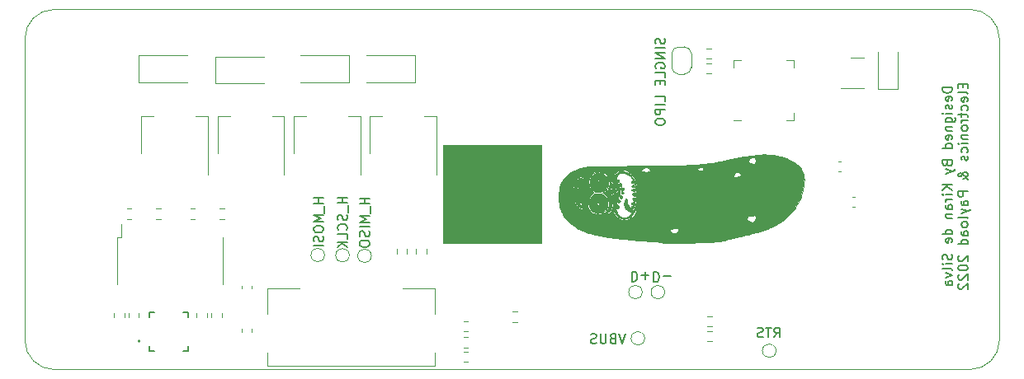
<source format=gbr>
%TF.GenerationSoftware,KiCad,Pcbnew,(6.0.1-0)*%
%TF.CreationDate,2022-04-05T13:09:44+01:00*%
%TF.ProjectId,PickleRick,5069636b-6c65-4526-9963-6b2e6b696361,rev?*%
%TF.SameCoordinates,Original*%
%TF.FileFunction,Legend,Bot*%
%TF.FilePolarity,Positive*%
%FSLAX46Y46*%
G04 Gerber Fmt 4.6, Leading zero omitted, Abs format (unit mm)*
G04 Created by KiCad (PCBNEW (6.0.1-0)) date 2022-04-05 13:09:44*
%MOMM*%
%LPD*%
G01*
G04 APERTURE LIST*
%TA.AperFunction,Profile*%
%ADD10C,0.100000*%
%TD*%
%ADD11C,0.150000*%
%ADD12C,0.100000*%
%ADD13C,0.120000*%
%ADD14C,0.010000*%
%ADD15C,0.127000*%
%ADD16C,0.200000*%
G04 APERTURE END LIST*
D10*
X103000000Y-97000000D02*
X197000000Y-97000000D01*
X197000000Y-97000000D02*
G75*
G03*
X200000000Y-94000000I-1J3000001D01*
G01*
X200000000Y-63000000D02*
G75*
G03*
X197000000Y-60000000I-3000001J-1D01*
G01*
X197000000Y-60000000D02*
X103000000Y-60000000D01*
X100000000Y-63000000D02*
X100000000Y-94000000D01*
X100000000Y-94000000D02*
G75*
G03*
X103000000Y-97000000I3000001J1D01*
G01*
X103000000Y-60000000D02*
G75*
G03*
X100000000Y-63000000I1J-3000001D01*
G01*
X200000000Y-94000000D02*
X200000000Y-63000000D01*
D11*
X164519047Y-86997619D02*
X164519047Y-87997619D01*
X164757142Y-87997619D01*
X164900000Y-87950000D01*
X164995238Y-87854761D01*
X165042857Y-87759523D01*
X165090476Y-87569047D01*
X165090476Y-87426190D01*
X165042857Y-87235714D01*
X164995238Y-87140476D01*
X164900000Y-87045238D01*
X164757142Y-86997619D01*
X164519047Y-86997619D01*
X165519047Y-87378571D02*
X166280952Y-87378571D01*
X162269047Y-86947619D02*
X162269047Y-87947619D01*
X162507142Y-87947619D01*
X162650000Y-87900000D01*
X162745238Y-87804761D01*
X162792857Y-87709523D01*
X162840476Y-87519047D01*
X162840476Y-87376190D01*
X162792857Y-87185714D01*
X162745238Y-87090476D01*
X162650000Y-86995238D01*
X162507142Y-86947619D01*
X162269047Y-86947619D01*
X163269047Y-87328571D02*
X164030952Y-87328571D01*
X163650000Y-86947619D02*
X163650000Y-87709523D01*
X161633333Y-93327380D02*
X161300000Y-94327380D01*
X160966666Y-93327380D01*
X160300000Y-93803571D02*
X160157142Y-93851190D01*
X160109523Y-93898809D01*
X160061904Y-93994047D01*
X160061904Y-94136904D01*
X160109523Y-94232142D01*
X160157142Y-94279761D01*
X160252380Y-94327380D01*
X160633333Y-94327380D01*
X160633333Y-93327380D01*
X160300000Y-93327380D01*
X160204761Y-93375000D01*
X160157142Y-93422619D01*
X160109523Y-93517857D01*
X160109523Y-93613095D01*
X160157142Y-93708333D01*
X160204761Y-93755952D01*
X160300000Y-93803571D01*
X160633333Y-93803571D01*
X159633333Y-93327380D02*
X159633333Y-94136904D01*
X159585714Y-94232142D01*
X159538095Y-94279761D01*
X159442857Y-94327380D01*
X159252380Y-94327380D01*
X159157142Y-94279761D01*
X159109523Y-94232142D01*
X159061904Y-94136904D01*
X159061904Y-93327380D01*
X158633333Y-94279761D02*
X158490476Y-94327380D01*
X158252380Y-94327380D01*
X158157142Y-94279761D01*
X158109523Y-94232142D01*
X158061904Y-94136904D01*
X158061904Y-94041666D01*
X158109523Y-93946428D01*
X158157142Y-93898809D01*
X158252380Y-93851190D01*
X158442857Y-93803571D01*
X158538095Y-93755952D01*
X158585714Y-93708333D01*
X158633333Y-93613095D01*
X158633333Y-93517857D01*
X158585714Y-93422619D01*
X158538095Y-93375000D01*
X158442857Y-93327380D01*
X158204761Y-93327380D01*
X158061904Y-93375000D01*
X165629761Y-62972619D02*
X165677380Y-63115476D01*
X165677380Y-63353571D01*
X165629761Y-63448809D01*
X165582142Y-63496428D01*
X165486904Y-63544047D01*
X165391666Y-63544047D01*
X165296428Y-63496428D01*
X165248809Y-63448809D01*
X165201190Y-63353571D01*
X165153571Y-63163095D01*
X165105952Y-63067857D01*
X165058333Y-63020238D01*
X164963095Y-62972619D01*
X164867857Y-62972619D01*
X164772619Y-63020238D01*
X164725000Y-63067857D01*
X164677380Y-63163095D01*
X164677380Y-63401190D01*
X164725000Y-63544047D01*
X165677380Y-63972619D02*
X164677380Y-63972619D01*
X165677380Y-64448809D02*
X164677380Y-64448809D01*
X165677380Y-65020238D01*
X164677380Y-65020238D01*
X164725000Y-66020238D02*
X164677380Y-65925000D01*
X164677380Y-65782142D01*
X164725000Y-65639285D01*
X164820238Y-65544047D01*
X164915476Y-65496428D01*
X165105952Y-65448809D01*
X165248809Y-65448809D01*
X165439285Y-65496428D01*
X165534523Y-65544047D01*
X165629761Y-65639285D01*
X165677380Y-65782142D01*
X165677380Y-65877380D01*
X165629761Y-66020238D01*
X165582142Y-66067857D01*
X165248809Y-66067857D01*
X165248809Y-65877380D01*
X165677380Y-66972619D02*
X165677380Y-66496428D01*
X164677380Y-66496428D01*
X165153571Y-67305952D02*
X165153571Y-67639285D01*
X165677380Y-67782142D02*
X165677380Y-67305952D01*
X164677380Y-67305952D01*
X164677380Y-67782142D01*
X165677380Y-69448809D02*
X165677380Y-68972619D01*
X164677380Y-68972619D01*
X165677380Y-69782142D02*
X164677380Y-69782142D01*
X165677380Y-70258333D02*
X164677380Y-70258333D01*
X164677380Y-70639285D01*
X164725000Y-70734523D01*
X164772619Y-70782142D01*
X164867857Y-70829761D01*
X165010714Y-70829761D01*
X165105952Y-70782142D01*
X165153571Y-70734523D01*
X165201190Y-70639285D01*
X165201190Y-70258333D01*
X164677380Y-71448809D02*
X164677380Y-71639285D01*
X164725000Y-71734523D01*
X164820238Y-71829761D01*
X165010714Y-71877380D01*
X165344047Y-71877380D01*
X165534523Y-71829761D01*
X165629761Y-71734523D01*
X165677380Y-71639285D01*
X165677380Y-71448809D01*
X165629761Y-71353571D01*
X165534523Y-71258333D01*
X165344047Y-71210714D01*
X165010714Y-71210714D01*
X164820238Y-71258333D01*
X164725000Y-71353571D01*
X164677380Y-71448809D01*
X176872619Y-93702380D02*
X177205952Y-93226190D01*
X177444047Y-93702380D02*
X177444047Y-92702380D01*
X177063095Y-92702380D01*
X176967857Y-92750000D01*
X176920238Y-92797619D01*
X176872619Y-92892857D01*
X176872619Y-93035714D01*
X176920238Y-93130952D01*
X176967857Y-93178571D01*
X177063095Y-93226190D01*
X177444047Y-93226190D01*
X176586904Y-92702380D02*
X176015476Y-92702380D01*
X176301190Y-93702380D02*
X176301190Y-92702380D01*
X175729761Y-93654761D02*
X175586904Y-93702380D01*
X175348809Y-93702380D01*
X175253571Y-93654761D01*
X175205952Y-93607142D01*
X175158333Y-93511904D01*
X175158333Y-93416666D01*
X175205952Y-93321428D01*
X175253571Y-93273809D01*
X175348809Y-93226190D01*
X175539285Y-93178571D01*
X175634523Y-93130952D01*
X175682142Y-93083333D01*
X175729761Y-92988095D01*
X175729761Y-92892857D01*
X175682142Y-92797619D01*
X175634523Y-92750000D01*
X175539285Y-92702380D01*
X175301190Y-92702380D01*
X175158333Y-92750000D01*
X130627380Y-79348809D02*
X129627380Y-79348809D01*
X130103571Y-79348809D02*
X130103571Y-79920238D01*
X130627380Y-79920238D02*
X129627380Y-79920238D01*
X130722619Y-80158333D02*
X130722619Y-80920238D01*
X130627380Y-81158333D02*
X129627380Y-81158333D01*
X130341666Y-81491666D01*
X129627380Y-81825000D01*
X130627380Y-81825000D01*
X129627380Y-82491666D02*
X129627380Y-82682142D01*
X129675000Y-82777380D01*
X129770238Y-82872619D01*
X129960714Y-82920238D01*
X130294047Y-82920238D01*
X130484523Y-82872619D01*
X130579761Y-82777380D01*
X130627380Y-82682142D01*
X130627380Y-82491666D01*
X130579761Y-82396428D01*
X130484523Y-82301190D01*
X130294047Y-82253571D01*
X129960714Y-82253571D01*
X129770238Y-82301190D01*
X129675000Y-82396428D01*
X129627380Y-82491666D01*
X130579761Y-83301190D02*
X130627380Y-83444047D01*
X130627380Y-83682142D01*
X130579761Y-83777380D01*
X130532142Y-83825000D01*
X130436904Y-83872619D01*
X130341666Y-83872619D01*
X130246428Y-83825000D01*
X130198809Y-83777380D01*
X130151190Y-83682142D01*
X130103571Y-83491666D01*
X130055952Y-83396428D01*
X130008333Y-83348809D01*
X129913095Y-83301190D01*
X129817857Y-83301190D01*
X129722619Y-83348809D01*
X129675000Y-83396428D01*
X129627380Y-83491666D01*
X129627380Y-83729761D01*
X129675000Y-83872619D01*
X130627380Y-84301190D02*
X129627380Y-84301190D01*
X195147380Y-68008333D02*
X194147380Y-68008333D01*
X194147380Y-68246428D01*
X194195000Y-68389285D01*
X194290238Y-68484523D01*
X194385476Y-68532142D01*
X194575952Y-68579761D01*
X194718809Y-68579761D01*
X194909285Y-68532142D01*
X195004523Y-68484523D01*
X195099761Y-68389285D01*
X195147380Y-68246428D01*
X195147380Y-68008333D01*
X195099761Y-69389285D02*
X195147380Y-69294047D01*
X195147380Y-69103571D01*
X195099761Y-69008333D01*
X195004523Y-68960714D01*
X194623571Y-68960714D01*
X194528333Y-69008333D01*
X194480714Y-69103571D01*
X194480714Y-69294047D01*
X194528333Y-69389285D01*
X194623571Y-69436904D01*
X194718809Y-69436904D01*
X194814047Y-68960714D01*
X195099761Y-69817857D02*
X195147380Y-69913095D01*
X195147380Y-70103571D01*
X195099761Y-70198809D01*
X195004523Y-70246428D01*
X194956904Y-70246428D01*
X194861666Y-70198809D01*
X194814047Y-70103571D01*
X194814047Y-69960714D01*
X194766428Y-69865476D01*
X194671190Y-69817857D01*
X194623571Y-69817857D01*
X194528333Y-69865476D01*
X194480714Y-69960714D01*
X194480714Y-70103571D01*
X194528333Y-70198809D01*
X195147380Y-70675000D02*
X194480714Y-70675000D01*
X194147380Y-70675000D02*
X194195000Y-70627380D01*
X194242619Y-70675000D01*
X194195000Y-70722619D01*
X194147380Y-70675000D01*
X194242619Y-70675000D01*
X194480714Y-71579761D02*
X195290238Y-71579761D01*
X195385476Y-71532142D01*
X195433095Y-71484523D01*
X195480714Y-71389285D01*
X195480714Y-71246428D01*
X195433095Y-71151190D01*
X195099761Y-71579761D02*
X195147380Y-71484523D01*
X195147380Y-71294047D01*
X195099761Y-71198809D01*
X195052142Y-71151190D01*
X194956904Y-71103571D01*
X194671190Y-71103571D01*
X194575952Y-71151190D01*
X194528333Y-71198809D01*
X194480714Y-71294047D01*
X194480714Y-71484523D01*
X194528333Y-71579761D01*
X194480714Y-72055952D02*
X195147380Y-72055952D01*
X194575952Y-72055952D02*
X194528333Y-72103571D01*
X194480714Y-72198809D01*
X194480714Y-72341666D01*
X194528333Y-72436904D01*
X194623571Y-72484523D01*
X195147380Y-72484523D01*
X195099761Y-73341666D02*
X195147380Y-73246428D01*
X195147380Y-73055952D01*
X195099761Y-72960714D01*
X195004523Y-72913095D01*
X194623571Y-72913095D01*
X194528333Y-72960714D01*
X194480714Y-73055952D01*
X194480714Y-73246428D01*
X194528333Y-73341666D01*
X194623571Y-73389285D01*
X194718809Y-73389285D01*
X194814047Y-72913095D01*
X195147380Y-74246428D02*
X194147380Y-74246428D01*
X195099761Y-74246428D02*
X195147380Y-74151190D01*
X195147380Y-73960714D01*
X195099761Y-73865476D01*
X195052142Y-73817857D01*
X194956904Y-73770238D01*
X194671190Y-73770238D01*
X194575952Y-73817857D01*
X194528333Y-73865476D01*
X194480714Y-73960714D01*
X194480714Y-74151190D01*
X194528333Y-74246428D01*
X194623571Y-75817857D02*
X194671190Y-75960714D01*
X194718809Y-76008333D01*
X194814047Y-76055952D01*
X194956904Y-76055952D01*
X195052142Y-76008333D01*
X195099761Y-75960714D01*
X195147380Y-75865476D01*
X195147380Y-75484523D01*
X194147380Y-75484523D01*
X194147380Y-75817857D01*
X194195000Y-75913095D01*
X194242619Y-75960714D01*
X194337857Y-76008333D01*
X194433095Y-76008333D01*
X194528333Y-75960714D01*
X194575952Y-75913095D01*
X194623571Y-75817857D01*
X194623571Y-75484523D01*
X194480714Y-76389285D02*
X195147380Y-76627380D01*
X194480714Y-76865476D02*
X195147380Y-76627380D01*
X195385476Y-76532142D01*
X195433095Y-76484523D01*
X195480714Y-76389285D01*
X195147380Y-78008333D02*
X194147380Y-78008333D01*
X195147380Y-78579761D02*
X194575952Y-78151190D01*
X194147380Y-78579761D02*
X194718809Y-78008333D01*
X195147380Y-79008333D02*
X194480714Y-79008333D01*
X194147380Y-79008333D02*
X194195000Y-78960714D01*
X194242619Y-79008333D01*
X194195000Y-79055952D01*
X194147380Y-79008333D01*
X194242619Y-79008333D01*
X195147380Y-79484523D02*
X194480714Y-79484523D01*
X194671190Y-79484523D02*
X194575952Y-79532142D01*
X194528333Y-79579761D01*
X194480714Y-79675000D01*
X194480714Y-79770238D01*
X195147380Y-80532142D02*
X194623571Y-80532142D01*
X194528333Y-80484523D01*
X194480714Y-80389285D01*
X194480714Y-80198809D01*
X194528333Y-80103571D01*
X195099761Y-80532142D02*
X195147380Y-80436904D01*
X195147380Y-80198809D01*
X195099761Y-80103571D01*
X195004523Y-80055952D01*
X194909285Y-80055952D01*
X194814047Y-80103571D01*
X194766428Y-80198809D01*
X194766428Y-80436904D01*
X194718809Y-80532142D01*
X194480714Y-81008333D02*
X195147380Y-81008333D01*
X194575952Y-81008333D02*
X194528333Y-81055952D01*
X194480714Y-81151190D01*
X194480714Y-81294047D01*
X194528333Y-81389285D01*
X194623571Y-81436904D01*
X195147380Y-81436904D01*
X195147380Y-83103571D02*
X194147380Y-83103571D01*
X195099761Y-83103571D02*
X195147380Y-83008333D01*
X195147380Y-82817857D01*
X195099761Y-82722619D01*
X195052142Y-82675000D01*
X194956904Y-82627380D01*
X194671190Y-82627380D01*
X194575952Y-82675000D01*
X194528333Y-82722619D01*
X194480714Y-82817857D01*
X194480714Y-83008333D01*
X194528333Y-83103571D01*
X195099761Y-83960714D02*
X195147380Y-83865476D01*
X195147380Y-83675000D01*
X195099761Y-83579761D01*
X195004523Y-83532142D01*
X194623571Y-83532142D01*
X194528333Y-83579761D01*
X194480714Y-83675000D01*
X194480714Y-83865476D01*
X194528333Y-83960714D01*
X194623571Y-84008333D01*
X194718809Y-84008333D01*
X194814047Y-83532142D01*
X195099761Y-85151190D02*
X195147380Y-85294047D01*
X195147380Y-85532142D01*
X195099761Y-85627380D01*
X195052142Y-85675000D01*
X194956904Y-85722619D01*
X194861666Y-85722619D01*
X194766428Y-85675000D01*
X194718809Y-85627380D01*
X194671190Y-85532142D01*
X194623571Y-85341666D01*
X194575952Y-85246428D01*
X194528333Y-85198809D01*
X194433095Y-85151190D01*
X194337857Y-85151190D01*
X194242619Y-85198809D01*
X194195000Y-85246428D01*
X194147380Y-85341666D01*
X194147380Y-85579761D01*
X194195000Y-85722619D01*
X195147380Y-86151190D02*
X194480714Y-86151190D01*
X194147380Y-86151190D02*
X194195000Y-86103571D01*
X194242619Y-86151190D01*
X194195000Y-86198809D01*
X194147380Y-86151190D01*
X194242619Y-86151190D01*
X195147380Y-86770238D02*
X195099761Y-86675000D01*
X195004523Y-86627380D01*
X194147380Y-86627380D01*
X194480714Y-87055952D02*
X195147380Y-87294047D01*
X194480714Y-87532142D01*
X195147380Y-88341666D02*
X194623571Y-88341666D01*
X194528333Y-88294047D01*
X194480714Y-88198809D01*
X194480714Y-88008333D01*
X194528333Y-87913095D01*
X195099761Y-88341666D02*
X195147380Y-88246428D01*
X195147380Y-88008333D01*
X195099761Y-87913095D01*
X195004523Y-87865476D01*
X194909285Y-87865476D01*
X194814047Y-87913095D01*
X194766428Y-88008333D01*
X194766428Y-88246428D01*
X194718809Y-88341666D01*
X196233571Y-67651190D02*
X196233571Y-67984523D01*
X196757380Y-68127380D02*
X196757380Y-67651190D01*
X195757380Y-67651190D01*
X195757380Y-68127380D01*
X196757380Y-68698809D02*
X196709761Y-68603571D01*
X196614523Y-68555952D01*
X195757380Y-68555952D01*
X196709761Y-69460714D02*
X196757380Y-69365476D01*
X196757380Y-69175000D01*
X196709761Y-69079761D01*
X196614523Y-69032142D01*
X196233571Y-69032142D01*
X196138333Y-69079761D01*
X196090714Y-69175000D01*
X196090714Y-69365476D01*
X196138333Y-69460714D01*
X196233571Y-69508333D01*
X196328809Y-69508333D01*
X196424047Y-69032142D01*
X196709761Y-70365476D02*
X196757380Y-70270238D01*
X196757380Y-70079761D01*
X196709761Y-69984523D01*
X196662142Y-69936904D01*
X196566904Y-69889285D01*
X196281190Y-69889285D01*
X196185952Y-69936904D01*
X196138333Y-69984523D01*
X196090714Y-70079761D01*
X196090714Y-70270238D01*
X196138333Y-70365476D01*
X196090714Y-70651190D02*
X196090714Y-71032142D01*
X195757380Y-70794047D02*
X196614523Y-70794047D01*
X196709761Y-70841666D01*
X196757380Y-70936904D01*
X196757380Y-71032142D01*
X196757380Y-71365476D02*
X196090714Y-71365476D01*
X196281190Y-71365476D02*
X196185952Y-71413095D01*
X196138333Y-71460714D01*
X196090714Y-71555952D01*
X196090714Y-71651190D01*
X196757380Y-72127380D02*
X196709761Y-72032142D01*
X196662142Y-71984523D01*
X196566904Y-71936904D01*
X196281190Y-71936904D01*
X196185952Y-71984523D01*
X196138333Y-72032142D01*
X196090714Y-72127380D01*
X196090714Y-72270238D01*
X196138333Y-72365476D01*
X196185952Y-72413095D01*
X196281190Y-72460714D01*
X196566904Y-72460714D01*
X196662142Y-72413095D01*
X196709761Y-72365476D01*
X196757380Y-72270238D01*
X196757380Y-72127380D01*
X196090714Y-72889285D02*
X196757380Y-72889285D01*
X196185952Y-72889285D02*
X196138333Y-72936904D01*
X196090714Y-73032142D01*
X196090714Y-73175000D01*
X196138333Y-73270238D01*
X196233571Y-73317857D01*
X196757380Y-73317857D01*
X196757380Y-73794047D02*
X196090714Y-73794047D01*
X195757380Y-73794047D02*
X195805000Y-73746428D01*
X195852619Y-73794047D01*
X195805000Y-73841666D01*
X195757380Y-73794047D01*
X195852619Y-73794047D01*
X196709761Y-74698809D02*
X196757380Y-74603571D01*
X196757380Y-74413095D01*
X196709761Y-74317857D01*
X196662142Y-74270238D01*
X196566904Y-74222619D01*
X196281190Y-74222619D01*
X196185952Y-74270238D01*
X196138333Y-74317857D01*
X196090714Y-74413095D01*
X196090714Y-74603571D01*
X196138333Y-74698809D01*
X196709761Y-75079761D02*
X196757380Y-75175000D01*
X196757380Y-75365476D01*
X196709761Y-75460714D01*
X196614523Y-75508333D01*
X196566904Y-75508333D01*
X196471666Y-75460714D01*
X196424047Y-75365476D01*
X196424047Y-75222619D01*
X196376428Y-75127380D01*
X196281190Y-75079761D01*
X196233571Y-75079761D01*
X196138333Y-75127380D01*
X196090714Y-75222619D01*
X196090714Y-75365476D01*
X196138333Y-75460714D01*
X196757380Y-77508333D02*
X196757380Y-77460714D01*
X196709761Y-77365476D01*
X196566904Y-77222619D01*
X196281190Y-76984523D01*
X196138333Y-76889285D01*
X195995476Y-76841666D01*
X195900238Y-76841666D01*
X195805000Y-76889285D01*
X195757380Y-76984523D01*
X195757380Y-77032142D01*
X195805000Y-77127380D01*
X195900238Y-77175000D01*
X195947857Y-77175000D01*
X196043095Y-77127380D01*
X196090714Y-77079761D01*
X196281190Y-76794047D01*
X196328809Y-76746428D01*
X196424047Y-76698809D01*
X196566904Y-76698809D01*
X196662142Y-76746428D01*
X196709761Y-76794047D01*
X196757380Y-76889285D01*
X196757380Y-77032142D01*
X196709761Y-77127380D01*
X196662142Y-77175000D01*
X196471666Y-77317857D01*
X196328809Y-77365476D01*
X196233571Y-77365476D01*
X196757380Y-78698809D02*
X195757380Y-78698809D01*
X195757380Y-79079761D01*
X195805000Y-79175000D01*
X195852619Y-79222619D01*
X195947857Y-79270238D01*
X196090714Y-79270238D01*
X196185952Y-79222619D01*
X196233571Y-79175000D01*
X196281190Y-79079761D01*
X196281190Y-78698809D01*
X196757380Y-80127380D02*
X196233571Y-80127380D01*
X196138333Y-80079761D01*
X196090714Y-79984523D01*
X196090714Y-79794047D01*
X196138333Y-79698809D01*
X196709761Y-80127380D02*
X196757380Y-80032142D01*
X196757380Y-79794047D01*
X196709761Y-79698809D01*
X196614523Y-79651190D01*
X196519285Y-79651190D01*
X196424047Y-79698809D01*
X196376428Y-79794047D01*
X196376428Y-80032142D01*
X196328809Y-80127380D01*
X196090714Y-80508333D02*
X196757380Y-80746428D01*
X196090714Y-80984523D02*
X196757380Y-80746428D01*
X196995476Y-80651190D01*
X197043095Y-80603571D01*
X197090714Y-80508333D01*
X196757380Y-81508333D02*
X196709761Y-81413095D01*
X196614523Y-81365476D01*
X195757380Y-81365476D01*
X196757380Y-82032142D02*
X196709761Y-81936904D01*
X196662142Y-81889285D01*
X196566904Y-81841666D01*
X196281190Y-81841666D01*
X196185952Y-81889285D01*
X196138333Y-81936904D01*
X196090714Y-82032142D01*
X196090714Y-82175000D01*
X196138333Y-82270238D01*
X196185952Y-82317857D01*
X196281190Y-82365476D01*
X196566904Y-82365476D01*
X196662142Y-82317857D01*
X196709761Y-82270238D01*
X196757380Y-82175000D01*
X196757380Y-82032142D01*
X196757380Y-83222619D02*
X196233571Y-83222619D01*
X196138333Y-83175000D01*
X196090714Y-83079761D01*
X196090714Y-82889285D01*
X196138333Y-82794047D01*
X196709761Y-83222619D02*
X196757380Y-83127380D01*
X196757380Y-82889285D01*
X196709761Y-82794047D01*
X196614523Y-82746428D01*
X196519285Y-82746428D01*
X196424047Y-82794047D01*
X196376428Y-82889285D01*
X196376428Y-83127380D01*
X196328809Y-83222619D01*
X196757380Y-84127380D02*
X195757380Y-84127380D01*
X196709761Y-84127380D02*
X196757380Y-84032142D01*
X196757380Y-83841666D01*
X196709761Y-83746428D01*
X196662142Y-83698809D01*
X196566904Y-83651190D01*
X196281190Y-83651190D01*
X196185952Y-83698809D01*
X196138333Y-83746428D01*
X196090714Y-83841666D01*
X196090714Y-84032142D01*
X196138333Y-84127380D01*
X195852619Y-85317857D02*
X195805000Y-85365476D01*
X195757380Y-85460714D01*
X195757380Y-85698809D01*
X195805000Y-85794047D01*
X195852619Y-85841666D01*
X195947857Y-85889285D01*
X196043095Y-85889285D01*
X196185952Y-85841666D01*
X196757380Y-85270238D01*
X196757380Y-85889285D01*
X195757380Y-86508333D02*
X195757380Y-86603571D01*
X195805000Y-86698809D01*
X195852619Y-86746428D01*
X195947857Y-86794047D01*
X196138333Y-86841666D01*
X196376428Y-86841666D01*
X196566904Y-86794047D01*
X196662142Y-86746428D01*
X196709761Y-86698809D01*
X196757380Y-86603571D01*
X196757380Y-86508333D01*
X196709761Y-86413095D01*
X196662142Y-86365476D01*
X196566904Y-86317857D01*
X196376428Y-86270238D01*
X196138333Y-86270238D01*
X195947857Y-86317857D01*
X195852619Y-86365476D01*
X195805000Y-86413095D01*
X195757380Y-86508333D01*
X195852619Y-87222619D02*
X195805000Y-87270238D01*
X195757380Y-87365476D01*
X195757380Y-87603571D01*
X195805000Y-87698809D01*
X195852619Y-87746428D01*
X195947857Y-87794047D01*
X196043095Y-87794047D01*
X196185952Y-87746428D01*
X196757380Y-87175000D01*
X196757380Y-87794047D01*
X195852619Y-88175000D02*
X195805000Y-88222619D01*
X195757380Y-88317857D01*
X195757380Y-88555952D01*
X195805000Y-88651190D01*
X195852619Y-88698809D01*
X195947857Y-88746428D01*
X196043095Y-88746428D01*
X196185952Y-88698809D01*
X196757380Y-88127380D01*
X196757380Y-88746428D01*
X133077380Y-79327380D02*
X132077380Y-79327380D01*
X132553571Y-79327380D02*
X132553571Y-79898809D01*
X133077380Y-79898809D02*
X132077380Y-79898809D01*
X133172619Y-80136904D02*
X133172619Y-80898809D01*
X133029761Y-81089285D02*
X133077380Y-81232142D01*
X133077380Y-81470238D01*
X133029761Y-81565476D01*
X132982142Y-81613095D01*
X132886904Y-81660714D01*
X132791666Y-81660714D01*
X132696428Y-81613095D01*
X132648809Y-81565476D01*
X132601190Y-81470238D01*
X132553571Y-81279761D01*
X132505952Y-81184523D01*
X132458333Y-81136904D01*
X132363095Y-81089285D01*
X132267857Y-81089285D01*
X132172619Y-81136904D01*
X132125000Y-81184523D01*
X132077380Y-81279761D01*
X132077380Y-81517857D01*
X132125000Y-81660714D01*
X132982142Y-82660714D02*
X133029761Y-82613095D01*
X133077380Y-82470238D01*
X133077380Y-82375000D01*
X133029761Y-82232142D01*
X132934523Y-82136904D01*
X132839285Y-82089285D01*
X132648809Y-82041666D01*
X132505952Y-82041666D01*
X132315476Y-82089285D01*
X132220238Y-82136904D01*
X132125000Y-82232142D01*
X132077380Y-82375000D01*
X132077380Y-82470238D01*
X132125000Y-82613095D01*
X132172619Y-82660714D01*
X133077380Y-83565476D02*
X133077380Y-83089285D01*
X132077380Y-83089285D01*
X133077380Y-83898809D02*
X132077380Y-83898809D01*
X133077380Y-84470238D02*
X132505952Y-84041666D01*
X132077380Y-84470238D02*
X132648809Y-83898809D01*
X135352380Y-79398809D02*
X134352380Y-79398809D01*
X134828571Y-79398809D02*
X134828571Y-79970238D01*
X135352380Y-79970238D02*
X134352380Y-79970238D01*
X135447619Y-80208333D02*
X135447619Y-80970238D01*
X135352380Y-81208333D02*
X134352380Y-81208333D01*
X135066666Y-81541666D01*
X134352380Y-81875000D01*
X135352380Y-81875000D01*
X135352380Y-82351190D02*
X134352380Y-82351190D01*
X135304761Y-82779761D02*
X135352380Y-82922619D01*
X135352380Y-83160714D01*
X135304761Y-83255952D01*
X135257142Y-83303571D01*
X135161904Y-83351190D01*
X135066666Y-83351190D01*
X134971428Y-83303571D01*
X134923809Y-83255952D01*
X134876190Y-83160714D01*
X134828571Y-82970238D01*
X134780952Y-82875000D01*
X134733333Y-82827380D01*
X134638095Y-82779761D01*
X134542857Y-82779761D01*
X134447619Y-82827380D01*
X134400000Y-82875000D01*
X134352380Y-82970238D01*
X134352380Y-83208333D01*
X134400000Y-83351190D01*
X134352380Y-83970238D02*
X134352380Y-84160714D01*
X134400000Y-84255952D01*
X134495238Y-84351190D01*
X134685714Y-84398809D01*
X135019047Y-84398809D01*
X135209523Y-84351190D01*
X135304761Y-84255952D01*
X135352380Y-84160714D01*
X135352380Y-83970238D01*
X135304761Y-83875000D01*
X135209523Y-83779761D01*
X135019047Y-83732142D01*
X134685714Y-83732142D01*
X134495238Y-83779761D01*
X134400000Y-83875000D01*
X134352380Y-83970238D01*
D12*
%TO.C,REF\u002A\u002A*%
X142950000Y-73975000D02*
X152950000Y-73975000D01*
X152950000Y-73975000D02*
X152950000Y-83975000D01*
X152950000Y-83975000D02*
X142950000Y-83975000D01*
X142950000Y-83975000D02*
X142950000Y-73975000D01*
G36*
X152950000Y-83975000D02*
G01*
X142950000Y-83975000D01*
X142950000Y-73975000D01*
X152950000Y-73975000D01*
X152950000Y-83975000D01*
G37*
X152950000Y-83975000D02*
X142950000Y-83975000D01*
X142950000Y-73975000D01*
X152950000Y-73975000D01*
X152950000Y-83975000D01*
D13*
%TO.C,R33*%
X120202500Y-91172742D02*
X120202500Y-91647258D01*
X119157500Y-91172742D02*
X119157500Y-91647258D01*
%TO.C,R27*%
X119972742Y-81522500D02*
X120447258Y-81522500D01*
X119972742Y-80477500D02*
X120447258Y-80477500D01*
%TO.C,R23*%
X169912742Y-64027500D02*
X170387258Y-64027500D01*
X169912742Y-65072500D02*
X170387258Y-65072500D01*
%TO.C,Q4*%
X126610000Y-77000000D02*
X126610000Y-70990000D01*
X126610000Y-70990000D02*
X125350000Y-70990000D01*
X119790000Y-70990000D02*
X121050000Y-70990000D01*
X119790000Y-74750000D02*
X119790000Y-70990000D01*
%TO.C,U6*%
X172700000Y-65200000D02*
X172700000Y-65950000D01*
X178920000Y-71420000D02*
X178920000Y-70670000D01*
X178170000Y-65200000D02*
X178920000Y-65200000D01*
X173450000Y-65200000D02*
X172700000Y-65200000D01*
X173450000Y-71420000D02*
X172700000Y-71420000D01*
X178170000Y-71420000D02*
X178920000Y-71420000D01*
X178920000Y-65200000D02*
X178920000Y-65950000D01*
%TO.C,R10*%
X145462258Y-93677500D02*
X144987742Y-93677500D01*
X145462258Y-94722500D02*
X144987742Y-94722500D01*
%TO.C,TP31*%
X163350000Y-89050000D02*
G75*
G03*
X163350000Y-89050000I-700000J0D01*
G01*
%TO.C,C8*%
X123285000Y-93115580D02*
X123285000Y-92834420D01*
X122265000Y-93115580D02*
X122265000Y-92834420D01*
%TO.C,R36*%
X110452742Y-81522500D02*
X110927258Y-81522500D01*
X110452742Y-80477500D02*
X110927258Y-80477500D01*
%TO.C,TP30*%
X165650000Y-89050000D02*
G75*
G03*
X165650000Y-89050000I-700000J0D01*
G01*
%TO.C,D8*%
X140005000Y-67460000D02*
X135025000Y-67460000D01*
X140005000Y-64740000D02*
X140005000Y-67460000D01*
X140005000Y-64740000D02*
X135025000Y-64740000D01*
%TO.C,C9*%
X184879420Y-79280000D02*
X185160580Y-79280000D01*
X184879420Y-80300000D02*
X185160580Y-80300000D01*
%TO.C,D10*%
X119570000Y-64840000D02*
X124550000Y-64840000D01*
X119570000Y-67560000D02*
X119570000Y-64840000D01*
X119570000Y-67560000D02*
X124550000Y-67560000D01*
%TO.C,R29*%
X113927258Y-81522500D02*
X113452742Y-81522500D01*
X113927258Y-80477500D02*
X113452742Y-80477500D01*
%TO.C,Q6*%
X118760000Y-70990000D02*
X117500000Y-70990000D01*
X111940000Y-70990000D02*
X113200000Y-70990000D01*
X118760000Y-77000000D02*
X118760000Y-70990000D01*
X111940000Y-74750000D02*
X111940000Y-70990000D01*
%TO.C,R30*%
X170012742Y-94097500D02*
X170487258Y-94097500D01*
X170012742Y-93052500D02*
X170487258Y-93052500D01*
%TO.C,R25*%
X118682500Y-91172742D02*
X118682500Y-91647258D01*
X117637500Y-91172742D02*
X117637500Y-91647258D01*
%TO.C,TP17*%
X133290000Y-85260000D02*
G75*
G03*
X133290000Y-85260000I-700000J0D01*
G01*
%TO.C,R26*%
X109152500Y-91162742D02*
X109152500Y-91637258D01*
X110197500Y-91162742D02*
X110197500Y-91637258D01*
%TO.C,TP19*%
X130750000Y-85240000D02*
G75*
G03*
X130750000Y-85240000I-700000J0D01*
G01*
%TO.C,R9*%
X145462258Y-95177500D02*
X144987742Y-95177500D01*
X145462258Y-96222500D02*
X144987742Y-96222500D01*
%TO.C,U4*%
X120300000Y-83425000D02*
X120300000Y-88225000D01*
X109900000Y-83425000D02*
X109900000Y-82025000D01*
X109500000Y-83425000D02*
X109900000Y-83425000D01*
X109500000Y-83425000D02*
X109500000Y-88225000D01*
%TO.C,C10*%
X183459420Y-76640000D02*
X183740580Y-76640000D01*
X183459420Y-75620000D02*
X183740580Y-75620000D01*
%TO.C,TP32*%
X163600000Y-93800000D02*
G75*
G03*
X163600000Y-93800000I-700000J0D01*
G01*
%TO.C,D16*%
X111670000Y-67460000D02*
X116650000Y-67460000D01*
X111670000Y-67460000D02*
X111670000Y-64740000D01*
X111670000Y-64740000D02*
X116650000Y-64740000D01*
%TO.C,TP2*%
X177075000Y-95075000D02*
G75*
G03*
X177075000Y-95075000I-700000J0D01*
G01*
%TO.C,R28*%
X170487258Y-91552500D02*
X170012742Y-91552500D01*
X170487258Y-92597500D02*
X170012742Y-92597500D01*
%TO.C,D6*%
X187570000Y-68202500D02*
X187570000Y-64352500D01*
X189570000Y-68202500D02*
X187570000Y-68202500D01*
X189570000Y-68202500D02*
X189570000Y-64352500D01*
D14*
%TO.C,G\u002A\u002A\u002A*%
X160814726Y-77640966D02*
X160877978Y-77701136D01*
X160877978Y-77701136D02*
X160912796Y-77707077D01*
X160912796Y-77707077D02*
X160971265Y-77678226D01*
X160971265Y-77678226D02*
X160985741Y-77610714D01*
X160985741Y-77610714D02*
X160952102Y-77533095D01*
X160952102Y-77533095D02*
X160939877Y-77519507D01*
X160939877Y-77519507D02*
X160869324Y-77477290D01*
X160869324Y-77477290D02*
X160810945Y-77484580D01*
X160810945Y-77484580D02*
X160791384Y-77528034D01*
X160791384Y-77528034D02*
X160814726Y-77640966D01*
X160814726Y-77640966D02*
X160814726Y-77640966D01*
G36*
X160939877Y-77519507D02*
G01*
X160952102Y-77533095D01*
X160985741Y-77610714D01*
X160971265Y-77678226D01*
X160912796Y-77707077D01*
X160877978Y-77701136D01*
X160814726Y-77640966D01*
X160791384Y-77528034D01*
X160810945Y-77484580D01*
X160869324Y-77477290D01*
X160939877Y-77519507D01*
G37*
X160939877Y-77519507D02*
X160952102Y-77533095D01*
X160985741Y-77610714D01*
X160971265Y-77678226D01*
X160912796Y-77707077D01*
X160877978Y-77701136D01*
X160814726Y-77640966D01*
X160791384Y-77528034D01*
X160810945Y-77484580D01*
X160869324Y-77477290D01*
X160939877Y-77519507D01*
X154795781Y-79494351D02*
X154803482Y-79708042D01*
X154803482Y-79708042D02*
X154815931Y-79883202D01*
X154815931Y-79883202D02*
X154831435Y-79993077D01*
X154831435Y-79993077D02*
X154891536Y-80258313D01*
X154891536Y-80258313D02*
X154946052Y-80474240D01*
X154946052Y-80474240D02*
X154992894Y-80633637D01*
X154992894Y-80633637D02*
X155029972Y-80729282D01*
X155029972Y-80729282D02*
X155051827Y-80755077D01*
X155051827Y-80755077D02*
X155083809Y-80786033D01*
X155083809Y-80786033D02*
X155086237Y-80803923D01*
X155086237Y-80803923D02*
X155105647Y-80870915D01*
X155105647Y-80870915D02*
X155156228Y-80982600D01*
X155156228Y-80982600D02*
X155226707Y-81118051D01*
X155226707Y-81118051D02*
X155305808Y-81256338D01*
X155305808Y-81256338D02*
X155382257Y-81376533D01*
X155382257Y-81376533D02*
X155428339Y-81438923D01*
X155428339Y-81438923D02*
X155526600Y-81551491D01*
X155526600Y-81551491D02*
X155655558Y-81690192D01*
X155655558Y-81690192D02*
X155789079Y-81827512D01*
X155789079Y-81827512D02*
X155896825Y-81932075D01*
X155896825Y-81932075D02*
X155979522Y-81993801D01*
X155979522Y-81993801D02*
X156086352Y-82056974D01*
X156086352Y-82056974D02*
X156092384Y-82060078D01*
X156092384Y-82060078D02*
X156175774Y-82110803D01*
X156175774Y-82110803D02*
X156218076Y-82152667D01*
X156218076Y-82152667D02*
X156219384Y-82158108D01*
X156219384Y-82158108D02*
X156251655Y-82194308D01*
X156251655Y-82194308D02*
X156330088Y-82237230D01*
X156330088Y-82237230D02*
X156337541Y-82240383D01*
X156337541Y-82240383D02*
X156428448Y-82287854D01*
X156428448Y-82287854D02*
X156483547Y-82334352D01*
X156483547Y-82334352D02*
X156484080Y-82335190D01*
X156484080Y-82335190D02*
X156545098Y-82390840D01*
X156545098Y-82390840D02*
X156664809Y-82466657D01*
X156664809Y-82466657D02*
X156828561Y-82555815D01*
X156828561Y-82555815D02*
X157021705Y-82651487D01*
X157021705Y-82651487D02*
X157229589Y-82746844D01*
X157229589Y-82746844D02*
X157437563Y-82835061D01*
X157437563Y-82835061D02*
X157630975Y-82909309D01*
X157630975Y-82909309D02*
X157795174Y-82962761D01*
X157795174Y-82962761D02*
X157870987Y-82981491D01*
X157870987Y-82981491D02*
X158008275Y-83010060D01*
X158008275Y-83010060D02*
X158095464Y-83031255D01*
X158095464Y-83031255D02*
X158159224Y-83052339D01*
X158159224Y-83052339D02*
X158212308Y-83074455D01*
X158212308Y-83074455D02*
X158290903Y-83099343D01*
X158290903Y-83099343D02*
X158422724Y-83132085D01*
X158422724Y-83132085D02*
X158583920Y-83167596D01*
X158583920Y-83167596D02*
X158750641Y-83200789D01*
X158750641Y-83200789D02*
X158899039Y-83226578D01*
X158899039Y-83226578D02*
X158974308Y-83236955D01*
X158974308Y-83236955D02*
X159154159Y-83262294D01*
X159154159Y-83262294D02*
X159301458Y-83292468D01*
X159301458Y-83292468D02*
X159395222Y-83323037D01*
X159395222Y-83323037D02*
X159404154Y-83327849D01*
X159404154Y-83327849D02*
X159477153Y-83354932D01*
X159477153Y-83354932D02*
X159501846Y-83359742D01*
X159501846Y-83359742D02*
X159567454Y-83368998D01*
X159567454Y-83368998D02*
X159686271Y-83385723D01*
X159686271Y-83385723D02*
X159834113Y-83406512D01*
X159834113Y-83406512D02*
X159853538Y-83409242D01*
X159853538Y-83409242D02*
X160010685Y-83431843D01*
X160010685Y-83431843D02*
X160148933Y-83452630D01*
X160148933Y-83452630D02*
X160240092Y-83467356D01*
X160240092Y-83467356D02*
X160244308Y-83468109D01*
X160244308Y-83468109D02*
X160370644Y-83487264D01*
X160370644Y-83487264D02*
X160551157Y-83508439D01*
X160551157Y-83508439D02*
X160793131Y-83532396D01*
X160793131Y-83532396D02*
X161103853Y-83559896D01*
X161103853Y-83559896D02*
X161201692Y-83568129D01*
X161201692Y-83568129D02*
X161438325Y-83588764D01*
X161438325Y-83588764D02*
X161684856Y-83611823D01*
X161684856Y-83611823D02*
X161925513Y-83635672D01*
X161925513Y-83635672D02*
X162144524Y-83658675D01*
X162144524Y-83658675D02*
X162326117Y-83679199D01*
X162326117Y-83679199D02*
X162454521Y-83695608D01*
X162454521Y-83695608D02*
X162497577Y-83702439D01*
X162497577Y-83702439D02*
X162566106Y-83711100D01*
X162566106Y-83711100D02*
X162692816Y-83723677D01*
X162692816Y-83723677D02*
X162857936Y-83738488D01*
X162857936Y-83738488D02*
X163041693Y-83753850D01*
X163041693Y-83753850D02*
X163224316Y-83768081D01*
X163224316Y-83768081D02*
X163386033Y-83779498D01*
X163386033Y-83779498D02*
X163448615Y-83783380D01*
X163448615Y-83783380D02*
X164071988Y-83824309D01*
X164071988Y-83824309D02*
X164700697Y-83874485D01*
X164700697Y-83874485D02*
X165302628Y-83931211D01*
X165302628Y-83931211D02*
X165636923Y-83967195D01*
X165636923Y-83967195D02*
X165813439Y-83985769D01*
X165813439Y-83985769D02*
X165973128Y-83999988D01*
X165973128Y-83999988D02*
X166091358Y-84007764D01*
X166091358Y-84007764D02*
X166125384Y-84008600D01*
X166125384Y-84008600D02*
X166242717Y-84007350D01*
X166242717Y-84007350D02*
X166423180Y-84004757D01*
X166423180Y-84004757D02*
X166656144Y-84001021D01*
X166656144Y-84001021D02*
X166930979Y-83996345D01*
X166930979Y-83996345D02*
X167237056Y-83990929D01*
X167237056Y-83990929D02*
X167563745Y-83984975D01*
X167563745Y-83984975D02*
X167900417Y-83978686D01*
X167900417Y-83978686D02*
X168236443Y-83972261D01*
X168236443Y-83972261D02*
X168561194Y-83965904D01*
X168561194Y-83965904D02*
X168864039Y-83959815D01*
X168864039Y-83959815D02*
X169134350Y-83954196D01*
X169134350Y-83954196D02*
X169361498Y-83949249D01*
X169361498Y-83949249D02*
X169534852Y-83945175D01*
X169534852Y-83945175D02*
X169643784Y-83942176D01*
X169643784Y-83942176D02*
X169661846Y-83941535D01*
X169661846Y-83941535D02*
X169831460Y-83933729D01*
X169831460Y-83933729D02*
X170030438Y-83922880D01*
X170030438Y-83922880D02*
X170241459Y-83910133D01*
X170241459Y-83910133D02*
X170447201Y-83896636D01*
X170447201Y-83896636D02*
X170630343Y-83883532D01*
X170630343Y-83883532D02*
X170773564Y-83871969D01*
X170773564Y-83871969D02*
X170859543Y-83863091D01*
X170859543Y-83863091D02*
X170868390Y-83861731D01*
X170868390Y-83861731D02*
X170936839Y-83852911D01*
X170936839Y-83852911D02*
X171058270Y-83840018D01*
X171058270Y-83840018D02*
X171207795Y-83825677D01*
X171207795Y-83825677D02*
X171224923Y-83824121D01*
X171224923Y-83824121D02*
X171398744Y-83803060D01*
X171398744Y-83803060D02*
X171568786Y-83773675D01*
X171568786Y-83773675D02*
X171693846Y-83743524D01*
X171693846Y-83743524D02*
X171799874Y-83713253D01*
X171799874Y-83713253D02*
X171960446Y-83670207D01*
X171960446Y-83670207D02*
X172155845Y-83619377D01*
X172155845Y-83619377D02*
X172366354Y-83565758D01*
X172366354Y-83565758D02*
X172572257Y-83514342D01*
X172572257Y-83514342D02*
X172753838Y-83470122D01*
X172753838Y-83470122D02*
X172891380Y-83438091D01*
X172891380Y-83438091D02*
X172944308Y-83426851D01*
X172944308Y-83426851D02*
X173060341Y-83402285D01*
X173060341Y-83402285D02*
X173235720Y-83362727D01*
X173235720Y-83362727D02*
X173453964Y-83312116D01*
X173453964Y-83312116D02*
X173698593Y-83254391D01*
X173698593Y-83254391D02*
X173953124Y-83193490D01*
X173953124Y-83193490D02*
X174201078Y-83133352D01*
X174201078Y-83133352D02*
X174425974Y-83077915D01*
X174425974Y-83077915D02*
X174611330Y-83031118D01*
X174611330Y-83031118D02*
X174722308Y-83001942D01*
X174722308Y-83001942D02*
X174921271Y-82948030D01*
X174921271Y-82948030D02*
X175132173Y-82891161D01*
X175132173Y-82891161D02*
X175315768Y-82841913D01*
X175315768Y-82841913D02*
X175349359Y-82832948D01*
X175349359Y-82832948D02*
X175685294Y-82737487D01*
X175685294Y-82737487D02*
X175956510Y-82646742D01*
X175956510Y-82646742D02*
X176175905Y-82556272D01*
X176175905Y-82556272D02*
X176235239Y-82527673D01*
X176235239Y-82527673D02*
X176351615Y-82474873D01*
X176351615Y-82474873D02*
X176446232Y-82441474D01*
X176446232Y-82441474D02*
X176479896Y-82435384D01*
X176479896Y-82435384D02*
X176573115Y-82413419D01*
X176573115Y-82413419D02*
X176716606Y-82352348D01*
X176716606Y-82352348D02*
X176897710Y-82259406D01*
X176897710Y-82259406D02*
X177103769Y-82141831D01*
X177103769Y-82141831D02*
X177322121Y-82006856D01*
X177322121Y-82006856D02*
X177540108Y-81861719D01*
X177540108Y-81861719D02*
X177745071Y-81713656D01*
X177745071Y-81713656D02*
X177752665Y-81707892D01*
X177752665Y-81707892D02*
X177868676Y-81612818D01*
X177868676Y-81612818D02*
X178016948Y-81481493D01*
X178016948Y-81481493D02*
X178182581Y-81328210D01*
X178182581Y-81328210D02*
X178350674Y-81167266D01*
X178350674Y-81167266D02*
X178506330Y-81012955D01*
X178506330Y-81012955D02*
X178634647Y-80879572D01*
X178634647Y-80879572D02*
X178720727Y-80781411D01*
X178720727Y-80781411D02*
X178727692Y-80772439D01*
X178727692Y-80772439D02*
X178783497Y-80701510D01*
X178783497Y-80701510D02*
X178868804Y-80595808D01*
X178868804Y-80595808D02*
X178946847Y-80500474D01*
X178946847Y-80500474D02*
X179058689Y-80349217D01*
X179058689Y-80349217D02*
X179188305Y-80149638D01*
X179188305Y-80149638D02*
X179321961Y-79924937D01*
X179321961Y-79924937D02*
X179445924Y-79698314D01*
X179445924Y-79698314D02*
X179546463Y-79492968D01*
X179546463Y-79492968D02*
X179556308Y-79470843D01*
X179556308Y-79470843D02*
X179623669Y-79293931D01*
X179623669Y-79293931D02*
X179694888Y-79067549D01*
X179694888Y-79067549D02*
X179761950Y-78819472D01*
X179761950Y-78819472D02*
X179816842Y-78577476D01*
X179816842Y-78577476D02*
X179822798Y-78547230D01*
X179822798Y-78547230D02*
X179855740Y-78380969D01*
X179855740Y-78380969D02*
X179892019Y-78204228D01*
X179892019Y-78204228D02*
X179902098Y-78156461D01*
X179902098Y-78156461D02*
X179932203Y-77959923D01*
X179932203Y-77959923D02*
X179950295Y-77725436D01*
X179950295Y-77725436D02*
X179956122Y-77478284D01*
X179956122Y-77478284D02*
X179949437Y-77243755D01*
X179949437Y-77243755D02*
X179929990Y-77047132D01*
X179929990Y-77047132D02*
X179913841Y-76964615D01*
X179913841Y-76964615D02*
X179857781Y-76787579D01*
X179857781Y-76787579D02*
X179780607Y-76600938D01*
X179780607Y-76600938D02*
X179695541Y-76433665D01*
X179695541Y-76433665D02*
X179618976Y-76318498D01*
X179618976Y-76318498D02*
X179468342Y-76152593D01*
X179468342Y-76152593D02*
X179293058Y-75982734D01*
X179293058Y-75982734D02*
X179238326Y-75934165D01*
X179238326Y-75934165D02*
X179161612Y-75877291D01*
X179161612Y-75877291D02*
X179039824Y-75797524D01*
X179039824Y-75797524D02*
X178887968Y-75703588D01*
X178887968Y-75703588D02*
X178721050Y-75604209D01*
X178721050Y-75604209D02*
X178554076Y-75508111D01*
X178554076Y-75508111D02*
X178402051Y-75424018D01*
X178402051Y-75424018D02*
X178279981Y-75360655D01*
X178279981Y-75360655D02*
X178202873Y-75326747D01*
X178202873Y-75326747D02*
X178187805Y-75323384D01*
X178187805Y-75323384D02*
X178131581Y-75308843D01*
X178131581Y-75308843D02*
X178031089Y-75271624D01*
X178031089Y-75271624D02*
X177959163Y-75241725D01*
X177959163Y-75241725D02*
X177837582Y-75191651D01*
X177837582Y-75191651D02*
X177737177Y-75154605D01*
X177737177Y-75154605D02*
X177701923Y-75144032D01*
X177701923Y-75144032D02*
X177410190Y-75079840D01*
X177410190Y-75079840D02*
X177320923Y-75061528D01*
X177320923Y-75061528D02*
X177206167Y-75038066D01*
X177206167Y-75038066D02*
X177147100Y-75024936D01*
X177147100Y-75024936D02*
X177122774Y-75017146D01*
X177122774Y-75017146D02*
X177115769Y-75012664D01*
X177115769Y-75012664D02*
X177075490Y-74998816D01*
X177075490Y-74998816D02*
X176982404Y-74982905D01*
X176982404Y-74982905D02*
X176829254Y-74963971D01*
X176829254Y-74963971D02*
X176608783Y-74941054D01*
X176608783Y-74941054D02*
X176480769Y-74928722D01*
X176480769Y-74928722D02*
X176155839Y-74906589D01*
X176155839Y-74906589D02*
X175835126Y-74904118D01*
X175835126Y-74904118D02*
X175493619Y-74922019D01*
X175493619Y-74922019D02*
X175106306Y-74960999D01*
X175106306Y-74960999D02*
X175034923Y-74969672D01*
X175034923Y-74969672D02*
X174846173Y-74992015D01*
X174846173Y-74992015D02*
X174730366Y-75004723D01*
X174730366Y-75004723D02*
X174730366Y-75221215D01*
X174730366Y-75221215D02*
X174832671Y-75237868D01*
X174832671Y-75237868D02*
X174889222Y-75278117D01*
X174889222Y-75278117D02*
X174891216Y-75283032D01*
X174891216Y-75283032D02*
X174929385Y-75345748D01*
X174929385Y-75345748D02*
X174953978Y-75373626D01*
X174953978Y-75373626D02*
X175024013Y-75490205D01*
X175024013Y-75490205D02*
X175019288Y-75619950D01*
X175019288Y-75619950D02*
X174956480Y-75728368D01*
X174956480Y-75728368D02*
X174956480Y-81165384D01*
X174956480Y-81165384D02*
X174978719Y-81302153D01*
X174978719Y-81302153D02*
X174973822Y-81474228D01*
X174973822Y-81474228D02*
X174914717Y-81644062D01*
X174914717Y-81644062D02*
X174813750Y-81776497D01*
X174813750Y-81776497D02*
X174754341Y-81826224D01*
X174754341Y-81826224D02*
X174706590Y-81851183D01*
X174706590Y-81851183D02*
X174638666Y-81862388D01*
X174638666Y-81862388D02*
X174546461Y-81868980D01*
X174546461Y-81868980D02*
X174384012Y-81849112D01*
X174384012Y-81849112D02*
X174232713Y-81762899D01*
X174232713Y-81762899D02*
X174084852Y-81607653D01*
X174084852Y-81607653D02*
X174054629Y-81547122D01*
X174054629Y-81547122D02*
X174069685Y-81475486D01*
X174069685Y-81475486D02*
X174090621Y-81431868D01*
X174090621Y-81431868D02*
X174158166Y-81320042D01*
X174158166Y-81320042D02*
X174234364Y-81247339D01*
X174234364Y-81247339D02*
X174338032Y-81204782D01*
X174338032Y-81204782D02*
X174487988Y-81183393D01*
X174487988Y-81183393D02*
X174626222Y-81176353D01*
X174626222Y-81176353D02*
X174956480Y-81165384D01*
X174956480Y-81165384D02*
X174956480Y-75728368D01*
X174956480Y-75728368D02*
X174940551Y-75755865D01*
X174940551Y-75755865D02*
X174909447Y-75789930D01*
X174909447Y-75789930D02*
X174854030Y-75841344D01*
X174854030Y-75841344D02*
X174801755Y-75864840D01*
X174801755Y-75864840D02*
X174727635Y-75863902D01*
X174727635Y-75863902D02*
X174606681Y-75842012D01*
X174606681Y-75842012D02*
X174578026Y-75836119D01*
X174578026Y-75836119D02*
X174386929Y-75782965D01*
X174386929Y-75782965D02*
X174272443Y-75718094D01*
X174272443Y-75718094D02*
X174233851Y-75641097D01*
X174233851Y-75641097D02*
X174233846Y-75640117D01*
X174233846Y-75640117D02*
X174263127Y-75529653D01*
X174263127Y-75529653D02*
X174336735Y-75407566D01*
X174336735Y-75407566D02*
X174433315Y-75304589D01*
X174433315Y-75304589D02*
X174495267Y-75263866D01*
X174495267Y-75263866D02*
X174609000Y-75229451D01*
X174609000Y-75229451D02*
X174730366Y-75221215D01*
X174730366Y-75221215D02*
X174730366Y-75004723D01*
X174730366Y-75004723D02*
X174650357Y-75013504D01*
X174650357Y-75013504D02*
X174489487Y-75029532D01*
X174489487Y-75029532D02*
X174487846Y-75029680D01*
X174487846Y-75029680D02*
X174284924Y-75050250D01*
X174284924Y-75050250D02*
X174066497Y-75076022D01*
X174066497Y-75076022D02*
X173849244Y-75104618D01*
X173849244Y-75104618D02*
X173649846Y-75133661D01*
X173649846Y-75133661D02*
X173484984Y-75160771D01*
X173484984Y-75160771D02*
X173371339Y-75183571D01*
X173371339Y-75183571D02*
X173335077Y-75194033D01*
X173335077Y-75194033D02*
X173244186Y-75220265D01*
X173244186Y-75220265D02*
X173217846Y-75224937D01*
X173217846Y-75224937D02*
X173144905Y-75236209D01*
X173144905Y-75236209D02*
X173077045Y-75247490D01*
X173077045Y-75247490D02*
X173077045Y-76745682D01*
X173077045Y-76745682D02*
X173223874Y-76767470D01*
X173223874Y-76767470D02*
X173325445Y-76833605D01*
X173325445Y-76833605D02*
X173400119Y-76895570D01*
X173400119Y-76895570D02*
X173451100Y-76925127D01*
X173451100Y-76925127D02*
X173454355Y-76925538D01*
X173454355Y-76925538D02*
X173471033Y-76954097D01*
X173471033Y-76954097D02*
X173458094Y-77018432D01*
X173458094Y-77018432D02*
X173424820Y-77086534D01*
X173424820Y-77086534D02*
X173399239Y-77115655D01*
X173399239Y-77115655D02*
X173332897Y-77149090D01*
X173332897Y-77149090D02*
X173218193Y-77190339D01*
X173218193Y-77190339D02*
X173083221Y-77231013D01*
X173083221Y-77231013D02*
X172956074Y-77262720D01*
X172956074Y-77262720D02*
X172864846Y-77277072D01*
X172864846Y-77277072D02*
X172858223Y-77277230D01*
X172858223Y-77277230D02*
X172789496Y-77244951D01*
X172789496Y-77244951D02*
X172743304Y-77182811D01*
X172743304Y-77182811D02*
X172724058Y-77115521D01*
X172724058Y-77115521D02*
X172739044Y-77045727D01*
X172739044Y-77045727D02*
X172795236Y-76947433D01*
X172795236Y-76947433D02*
X172814063Y-76919042D01*
X172814063Y-76919042D02*
X172890482Y-76816479D01*
X172890482Y-76816479D02*
X172957550Y-76765176D01*
X172957550Y-76765176D02*
X173042376Y-76747263D01*
X173042376Y-76747263D02*
X173077045Y-76745682D01*
X173077045Y-76745682D02*
X173077045Y-75247490D01*
X173077045Y-75247490D02*
X173031065Y-75255134D01*
X173031065Y-75255134D02*
X172983384Y-75263312D01*
X172983384Y-75263312D02*
X172851556Y-75286077D01*
X172851556Y-75286077D02*
X172736164Y-75305913D01*
X172736164Y-75305913D02*
X172709846Y-75310412D01*
X172709846Y-75310412D02*
X172607252Y-75331563D01*
X172607252Y-75331563D02*
X172479666Y-75362332D01*
X172479666Y-75362332D02*
X172455846Y-75368555D01*
X172455846Y-75368555D02*
X172330189Y-75399970D01*
X172330189Y-75399970D02*
X172220421Y-75424332D01*
X172220421Y-75424332D02*
X172204584Y-75427366D01*
X172204584Y-75427366D02*
X172120329Y-75447327D01*
X172120329Y-75447327D02*
X172081293Y-75462206D01*
X172081293Y-75462206D02*
X172029978Y-75477979D01*
X172029978Y-75477979D02*
X171909682Y-75506594D01*
X171909682Y-75506594D02*
X171728217Y-75546369D01*
X171728217Y-75546369D02*
X171493394Y-75595619D01*
X171493394Y-75595619D02*
X171213025Y-75652661D01*
X171213025Y-75652661D02*
X171010000Y-75693132D01*
X171010000Y-75693132D02*
X170816728Y-75726965D01*
X170816728Y-75726965D02*
X170602765Y-75757917D01*
X170602765Y-75757917D02*
X170462923Y-75774210D01*
X170462923Y-75774210D02*
X170324785Y-75789039D01*
X170324785Y-75789039D02*
X170220141Y-75802551D01*
X170220141Y-75802551D02*
X170170556Y-75811942D01*
X170170556Y-75811942D02*
X170169846Y-75812289D01*
X170169846Y-75812289D02*
X170123479Y-75821966D01*
X170123479Y-75821966D02*
X170022949Y-75835795D01*
X170022949Y-75835795D02*
X169915846Y-75847990D01*
X169915846Y-75847990D02*
X169588077Y-75882013D01*
X169588077Y-75882013D02*
X169323322Y-75908553D01*
X169323322Y-75908553D02*
X169310154Y-75909786D01*
X169310154Y-75909786D02*
X169310154Y-76184910D01*
X169310154Y-76184910D02*
X169408671Y-76196645D01*
X169408671Y-76196645D02*
X169483652Y-76245360D01*
X169483652Y-76245360D02*
X169556649Y-76338310D01*
X169556649Y-76338310D02*
X169614141Y-76446469D01*
X169614141Y-76446469D02*
X169608861Y-76516522D01*
X169608861Y-76516522D02*
X169560958Y-76550126D01*
X169560958Y-76550126D02*
X169439063Y-76574760D01*
X169439063Y-76574760D02*
X169300597Y-76570516D01*
X169300597Y-76570516D02*
X169167228Y-76542652D01*
X169167228Y-76542652D02*
X169060623Y-76496423D01*
X169060623Y-76496423D02*
X169002451Y-76437085D01*
X169002451Y-76437085D02*
X168997538Y-76413448D01*
X168997538Y-76413448D02*
X169029429Y-76351238D01*
X169029429Y-76351238D02*
X169107373Y-76279646D01*
X169107373Y-76279646D02*
X169204779Y-76218110D01*
X169204779Y-76218110D02*
X169295057Y-76186069D01*
X169295057Y-76186069D02*
X169310154Y-76184910D01*
X169310154Y-76184910D02*
X169310154Y-75909786D01*
X169310154Y-75909786D02*
X169106929Y-75928831D01*
X169106929Y-75928831D02*
X168924245Y-75944070D01*
X168924245Y-75944070D02*
X168760617Y-75955491D01*
X168760617Y-75955491D02*
X168601393Y-75964315D01*
X168601393Y-75964315D02*
X168431918Y-75971765D01*
X168431918Y-75971765D02*
X168430923Y-75971805D01*
X168430923Y-75971805D02*
X168194964Y-75983877D01*
X168194964Y-75983877D02*
X167938036Y-76001280D01*
X167938036Y-76001280D02*
X167697765Y-76021286D01*
X167697765Y-76021286D02*
X167571231Y-76034074D01*
X167571231Y-76034074D02*
X167421987Y-76045663D01*
X167421987Y-76045663D02*
X167205780Y-76055304D01*
X167205780Y-76055304D02*
X166933782Y-76062766D01*
X166933782Y-76062766D02*
X166801719Y-76064873D01*
X166801719Y-76064873D02*
X166801719Y-82480697D01*
X166801719Y-82480697D02*
X166929886Y-82492276D01*
X166929886Y-82492276D02*
X167016629Y-82516490D01*
X167016629Y-82516490D02*
X167043474Y-82547403D01*
X167043474Y-82547403D02*
X167033757Y-82598134D01*
X167033757Y-82598134D02*
X167010102Y-82691258D01*
X167010102Y-82691258D02*
X167004639Y-82711164D01*
X167004639Y-82711164D02*
X166933018Y-82855306D01*
X166933018Y-82855306D02*
X166820130Y-82957619D01*
X166820130Y-82957619D02*
X166685211Y-83004305D01*
X166685211Y-83004305D02*
X166602059Y-82999955D01*
X166602059Y-82999955D02*
X166475615Y-82962800D01*
X166475615Y-82962800D02*
X166362078Y-82912929D01*
X166362078Y-82912929D02*
X166283980Y-82861748D01*
X166283980Y-82861748D02*
X166262154Y-82827868D01*
X166262154Y-82827868D02*
X166229332Y-82793680D01*
X166229332Y-82793680D02*
X166184915Y-82780025D01*
X166184915Y-82780025D02*
X166133544Y-82748858D01*
X166133544Y-82748858D02*
X166138554Y-82692243D01*
X166138554Y-82692243D02*
X166189482Y-82625237D01*
X166189482Y-82625237D02*
X166275868Y-82562894D01*
X166275868Y-82562894D02*
X166360462Y-82527390D01*
X166360462Y-82527390D02*
X166497829Y-82497692D01*
X166497829Y-82497692D02*
X166651308Y-82482315D01*
X166651308Y-82482315D02*
X166801719Y-82480697D01*
X166801719Y-82480697D02*
X166801719Y-76064873D01*
X166801719Y-76064873D02*
X166617166Y-76067819D01*
X166617166Y-76067819D02*
X166267104Y-76070232D01*
X166267104Y-76070232D02*
X165894767Y-76069775D01*
X165894767Y-76069775D02*
X165851846Y-76069533D01*
X165851846Y-76069533D02*
X165211137Y-76066048D01*
X165211137Y-76066048D02*
X164640156Y-76063882D01*
X164640156Y-76063882D02*
X164130487Y-76063076D01*
X164130487Y-76063076D02*
X163673714Y-76063671D01*
X163673714Y-76063671D02*
X163666850Y-76063704D01*
X163666850Y-76063704D02*
X163666850Y-76199416D01*
X163666850Y-76199416D02*
X163822367Y-76206661D01*
X163822367Y-76206661D02*
X163969927Y-76275380D01*
X163969927Y-76275380D02*
X164081169Y-76391602D01*
X164081169Y-76391602D02*
X164090829Y-76408260D01*
X164090829Y-76408260D02*
X164141065Y-76521944D01*
X164141065Y-76521944D02*
X164138997Y-76595217D01*
X164138997Y-76595217D02*
X164083514Y-76646716D01*
X164083514Y-76646716D02*
X164076415Y-76650625D01*
X164076415Y-76650625D02*
X163978452Y-76679624D01*
X163978452Y-76679624D02*
X163838436Y-76692658D01*
X163838436Y-76692658D02*
X163676788Y-76691376D01*
X163676788Y-76691376D02*
X163513927Y-76677428D01*
X163513927Y-76677428D02*
X163370277Y-76652464D01*
X163370277Y-76652464D02*
X163266258Y-76618133D01*
X163266258Y-76618133D02*
X163223820Y-76581749D01*
X163223820Y-76581749D02*
X163238164Y-76521517D01*
X163238164Y-76521517D02*
X163302892Y-76439031D01*
X163302892Y-76439031D02*
X163399987Y-76349838D01*
X163399987Y-76349838D02*
X163511430Y-76269489D01*
X163511430Y-76269489D02*
X163619203Y-76213533D01*
X163619203Y-76213533D02*
X163666850Y-76199416D01*
X163666850Y-76199416D02*
X163666850Y-76063704D01*
X163666850Y-76063704D02*
X163261420Y-76065708D01*
X163261420Y-76065708D02*
X162885191Y-76069228D01*
X162885191Y-76069228D02*
X162536611Y-76074271D01*
X162536611Y-76074271D02*
X162207263Y-76080877D01*
X162207263Y-76080877D02*
X161905077Y-76088623D01*
X161905077Y-76088623D02*
X161662565Y-76094470D01*
X161662565Y-76094470D02*
X161357490Y-76100216D01*
X161357490Y-76100216D02*
X161332737Y-76100598D01*
X161332737Y-76100598D02*
X161332737Y-76466363D01*
X161332737Y-76466363D02*
X161566021Y-76503925D01*
X161566021Y-76503925D02*
X161790705Y-76579992D01*
X161790705Y-76579992D02*
X161984844Y-76689660D01*
X161984844Y-76689660D02*
X162093464Y-76786757D01*
X162093464Y-76786757D02*
X162219323Y-76930455D01*
X162219323Y-76930455D02*
X162310023Y-77039799D01*
X162310023Y-77039799D02*
X162383801Y-77137508D01*
X162383801Y-77137508D02*
X162440576Y-77219143D01*
X162440576Y-77219143D02*
X162525430Y-77361030D01*
X162525430Y-77361030D02*
X162606496Y-77526252D01*
X162606496Y-77526252D02*
X162679737Y-77701909D01*
X162679737Y-77701909D02*
X162741115Y-77875101D01*
X162741115Y-77875101D02*
X162786591Y-78032926D01*
X162786591Y-78032926D02*
X162812127Y-78162484D01*
X162812127Y-78162484D02*
X162813685Y-78250875D01*
X162813685Y-78250875D02*
X162787226Y-78285196D01*
X162787226Y-78285196D02*
X162773637Y-78283161D01*
X162773637Y-78283161D02*
X162746255Y-78242366D01*
X162746255Y-78242366D02*
X162704866Y-78143616D01*
X162704866Y-78143616D02*
X162656332Y-78004270D01*
X162656332Y-78004270D02*
X162630178Y-77920288D01*
X162630178Y-77920288D02*
X162554021Y-77681988D01*
X162554021Y-77681988D02*
X162481567Y-77497616D01*
X162481567Y-77497616D02*
X162401749Y-77344353D01*
X162401749Y-77344353D02*
X162303497Y-77199382D01*
X162303497Y-77199382D02*
X162242431Y-77120923D01*
X162242431Y-77120923D02*
X162118776Y-76973979D01*
X162118776Y-76973979D02*
X162013385Y-76870971D01*
X162013385Y-76870971D02*
X161900583Y-76791202D01*
X161900583Y-76791202D02*
X161754696Y-76713975D01*
X161754696Y-76713975D02*
X161712657Y-76693873D01*
X161712657Y-76693873D02*
X161476288Y-76615169D01*
X161476288Y-76615169D02*
X161257092Y-76597403D01*
X161257092Y-76597403D02*
X161257092Y-76779784D01*
X161257092Y-76779784D02*
X161457318Y-76781950D01*
X161457318Y-76781950D02*
X161460007Y-76782437D01*
X161460007Y-76782437D02*
X161673395Y-76857382D01*
X161673395Y-76857382D02*
X161888495Y-76997395D01*
X161888495Y-76997395D02*
X162094936Y-77190329D01*
X162094936Y-77190329D02*
X162282348Y-77424038D01*
X162282348Y-77424038D02*
X162440361Y-77686375D01*
X162440361Y-77686375D02*
X162558606Y-77965195D01*
X162558606Y-77965195D02*
X162602931Y-78121163D01*
X162602931Y-78121163D02*
X162665749Y-78459319D01*
X162665749Y-78459319D02*
X162706169Y-78822926D01*
X162706169Y-78822926D02*
X162723675Y-79190976D01*
X162723675Y-79190976D02*
X162717754Y-79542457D01*
X162717754Y-79542457D02*
X162687891Y-79856358D01*
X162687891Y-79856358D02*
X162684300Y-79874958D01*
X162684300Y-79874958D02*
X162684300Y-80625181D01*
X162684300Y-80625181D02*
X162704613Y-80674766D01*
X162704613Y-80674766D02*
X162706154Y-80717424D01*
X162706154Y-80717424D02*
X162686131Y-80822017D01*
X162686131Y-80822017D02*
X162636298Y-80944854D01*
X162636298Y-80944854D02*
X162618585Y-80977181D01*
X162618585Y-80977181D02*
X162539507Y-81100385D01*
X162539507Y-81100385D02*
X162457559Y-81196373D01*
X162457559Y-81196373D02*
X162347273Y-81292661D01*
X162347273Y-81292661D02*
X162274920Y-81348478D01*
X162274920Y-81348478D02*
X161993648Y-81523461D01*
X161993648Y-81523461D02*
X161713220Y-81621652D01*
X161713220Y-81621652D02*
X161428916Y-81644218D01*
X161428916Y-81644218D02*
X161208485Y-81611778D01*
X161208485Y-81611778D02*
X161018926Y-81538505D01*
X161018926Y-81538505D02*
X160825980Y-81416695D01*
X160825980Y-81416695D02*
X160647513Y-81262626D01*
X160647513Y-81262626D02*
X160501395Y-81092579D01*
X160501395Y-81092579D02*
X160405493Y-80922831D01*
X160405493Y-80922831D02*
X160386114Y-80862538D01*
X160386114Y-80862538D02*
X160376768Y-80779033D01*
X160376768Y-80779033D02*
X160402333Y-80761593D01*
X160402333Y-80761593D02*
X160458100Y-80808916D01*
X160458100Y-80808916D02*
X160527429Y-80901615D01*
X160527429Y-80901615D02*
X160733104Y-81161307D01*
X160733104Y-81161307D02*
X160955690Y-81347876D01*
X160955690Y-81347876D02*
X161201528Y-81465636D01*
X161201528Y-81465636D02*
X161428215Y-81514259D01*
X161428215Y-81514259D02*
X161605763Y-81506101D01*
X161605763Y-81506101D02*
X161809396Y-81453391D01*
X161809396Y-81453391D02*
X162009800Y-81366705D01*
X162009800Y-81366705D02*
X162177659Y-81256618D01*
X162177659Y-81256618D02*
X162202282Y-81235016D01*
X162202282Y-81235016D02*
X162309897Y-81120302D01*
X162309897Y-81120302D02*
X162411735Y-80986231D01*
X162411735Y-80986231D02*
X162493894Y-80854050D01*
X162493894Y-80854050D02*
X162542470Y-80745010D01*
X162542470Y-80745010D02*
X162549846Y-80703830D01*
X162549846Y-80703830D02*
X162582610Y-80649038D01*
X162582610Y-80649038D02*
X162628000Y-80626523D01*
X162628000Y-80626523D02*
X162684300Y-80625181D01*
X162684300Y-80625181D02*
X162684300Y-79874958D01*
X162684300Y-79874958D02*
X162650179Y-80051692D01*
X162650179Y-80051692D02*
X162612219Y-80198825D01*
X162612219Y-80198825D02*
X162579098Y-80311211D01*
X162579098Y-80311211D02*
X162541517Y-80413440D01*
X162541517Y-80413440D02*
X162490177Y-80530105D01*
X162490177Y-80530105D02*
X162415778Y-80685800D01*
X162415778Y-80685800D02*
X162391593Y-80735538D01*
X162391593Y-80735538D02*
X162235632Y-81000071D01*
X162235632Y-81000071D02*
X162057452Y-81192504D01*
X162057452Y-81192504D02*
X161850376Y-81317330D01*
X161850376Y-81317330D02*
X161607730Y-81379041D01*
X161607730Y-81379041D02*
X161423142Y-81387341D01*
X161423142Y-81387341D02*
X161316561Y-81372547D01*
X161316561Y-81372547D02*
X161240291Y-81340814D01*
X161240291Y-81340814D02*
X161239238Y-81339960D01*
X161239238Y-81339960D02*
X161177366Y-81311866D01*
X161177366Y-81311866D02*
X161152179Y-81316066D01*
X161152179Y-81316066D02*
X161101483Y-81305905D01*
X161101483Y-81305905D02*
X161021311Y-81248331D01*
X161021311Y-81248331D02*
X160927700Y-81159461D01*
X160927700Y-81159461D02*
X160836688Y-81055417D01*
X160836688Y-81055417D02*
X160764313Y-80952317D01*
X160764313Y-80952317D02*
X160736969Y-80898753D01*
X160736969Y-80898753D02*
X160676254Y-80679967D01*
X160676254Y-80679967D02*
X160648210Y-80414345D01*
X160648210Y-80414345D02*
X160653922Y-80126538D01*
X160653922Y-80126538D02*
X160691094Y-79857533D01*
X160691094Y-79857533D02*
X160724387Y-79696307D01*
X160724387Y-79696307D02*
X160752194Y-79581653D01*
X160752194Y-79581653D02*
X160784027Y-79486652D01*
X160784027Y-79486652D02*
X160829396Y-79384384D01*
X160829396Y-79384384D02*
X160897811Y-79247927D01*
X160897811Y-79247927D02*
X160925688Y-79193496D01*
X160925688Y-79193496D02*
X161001051Y-79020070D01*
X161001051Y-79020070D02*
X161038243Y-78855400D01*
X161038243Y-78855400D02*
X161037274Y-78679972D01*
X161037274Y-78679972D02*
X160998155Y-78474269D01*
X160998155Y-78474269D02*
X160926191Y-78234615D01*
X160926191Y-78234615D02*
X160871790Y-78065550D01*
X160871790Y-78065550D02*
X160828076Y-77919079D01*
X160828076Y-77919079D02*
X160800518Y-77814164D01*
X160800518Y-77814164D02*
X160793764Y-77775461D01*
X160793764Y-77775461D02*
X160774861Y-77717385D01*
X160774861Y-77717385D02*
X160755742Y-77707077D01*
X160755742Y-77707077D02*
X160723995Y-77671971D01*
X160723995Y-77671971D02*
X160699998Y-77582258D01*
X160699998Y-77582258D02*
X160686784Y-77461341D01*
X160686784Y-77461341D02*
X160687385Y-77332621D01*
X160687385Y-77332621D02*
X160697012Y-77253741D01*
X160697012Y-77253741D02*
X160765945Y-77084455D01*
X160765945Y-77084455D02*
X160893924Y-76941834D01*
X160893924Y-76941834D02*
X161063466Y-76836678D01*
X161063466Y-76836678D02*
X161257092Y-76779784D01*
X161257092Y-76779784D02*
X161257092Y-76597403D01*
X161257092Y-76597403D02*
X161240360Y-76596046D01*
X161240360Y-76596046D02*
X161019089Y-76633217D01*
X161019089Y-76633217D02*
X160826692Y-76723395D01*
X160826692Y-76723395D02*
X160677387Y-76863292D01*
X160677387Y-76863292D02*
X160626250Y-76945077D01*
X160626250Y-76945077D02*
X160539698Y-77185270D01*
X160539698Y-77185270D02*
X160511151Y-77460626D01*
X160511151Y-77460626D02*
X160513351Y-77550769D01*
X160513351Y-77550769D02*
X160516475Y-77670944D01*
X160516475Y-77670944D02*
X160508352Y-77725552D01*
X160508352Y-77725552D02*
X160485920Y-77726752D01*
X160485920Y-77726752D02*
X160472041Y-77714791D01*
X160472041Y-77714791D02*
X160439855Y-77638842D01*
X160439855Y-77638842D02*
X160422752Y-77492740D01*
X160422752Y-77492740D02*
X160420154Y-77382637D01*
X160420154Y-77382637D02*
X160425968Y-77212514D01*
X160425968Y-77212514D02*
X160447750Y-77089833D01*
X160447750Y-77089833D02*
X160492006Y-76984459D01*
X160492006Y-76984459D02*
X160514620Y-76945077D01*
X160514620Y-76945077D02*
X160680124Y-76721143D01*
X160680124Y-76721143D02*
X160863830Y-76563128D01*
X160863830Y-76563128D02*
X160928154Y-76526366D01*
X160928154Y-76526366D02*
X161112800Y-76472208D01*
X161112800Y-76472208D02*
X161332737Y-76466363D01*
X161332737Y-76466363D02*
X161332737Y-76100598D01*
X161332737Y-76100598D02*
X161005442Y-76105660D01*
X161005442Y-76105660D02*
X160622013Y-76110597D01*
X160622013Y-76110597D02*
X160222792Y-76114825D01*
X160222792Y-76114825D02*
X159946120Y-76117122D01*
X159946120Y-76117122D02*
X159946120Y-77046261D01*
X159946120Y-77046261D02*
X160025924Y-77099850D01*
X160025924Y-77099850D02*
X160060504Y-77130692D01*
X160060504Y-77130692D02*
X160193339Y-77294408D01*
X160193339Y-77294408D02*
X160284969Y-77486952D01*
X160284969Y-77486952D02*
X160326124Y-77683376D01*
X160326124Y-77683376D02*
X160317456Y-77822150D01*
X160317456Y-77822150D02*
X160301428Y-77917707D01*
X160301428Y-77917707D02*
X160300501Y-77975538D01*
X160300501Y-77975538D02*
X160301856Y-77978889D01*
X160301856Y-77978889D02*
X160291731Y-78023039D01*
X160291731Y-78023039D02*
X160257198Y-78078738D01*
X160257198Y-78078738D02*
X160226269Y-78114034D01*
X160226269Y-78114034D02*
X160212071Y-78105601D01*
X160212071Y-78105601D02*
X160212307Y-78042086D01*
X160212307Y-78042086D02*
X160224276Y-77915970D01*
X160224276Y-77915970D02*
X160227442Y-77662023D01*
X160227442Y-77662023D02*
X160174059Y-77449364D01*
X160174059Y-77449364D02*
X160058721Y-77260183D01*
X160058721Y-77260183D02*
X160007337Y-77201150D01*
X160007337Y-77201150D02*
X159930974Y-77104666D01*
X159930974Y-77104666D02*
X159912519Y-77050452D01*
X159912519Y-77050452D02*
X159946120Y-77046261D01*
X159946120Y-77046261D02*
X159946120Y-76117122D01*
X159946120Y-76117122D02*
X159823370Y-76118142D01*
X159823370Y-76118142D02*
X159482308Y-76120154D01*
X159482308Y-76120154D02*
X158927386Y-76122712D01*
X158927386Y-76122712D02*
X158927386Y-76680932D01*
X158927386Y-76680932D02*
X159108809Y-76712913D01*
X159108809Y-76712913D02*
X159223401Y-76755584D01*
X159223401Y-76755584D02*
X159344349Y-76805346D01*
X159344349Y-76805346D02*
X159438983Y-76838684D01*
X159438983Y-76838684D02*
X159477613Y-76847384D01*
X159477613Y-76847384D02*
X159551854Y-76878866D01*
X159551854Y-76878866D02*
X159647893Y-76961559D01*
X159647893Y-76961559D02*
X159750525Y-77077832D01*
X159750525Y-77077832D02*
X159844549Y-77210057D01*
X159844549Y-77210057D02*
X159914760Y-77340604D01*
X159914760Y-77340604D02*
X159925109Y-77366297D01*
X159925109Y-77366297D02*
X159971223Y-77544317D01*
X159971223Y-77544317D02*
X159994080Y-77750873D01*
X159994080Y-77750873D02*
X159992504Y-77954562D01*
X159992504Y-77954562D02*
X159965319Y-78123979D01*
X159965319Y-78123979D02*
X159954700Y-78156461D01*
X159954700Y-78156461D02*
X159916009Y-78256825D01*
X159916009Y-78256825D02*
X159888030Y-78327463D01*
X159888030Y-78327463D02*
X159868132Y-78393016D01*
X159868132Y-78393016D02*
X159895794Y-78405197D01*
X159895794Y-78405197D02*
X159940055Y-78394050D01*
X159940055Y-78394050D02*
X160069899Y-78366523D01*
X160069899Y-78366523D02*
X160224483Y-78348923D01*
X160224483Y-78348923D02*
X160380268Y-78342030D01*
X160380268Y-78342030D02*
X160513717Y-78346622D01*
X160513717Y-78346622D02*
X160601294Y-78363478D01*
X160601294Y-78363478D02*
X160615889Y-78371675D01*
X160615889Y-78371675D02*
X160663106Y-78400854D01*
X160663106Y-78400854D02*
X160674154Y-78395966D01*
X160674154Y-78395966D02*
X160699380Y-78401804D01*
X160699380Y-78401804D02*
X160761179Y-78447712D01*
X160761179Y-78447712D02*
X160771846Y-78456843D01*
X160771846Y-78456843D02*
X160851356Y-78551139D01*
X160851356Y-78551139D02*
X160858045Y-78641476D01*
X160858045Y-78641476D02*
X160791502Y-78741045D01*
X160791502Y-78741045D02*
X160762077Y-78770146D01*
X160762077Y-78770146D02*
X160657222Y-78847158D01*
X160657222Y-78847158D02*
X160504179Y-78934198D01*
X160504179Y-78934198D02*
X160329288Y-79017763D01*
X160329288Y-79017763D02*
X160210175Y-79064309D01*
X160210175Y-79064309D02*
X160210175Y-79621846D01*
X160210175Y-79621846D02*
X160239710Y-79656664D01*
X160239710Y-79656664D02*
X160273798Y-79745759D01*
X160273798Y-79745759D02*
X160305585Y-79866089D01*
X160305585Y-79866089D02*
X160328214Y-79994616D01*
X160328214Y-79994616D02*
X160332265Y-80032153D01*
X160332265Y-80032153D02*
X160328055Y-80221306D01*
X160328055Y-80221306D02*
X160289999Y-80418788D01*
X160289999Y-80418788D02*
X160226013Y-80591610D01*
X160226013Y-80591610D02*
X160179576Y-80668295D01*
X160179576Y-80668295D02*
X160037905Y-80834786D01*
X160037905Y-80834786D02*
X159921109Y-80928084D01*
X159921109Y-80928084D02*
X159846170Y-80950461D01*
X159846170Y-80950461D02*
X159787253Y-80930136D01*
X159787253Y-80930136D02*
X159783155Y-80882126D01*
X159783155Y-80882126D02*
X159826350Y-80825879D01*
X159826350Y-80825879D02*
X159909314Y-80780840D01*
X159909314Y-80780840D02*
X159912154Y-80779924D01*
X159912154Y-80779924D02*
X159986804Y-80724500D01*
X159986804Y-80724500D02*
X160066201Y-80617094D01*
X160066201Y-80617094D02*
X160136596Y-80481658D01*
X160136596Y-80481658D02*
X160184240Y-80342141D01*
X160184240Y-80342141D02*
X160194067Y-80288825D01*
X160194067Y-80288825D02*
X160209150Y-80170915D01*
X160209150Y-80170915D02*
X160221974Y-80075207D01*
X160221974Y-80075207D02*
X160222534Y-80071230D01*
X160222534Y-80071230D02*
X160218575Y-79985496D01*
X160218575Y-79985496D02*
X160195201Y-79866889D01*
X160195201Y-79866889D02*
X160184779Y-79829066D01*
X160184779Y-79829066D02*
X160155912Y-79706538D01*
X160155912Y-79706538D02*
X160162915Y-79641661D01*
X160162915Y-79641661D02*
X160207327Y-79621877D01*
X160207327Y-79621877D02*
X160210175Y-79621846D01*
X160210175Y-79621846D02*
X160210175Y-79064309D01*
X160210175Y-79064309D02*
X160158890Y-79084351D01*
X160158890Y-79084351D02*
X160132223Y-79093025D01*
X160132223Y-79093025D02*
X160065081Y-79104138D01*
X160065081Y-79104138D02*
X160055912Y-79073377D01*
X160055912Y-79073377D02*
X160056395Y-79071892D01*
X160056395Y-79071892D02*
X160067972Y-79044742D01*
X160067972Y-79044742D02*
X160090961Y-79019944D01*
X160090961Y-79019944D02*
X160138703Y-78989604D01*
X160138703Y-78989604D02*
X160224540Y-78945828D01*
X160224540Y-78945828D02*
X160361814Y-78880722D01*
X160361814Y-78880722D02*
X160445855Y-78841461D01*
X160445855Y-78841461D02*
X160606397Y-78758315D01*
X160606397Y-78758315D02*
X160702851Y-78685361D01*
X160702851Y-78685361D02*
X160746595Y-78612458D01*
X160746595Y-78612458D02*
X160752308Y-78568314D01*
X160752308Y-78568314D02*
X160717913Y-78530057D01*
X160717913Y-78530057D02*
X160631785Y-78490010D01*
X160631785Y-78490010D02*
X160519509Y-78457783D01*
X160519509Y-78457783D02*
X160420154Y-78443566D01*
X160420154Y-78443566D02*
X160303407Y-78446389D01*
X160303407Y-78446389D02*
X160158077Y-78463111D01*
X160158077Y-78463111D02*
X160005226Y-78489504D01*
X160005226Y-78489504D02*
X159865918Y-78521340D01*
X159865918Y-78521340D02*
X159761214Y-78554393D01*
X159761214Y-78554393D02*
X159712177Y-78584433D01*
X159712177Y-78584433D02*
X159711557Y-78585798D01*
X159711557Y-78585798D02*
X159667475Y-78627360D01*
X159667475Y-78627360D02*
X159573225Y-78683226D01*
X159573225Y-78683226D02*
X159479856Y-78727632D01*
X159479856Y-78727632D02*
X159366584Y-78781181D01*
X159366584Y-78781181D02*
X159289506Y-78826522D01*
X159289506Y-78826522D02*
X159267384Y-78849368D01*
X159267384Y-78849368D02*
X159293722Y-78871769D01*
X159293722Y-78871769D02*
X159296692Y-78871082D01*
X159296692Y-78871082D02*
X159361297Y-78884871D01*
X159361297Y-78884871D02*
X159456764Y-78939607D01*
X159456764Y-78939607D02*
X159559408Y-79020268D01*
X159559408Y-79020268D02*
X159609848Y-79069709D01*
X159609848Y-79069709D02*
X159770240Y-79297949D01*
X159770240Y-79297949D02*
X159872498Y-79568805D01*
X159872498Y-79568805D02*
X159913371Y-79869249D01*
X159913371Y-79869249D02*
X159889604Y-80186251D01*
X159889604Y-80186251D02*
X159889209Y-80188461D01*
X159889209Y-80188461D02*
X159805434Y-80467682D01*
X159805434Y-80467682D02*
X159664950Y-80695251D01*
X159664950Y-80695251D02*
X159470219Y-80868147D01*
X159470219Y-80868147D02*
X159247846Y-80975458D01*
X159247846Y-80975458D02*
X159027497Y-81030014D01*
X159027497Y-81030014D02*
X158803297Y-81050821D01*
X158803297Y-81050821D02*
X158605886Y-81035836D01*
X158605886Y-81035836D02*
X158549580Y-81022001D01*
X158549580Y-81022001D02*
X158448967Y-80992749D01*
X158448967Y-80992749D02*
X158377848Y-80974864D01*
X158377848Y-80974864D02*
X158377488Y-80974794D01*
X158377488Y-80974794D02*
X158275239Y-80928155D01*
X158275239Y-80928155D02*
X158150696Y-80833181D01*
X158150696Y-80833181D02*
X158022724Y-80707978D01*
X158022724Y-80707978D02*
X157910185Y-80570650D01*
X157910185Y-80570650D02*
X157842436Y-80461265D01*
X157842436Y-80461265D02*
X157764626Y-80267420D01*
X157764626Y-80267420D02*
X157734621Y-80073807D01*
X157734621Y-80073807D02*
X157750440Y-79855301D01*
X157750440Y-79855301D02*
X157782167Y-79697254D01*
X157782167Y-79697254D02*
X157836873Y-79525909D01*
X157836873Y-79525909D02*
X157917510Y-79348447D01*
X157917510Y-79348447D02*
X158014122Y-79180073D01*
X158014122Y-79180073D02*
X158116753Y-79035992D01*
X158116753Y-79035992D02*
X158215450Y-78931409D01*
X158215450Y-78931409D02*
X158300255Y-78881527D01*
X158300255Y-78881527D02*
X158317665Y-78879384D01*
X158317665Y-78879384D02*
X158363500Y-78855925D01*
X158363500Y-78855925D02*
X158361465Y-78804892D01*
X158361465Y-78804892D02*
X158317595Y-78755302D01*
X158317595Y-78755302D02*
X158289139Y-78742195D01*
X158289139Y-78742195D02*
X158160620Y-78661990D01*
X158160620Y-78661990D02*
X158036986Y-78504340D01*
X158036986Y-78504340D02*
X157949960Y-78340817D01*
X157949960Y-78340817D02*
X157899215Y-78216282D01*
X157899215Y-78216282D02*
X157869758Y-78094012D01*
X157869758Y-78094012D02*
X157856533Y-77945114D01*
X157856533Y-77945114D02*
X157854231Y-77793740D01*
X157854231Y-77793740D02*
X157855348Y-77612973D01*
X157855348Y-77612973D02*
X157860982Y-77487333D01*
X157860982Y-77487333D02*
X157875508Y-77393794D01*
X157875508Y-77393794D02*
X157903299Y-77309331D01*
X157903299Y-77309331D02*
X157948729Y-77210917D01*
X157948729Y-77210917D02*
X157974948Y-77158233D01*
X157974948Y-77158233D02*
X158055677Y-77030221D01*
X158055677Y-77030221D02*
X158162983Y-76936563D01*
X158162983Y-76936563D02*
X158265052Y-76878420D01*
X158265052Y-76878420D02*
X158521424Y-76761645D01*
X158521424Y-76761645D02*
X158736897Y-76696496D01*
X158736897Y-76696496D02*
X158927386Y-76680932D01*
X158927386Y-76680932D02*
X158927386Y-76122712D01*
X158927386Y-76122712D02*
X157919231Y-76127362D01*
X157919231Y-76127362D02*
X157333077Y-76256880D01*
X157333077Y-76256880D02*
X157037401Y-76327029D01*
X157037401Y-76327029D02*
X157004471Y-76336492D01*
X157004471Y-76336492D02*
X157004471Y-77151768D01*
X157004471Y-77151768D02*
X157093063Y-77157779D01*
X157093063Y-77157779D02*
X157174101Y-77212610D01*
X157174101Y-77212610D02*
X157183042Y-77221336D01*
X157183042Y-77221336D02*
X157278872Y-77317165D01*
X157278872Y-77317165D02*
X157172764Y-77512121D01*
X157172764Y-77512121D02*
X157108587Y-77618287D01*
X157108587Y-77618287D02*
X157053534Y-77689096D01*
X157053534Y-77689096D02*
X157027277Y-77707077D01*
X157027277Y-77707077D02*
X157007369Y-77724501D01*
X157007369Y-77724501D02*
X157013431Y-77732610D01*
X157013431Y-77732610D02*
X157011797Y-77778983D01*
X157011797Y-77778983D02*
X156975105Y-77860715D01*
X156975105Y-77860715D02*
X156964180Y-77879148D01*
X156964180Y-77879148D02*
X156897784Y-78009389D01*
X156897784Y-78009389D02*
X156828293Y-78181038D01*
X156828293Y-78181038D02*
X156768824Y-78359047D01*
X156768824Y-78359047D02*
X156736064Y-78488615D01*
X156736064Y-78488615D02*
X156717426Y-78637163D01*
X156717426Y-78637163D02*
X156709203Y-78818738D01*
X156709203Y-78818738D02*
X156711014Y-79006856D01*
X156711014Y-79006856D02*
X156722480Y-79175030D01*
X156722480Y-79175030D02*
X156743220Y-79296775D01*
X156743220Y-79296775D02*
X156747880Y-79311633D01*
X156747880Y-79311633D02*
X156831274Y-79523905D01*
X156831274Y-79523905D02*
X156922175Y-79714439D01*
X156922175Y-79714439D02*
X157009190Y-79860145D01*
X157009190Y-79860145D02*
X157035878Y-79895384D01*
X157035878Y-79895384D02*
X157102707Y-79976176D01*
X157102707Y-79976176D02*
X157149490Y-80032763D01*
X157149490Y-80032763D02*
X157198756Y-80126899D01*
X157198756Y-80126899D02*
X157235147Y-80254170D01*
X157235147Y-80254170D02*
X157246609Y-80369563D01*
X157246609Y-80369563D02*
X157244691Y-80388261D01*
X157244691Y-80388261D02*
X157201275Y-80465607D01*
X157201275Y-80465607D02*
X157134111Y-80515137D01*
X157134111Y-80515137D02*
X157046177Y-80538308D01*
X157046177Y-80538308D02*
X156960201Y-80510477D01*
X156960201Y-80510477D02*
X156930973Y-80493161D01*
X156930973Y-80493161D02*
X156828631Y-80416494D01*
X156828631Y-80416494D02*
X156724129Y-80318654D01*
X156724129Y-80318654D02*
X156635416Y-80218982D01*
X156635416Y-80218982D02*
X156580439Y-80136814D01*
X156580439Y-80136814D02*
X156571077Y-80105396D01*
X156571077Y-80105396D02*
X156552624Y-80056570D01*
X156552624Y-80056570D02*
X156539520Y-80051692D01*
X156539520Y-80051692D02*
X156506783Y-80019310D01*
X156506783Y-80019310D02*
X156461293Y-79940284D01*
X156461293Y-79940284D02*
X156415947Y-79841795D01*
X156415947Y-79841795D02*
X156383641Y-79751025D01*
X156383641Y-79751025D02*
X156375692Y-79706407D01*
X156375692Y-79706407D02*
X156352204Y-79663435D01*
X156352204Y-79663435D02*
X156340791Y-79660923D01*
X156340791Y-79660923D02*
X156312027Y-79624600D01*
X156312027Y-79624600D02*
X156281290Y-79526345D01*
X156281290Y-79526345D02*
X156251465Y-79382230D01*
X156251465Y-79382230D02*
X156225437Y-79208324D01*
X156225437Y-79208324D02*
X156206091Y-79020700D01*
X156206091Y-79020700D02*
X156196974Y-78859846D01*
X156196974Y-78859846D02*
X156198150Y-78651401D01*
X156198150Y-78651401D02*
X156212834Y-78448393D01*
X156212834Y-78448393D02*
X156238437Y-78269863D01*
X156238437Y-78269863D02*
X156272369Y-78134853D01*
X156272369Y-78134853D02*
X156304363Y-78070250D01*
X156304363Y-78070250D02*
X156326221Y-78007601D01*
X156326221Y-78007601D02*
X156319803Y-77985027D01*
X156319803Y-77985027D02*
X156324270Y-77933629D01*
X156324270Y-77933629D02*
X156338642Y-77920747D01*
X156338642Y-77920747D02*
X156363739Y-77867344D01*
X156363739Y-77867344D02*
X156357870Y-77834228D01*
X156357870Y-77834228D02*
X156366088Y-77762076D01*
X156366088Y-77762076D02*
X156419970Y-77655627D01*
X156419970Y-77655627D02*
X156506834Y-77532578D01*
X156506834Y-77532578D02*
X156613997Y-77410627D01*
X156613997Y-77410627D02*
X156728775Y-77307471D01*
X156728775Y-77307471D02*
X156743041Y-77296769D01*
X156743041Y-77296769D02*
X156892930Y-77197218D01*
X156892930Y-77197218D02*
X157004471Y-77151768D01*
X157004471Y-77151768D02*
X157004471Y-76336492D01*
X157004471Y-76336492D02*
X156796478Y-76396263D01*
X156796478Y-76396263D02*
X156587352Y-76471979D01*
X156587352Y-76471979D02*
X156387065Y-76561575D01*
X156387065Y-76561575D02*
X156386077Y-76562056D01*
X156386077Y-76562056D02*
X156190698Y-76660730D01*
X156190698Y-76660730D02*
X156030159Y-76752587D01*
X156030159Y-76752587D02*
X155885834Y-76851226D01*
X155885834Y-76851226D02*
X155739095Y-76970240D01*
X155739095Y-76970240D02*
X155571316Y-77123226D01*
X155571316Y-77123226D02*
X155426973Y-77262099D01*
X155426973Y-77262099D02*
X155178500Y-77533122D01*
X155178500Y-77533122D02*
X155003785Y-77791455D01*
X155003785Y-77791455D02*
X154900310Y-78041436D01*
X154900310Y-78041436D02*
X154868072Y-78224271D01*
X154868072Y-78224271D02*
X154854649Y-78363207D01*
X154854649Y-78363207D02*
X154837857Y-78484524D01*
X154837857Y-78484524D02*
X154829419Y-78527692D01*
X154829419Y-78527692D02*
X154812983Y-78642712D01*
X154812983Y-78642712D02*
X154801428Y-78816309D01*
X154801428Y-78816309D02*
X154794727Y-79029063D01*
X154794727Y-79029063D02*
X154792854Y-79261551D01*
X154792854Y-79261551D02*
X154795781Y-79494351D01*
X154795781Y-79494351D02*
X154795781Y-79494351D01*
G36*
X157333077Y-76256880D02*
G01*
X157919231Y-76127362D01*
X158927386Y-76122712D01*
X159482308Y-76120154D01*
X159823370Y-76118142D01*
X159946120Y-76117122D01*
X160222792Y-76114825D01*
X160622013Y-76110597D01*
X161005442Y-76105660D01*
X161332737Y-76100598D01*
X161357490Y-76100216D01*
X161662565Y-76094470D01*
X161905077Y-76088623D01*
X162207263Y-76080877D01*
X162536611Y-76074271D01*
X162885191Y-76069228D01*
X163261420Y-76065708D01*
X163666850Y-76063704D01*
X163673714Y-76063671D01*
X164130487Y-76063076D01*
X164640156Y-76063882D01*
X165211137Y-76066048D01*
X165851846Y-76069533D01*
X165894767Y-76069775D01*
X166267104Y-76070232D01*
X166617166Y-76067819D01*
X166801719Y-76064873D01*
X166933782Y-76062766D01*
X167205780Y-76055304D01*
X167421987Y-76045663D01*
X167571231Y-76034074D01*
X167697765Y-76021286D01*
X167938036Y-76001280D01*
X168194964Y-75983877D01*
X168430923Y-75971805D01*
X168431918Y-75971765D01*
X168601393Y-75964315D01*
X168760617Y-75955491D01*
X168924245Y-75944070D01*
X169106929Y-75928831D01*
X169310154Y-75909786D01*
X169323322Y-75908553D01*
X169588077Y-75882013D01*
X169915846Y-75847990D01*
X170022949Y-75835795D01*
X170123479Y-75821966D01*
X170169846Y-75812289D01*
X170170556Y-75811942D01*
X170220141Y-75802551D01*
X170324785Y-75789039D01*
X170462923Y-75774210D01*
X170602765Y-75757917D01*
X170816728Y-75726965D01*
X171010000Y-75693132D01*
X171213025Y-75652661D01*
X171274680Y-75640117D01*
X174233846Y-75640117D01*
X174233851Y-75641097D01*
X174272443Y-75718094D01*
X174386929Y-75782965D01*
X174578026Y-75836119D01*
X174606681Y-75842012D01*
X174727635Y-75863902D01*
X174801755Y-75864840D01*
X174854030Y-75841344D01*
X174909447Y-75789930D01*
X174940551Y-75755865D01*
X174956480Y-75728368D01*
X175019288Y-75619950D01*
X175024013Y-75490205D01*
X174953978Y-75373626D01*
X174929385Y-75345748D01*
X174891216Y-75283032D01*
X174889222Y-75278117D01*
X174832671Y-75237868D01*
X174730366Y-75221215D01*
X174609000Y-75229451D01*
X174495267Y-75263866D01*
X174433315Y-75304589D01*
X174336735Y-75407566D01*
X174263127Y-75529653D01*
X174233846Y-75640117D01*
X171274680Y-75640117D01*
X171493394Y-75595619D01*
X171728217Y-75546369D01*
X171909682Y-75506594D01*
X172029978Y-75477979D01*
X172081293Y-75462206D01*
X172120329Y-75447327D01*
X172204584Y-75427366D01*
X172220421Y-75424332D01*
X172330189Y-75399970D01*
X172455846Y-75368555D01*
X172479666Y-75362332D01*
X172607252Y-75331563D01*
X172709846Y-75310412D01*
X172736164Y-75305913D01*
X172851556Y-75286077D01*
X172983384Y-75263312D01*
X173031065Y-75255134D01*
X173077045Y-75247490D01*
X173144905Y-75236209D01*
X173217846Y-75224937D01*
X173244186Y-75220265D01*
X173335077Y-75194033D01*
X173371339Y-75183571D01*
X173484984Y-75160771D01*
X173649846Y-75133661D01*
X173849244Y-75104618D01*
X174066497Y-75076022D01*
X174284924Y-75050250D01*
X174487846Y-75029680D01*
X174489487Y-75029532D01*
X174650357Y-75013504D01*
X174730366Y-75004723D01*
X174846173Y-74992015D01*
X175034923Y-74969672D01*
X175106306Y-74960999D01*
X175493619Y-74922019D01*
X175835126Y-74904118D01*
X176155839Y-74906589D01*
X176480769Y-74928722D01*
X176608783Y-74941054D01*
X176829254Y-74963971D01*
X176982404Y-74982905D01*
X177075490Y-74998816D01*
X177115769Y-75012664D01*
X177122774Y-75017146D01*
X177147100Y-75024936D01*
X177206167Y-75038066D01*
X177320923Y-75061528D01*
X177410190Y-75079840D01*
X177701923Y-75144032D01*
X177737177Y-75154605D01*
X177837582Y-75191651D01*
X177959163Y-75241725D01*
X178031089Y-75271624D01*
X178131581Y-75308843D01*
X178187805Y-75323384D01*
X178202873Y-75326747D01*
X178279981Y-75360655D01*
X178402051Y-75424018D01*
X178554076Y-75508111D01*
X178721050Y-75604209D01*
X178887968Y-75703588D01*
X179039824Y-75797524D01*
X179161612Y-75877291D01*
X179238326Y-75934165D01*
X179293058Y-75982734D01*
X179468342Y-76152593D01*
X179618976Y-76318498D01*
X179695541Y-76433665D01*
X179780607Y-76600938D01*
X179857781Y-76787579D01*
X179913841Y-76964615D01*
X179929990Y-77047132D01*
X179949437Y-77243755D01*
X179956122Y-77478284D01*
X179950295Y-77725436D01*
X179932203Y-77959923D01*
X179902098Y-78156461D01*
X179892019Y-78204228D01*
X179855740Y-78380969D01*
X179822798Y-78547230D01*
X179816842Y-78577476D01*
X179761950Y-78819472D01*
X179694888Y-79067549D01*
X179623669Y-79293931D01*
X179556308Y-79470843D01*
X179546463Y-79492968D01*
X179445924Y-79698314D01*
X179321961Y-79924937D01*
X179188305Y-80149638D01*
X179058689Y-80349217D01*
X178946847Y-80500474D01*
X178868804Y-80595808D01*
X178783497Y-80701510D01*
X178727692Y-80772439D01*
X178720727Y-80781411D01*
X178634647Y-80879572D01*
X178506330Y-81012955D01*
X178350674Y-81167266D01*
X178182581Y-81328210D01*
X178016948Y-81481493D01*
X177868676Y-81612818D01*
X177752665Y-81707892D01*
X177745071Y-81713656D01*
X177540108Y-81861719D01*
X177322121Y-82006856D01*
X177103769Y-82141831D01*
X176897710Y-82259406D01*
X176716606Y-82352348D01*
X176573115Y-82413419D01*
X176479896Y-82435384D01*
X176446232Y-82441474D01*
X176351615Y-82474873D01*
X176235239Y-82527673D01*
X176175905Y-82556272D01*
X175956510Y-82646742D01*
X175685294Y-82737487D01*
X175349359Y-82832948D01*
X175315768Y-82841913D01*
X175132173Y-82891161D01*
X174921271Y-82948030D01*
X174722308Y-83001942D01*
X174611330Y-83031118D01*
X174425974Y-83077915D01*
X174201078Y-83133352D01*
X173953124Y-83193490D01*
X173698593Y-83254391D01*
X173453964Y-83312116D01*
X173235720Y-83362727D01*
X173060341Y-83402285D01*
X172944308Y-83426851D01*
X172891380Y-83438091D01*
X172753838Y-83470122D01*
X172572257Y-83514342D01*
X172366354Y-83565758D01*
X172155845Y-83619377D01*
X171960446Y-83670207D01*
X171799874Y-83713253D01*
X171693846Y-83743524D01*
X171568786Y-83773675D01*
X171398744Y-83803060D01*
X171224923Y-83824121D01*
X171207795Y-83825677D01*
X171058270Y-83840018D01*
X170936839Y-83852911D01*
X170868390Y-83861731D01*
X170859543Y-83863091D01*
X170773564Y-83871969D01*
X170630343Y-83883532D01*
X170447201Y-83896636D01*
X170241459Y-83910133D01*
X170030438Y-83922880D01*
X169831460Y-83933729D01*
X169661846Y-83941535D01*
X169643784Y-83942176D01*
X169534852Y-83945175D01*
X169361498Y-83949249D01*
X169134350Y-83954196D01*
X168864039Y-83959815D01*
X168561194Y-83965904D01*
X168236443Y-83972261D01*
X167900417Y-83978686D01*
X167563745Y-83984975D01*
X167237056Y-83990929D01*
X166930979Y-83996345D01*
X166656144Y-84001021D01*
X166423180Y-84004757D01*
X166242717Y-84007350D01*
X166125384Y-84008600D01*
X166091358Y-84007764D01*
X165973128Y-83999988D01*
X165813439Y-83985769D01*
X165636923Y-83967195D01*
X165302628Y-83931211D01*
X164700697Y-83874485D01*
X164071988Y-83824309D01*
X163448615Y-83783380D01*
X163386033Y-83779498D01*
X163224316Y-83768081D01*
X163041693Y-83753850D01*
X162857936Y-83738488D01*
X162692816Y-83723677D01*
X162566106Y-83711100D01*
X162497577Y-83702439D01*
X162454521Y-83695608D01*
X162326117Y-83679199D01*
X162144524Y-83658675D01*
X161925513Y-83635672D01*
X161684856Y-83611823D01*
X161438325Y-83588764D01*
X161201692Y-83568129D01*
X161103853Y-83559896D01*
X160793131Y-83532396D01*
X160551157Y-83508439D01*
X160370644Y-83487264D01*
X160244308Y-83468109D01*
X160240092Y-83467356D01*
X160148933Y-83452630D01*
X160010685Y-83431843D01*
X159853538Y-83409242D01*
X159834113Y-83406512D01*
X159686271Y-83385723D01*
X159567454Y-83368998D01*
X159501846Y-83359742D01*
X159477153Y-83354932D01*
X159404154Y-83327849D01*
X159395222Y-83323037D01*
X159301458Y-83292468D01*
X159154159Y-83262294D01*
X158974308Y-83236955D01*
X158899039Y-83226578D01*
X158750641Y-83200789D01*
X158583920Y-83167596D01*
X158422724Y-83132085D01*
X158290903Y-83099343D01*
X158212308Y-83074455D01*
X158159224Y-83052339D01*
X158095464Y-83031255D01*
X158008275Y-83010060D01*
X157870987Y-82981491D01*
X157795174Y-82962761D01*
X157630975Y-82909309D01*
X157437563Y-82835061D01*
X157234337Y-82748858D01*
X166133544Y-82748858D01*
X166184915Y-82780025D01*
X166229332Y-82793680D01*
X166262154Y-82827868D01*
X166283980Y-82861748D01*
X166362078Y-82912929D01*
X166475615Y-82962800D01*
X166602059Y-82999955D01*
X166685211Y-83004305D01*
X166820130Y-82957619D01*
X166933018Y-82855306D01*
X167004639Y-82711164D01*
X167010102Y-82691258D01*
X167033757Y-82598134D01*
X167043474Y-82547403D01*
X167016629Y-82516490D01*
X166929886Y-82492276D01*
X166801719Y-82480697D01*
X166651308Y-82482315D01*
X166497829Y-82497692D01*
X166360462Y-82527390D01*
X166275868Y-82562894D01*
X166189482Y-82625237D01*
X166138554Y-82692243D01*
X166133544Y-82748858D01*
X157234337Y-82748858D01*
X157229589Y-82746844D01*
X157021705Y-82651487D01*
X156828561Y-82555815D01*
X156664809Y-82466657D01*
X156545098Y-82390840D01*
X156484080Y-82335190D01*
X156483547Y-82334352D01*
X156428448Y-82287854D01*
X156337541Y-82240383D01*
X156330088Y-82237230D01*
X156251655Y-82194308D01*
X156219384Y-82158108D01*
X156218076Y-82152667D01*
X156175774Y-82110803D01*
X156092384Y-82060078D01*
X156086352Y-82056974D01*
X155979522Y-81993801D01*
X155896825Y-81932075D01*
X155789079Y-81827512D01*
X155655558Y-81690192D01*
X155526600Y-81551491D01*
X155428339Y-81438923D01*
X155382257Y-81376533D01*
X155305808Y-81256338D01*
X155226707Y-81118051D01*
X155156228Y-80982600D01*
X155105647Y-80870915D01*
X155086237Y-80803923D01*
X155083809Y-80786033D01*
X155051827Y-80755077D01*
X155029972Y-80729282D01*
X154992894Y-80633637D01*
X154946052Y-80474240D01*
X154891536Y-80258313D01*
X154831435Y-79993077D01*
X154815931Y-79883202D01*
X154803482Y-79708042D01*
X154795781Y-79494351D01*
X154792854Y-79261551D01*
X154794727Y-79029063D01*
X154800057Y-78859846D01*
X156196974Y-78859846D01*
X156206091Y-79020700D01*
X156225437Y-79208324D01*
X156251465Y-79382230D01*
X156281290Y-79526345D01*
X156312027Y-79624600D01*
X156340791Y-79660923D01*
X156352204Y-79663435D01*
X156375692Y-79706407D01*
X156383641Y-79751025D01*
X156415947Y-79841795D01*
X156461293Y-79940284D01*
X156506783Y-80019310D01*
X156539520Y-80051692D01*
X156552624Y-80056570D01*
X156571077Y-80105396D01*
X156580439Y-80136814D01*
X156635416Y-80218982D01*
X156724129Y-80318654D01*
X156828631Y-80416494D01*
X156930973Y-80493161D01*
X156960201Y-80510477D01*
X157046177Y-80538308D01*
X157134111Y-80515137D01*
X157201275Y-80465607D01*
X157244691Y-80388261D01*
X157246609Y-80369563D01*
X157235147Y-80254170D01*
X157198756Y-80126899D01*
X157170970Y-80073807D01*
X157734621Y-80073807D01*
X157764626Y-80267420D01*
X157842436Y-80461265D01*
X157910185Y-80570650D01*
X158022724Y-80707978D01*
X158150696Y-80833181D01*
X158275239Y-80928155D01*
X158377488Y-80974794D01*
X158377848Y-80974864D01*
X158448967Y-80992749D01*
X158549580Y-81022001D01*
X158605886Y-81035836D01*
X158803297Y-81050821D01*
X159027497Y-81030014D01*
X159247846Y-80975458D01*
X159441251Y-80882126D01*
X159783155Y-80882126D01*
X159787253Y-80930136D01*
X159846170Y-80950461D01*
X159921109Y-80928084D01*
X160037905Y-80834786D01*
X160085347Y-80779033D01*
X160376768Y-80779033D01*
X160386114Y-80862538D01*
X160405493Y-80922831D01*
X160501395Y-81092579D01*
X160647513Y-81262626D01*
X160825980Y-81416695D01*
X161018926Y-81538505D01*
X161208485Y-81611778D01*
X161428916Y-81644218D01*
X161713220Y-81621652D01*
X161926074Y-81547122D01*
X174054629Y-81547122D01*
X174084852Y-81607653D01*
X174232713Y-81762899D01*
X174384012Y-81849112D01*
X174546461Y-81868980D01*
X174638666Y-81862388D01*
X174706590Y-81851183D01*
X174754341Y-81826224D01*
X174813750Y-81776497D01*
X174914717Y-81644062D01*
X174973822Y-81474228D01*
X174978719Y-81302153D01*
X174956480Y-81165384D01*
X174626222Y-81176353D01*
X174487988Y-81183393D01*
X174338032Y-81204782D01*
X174234364Y-81247339D01*
X174158166Y-81320042D01*
X174090621Y-81431868D01*
X174069685Y-81475486D01*
X174054629Y-81547122D01*
X161926074Y-81547122D01*
X161993648Y-81523461D01*
X162274920Y-81348478D01*
X162347273Y-81292661D01*
X162457559Y-81196373D01*
X162539507Y-81100385D01*
X162618585Y-80977181D01*
X162636298Y-80944854D01*
X162686131Y-80822017D01*
X162706154Y-80717424D01*
X162704613Y-80674766D01*
X162684300Y-80625181D01*
X162628000Y-80626523D01*
X162582610Y-80649038D01*
X162549846Y-80703830D01*
X162542470Y-80745010D01*
X162493894Y-80854050D01*
X162411735Y-80986231D01*
X162309897Y-81120302D01*
X162202282Y-81235016D01*
X162177659Y-81256618D01*
X162009800Y-81366705D01*
X161809396Y-81453391D01*
X161605763Y-81506101D01*
X161428215Y-81514259D01*
X161201528Y-81465636D01*
X160955690Y-81347876D01*
X160733104Y-81161307D01*
X160527429Y-80901615D01*
X160458100Y-80808916D01*
X160402333Y-80761593D01*
X160376768Y-80779033D01*
X160085347Y-80779033D01*
X160179576Y-80668295D01*
X160226013Y-80591610D01*
X160289999Y-80418788D01*
X160290855Y-80414345D01*
X160648210Y-80414345D01*
X160676254Y-80679967D01*
X160736969Y-80898753D01*
X160764313Y-80952317D01*
X160836688Y-81055417D01*
X160927700Y-81159461D01*
X161021311Y-81248331D01*
X161101483Y-81305905D01*
X161152179Y-81316066D01*
X161177366Y-81311866D01*
X161239238Y-81339960D01*
X161240291Y-81340814D01*
X161316561Y-81372547D01*
X161423142Y-81387341D01*
X161607730Y-81379041D01*
X161850376Y-81317330D01*
X162057452Y-81192504D01*
X162235632Y-81000071D01*
X162391593Y-80735538D01*
X162415778Y-80685800D01*
X162490177Y-80530105D01*
X162541517Y-80413440D01*
X162579098Y-80311211D01*
X162612219Y-80198825D01*
X162650179Y-80051692D01*
X162684300Y-79874958D01*
X162687891Y-79856358D01*
X162717754Y-79542457D01*
X162723675Y-79190976D01*
X162706169Y-78822926D01*
X162665749Y-78459319D01*
X162602931Y-78121163D01*
X162558606Y-77965195D01*
X162440361Y-77686375D01*
X162282348Y-77424038D01*
X162094936Y-77190329D01*
X161888495Y-76997395D01*
X161673395Y-76857382D01*
X161460007Y-76782437D01*
X161457318Y-76781950D01*
X161257092Y-76779784D01*
X161063466Y-76836678D01*
X160893924Y-76941834D01*
X160765945Y-77084455D01*
X160697012Y-77253741D01*
X160687385Y-77332621D01*
X160686784Y-77461341D01*
X160699998Y-77582258D01*
X160723995Y-77671971D01*
X160755742Y-77707077D01*
X160774861Y-77717385D01*
X160793764Y-77775461D01*
X160800518Y-77814164D01*
X160828076Y-77919079D01*
X160871790Y-78065550D01*
X160926191Y-78234615D01*
X160998155Y-78474269D01*
X161037274Y-78679972D01*
X161038243Y-78855400D01*
X161001051Y-79020070D01*
X160925688Y-79193496D01*
X160897811Y-79247927D01*
X160829396Y-79384384D01*
X160784027Y-79486652D01*
X160752194Y-79581653D01*
X160724387Y-79696307D01*
X160691094Y-79857533D01*
X160653922Y-80126538D01*
X160648210Y-80414345D01*
X160290855Y-80414345D01*
X160328055Y-80221306D01*
X160332265Y-80032153D01*
X160328214Y-79994616D01*
X160305585Y-79866089D01*
X160273798Y-79745759D01*
X160239710Y-79656664D01*
X160210175Y-79621846D01*
X160207327Y-79621877D01*
X160162915Y-79641661D01*
X160155912Y-79706538D01*
X160184779Y-79829066D01*
X160195201Y-79866889D01*
X160218575Y-79985496D01*
X160222534Y-80071230D01*
X160221974Y-80075207D01*
X160209150Y-80170915D01*
X160194067Y-80288825D01*
X160184240Y-80342141D01*
X160136596Y-80481658D01*
X160066201Y-80617094D01*
X159986804Y-80724500D01*
X159912154Y-80779924D01*
X159909314Y-80780840D01*
X159826350Y-80825879D01*
X159783155Y-80882126D01*
X159441251Y-80882126D01*
X159470219Y-80868147D01*
X159664950Y-80695251D01*
X159805434Y-80467682D01*
X159889209Y-80188461D01*
X159889604Y-80186251D01*
X159913371Y-79869249D01*
X159872498Y-79568805D01*
X159770240Y-79297949D01*
X159609848Y-79069709D01*
X159559408Y-79020268D01*
X159456764Y-78939607D01*
X159361297Y-78884871D01*
X159296692Y-78871082D01*
X159293722Y-78871769D01*
X159267384Y-78849368D01*
X159289506Y-78826522D01*
X159366584Y-78781181D01*
X159479856Y-78727632D01*
X159573225Y-78683226D01*
X159667475Y-78627360D01*
X159711557Y-78585798D01*
X159712177Y-78584433D01*
X159761214Y-78554393D01*
X159865918Y-78521340D01*
X160005226Y-78489504D01*
X160158077Y-78463111D01*
X160303407Y-78446389D01*
X160420154Y-78443566D01*
X160519509Y-78457783D01*
X160631785Y-78490010D01*
X160717913Y-78530057D01*
X160752308Y-78568314D01*
X160746595Y-78612458D01*
X160702851Y-78685361D01*
X160606397Y-78758315D01*
X160445855Y-78841461D01*
X160361814Y-78880722D01*
X160224540Y-78945828D01*
X160138703Y-78989604D01*
X160090961Y-79019944D01*
X160067972Y-79044742D01*
X160056395Y-79071892D01*
X160055912Y-79073377D01*
X160065081Y-79104138D01*
X160132223Y-79093025D01*
X160158890Y-79084351D01*
X160210175Y-79064309D01*
X160329288Y-79017763D01*
X160504179Y-78934198D01*
X160657222Y-78847158D01*
X160762077Y-78770146D01*
X160791502Y-78741045D01*
X160858045Y-78641476D01*
X160851356Y-78551139D01*
X160771846Y-78456843D01*
X160761179Y-78447712D01*
X160699380Y-78401804D01*
X160674154Y-78395966D01*
X160663106Y-78400854D01*
X160615889Y-78371675D01*
X160601294Y-78363478D01*
X160513717Y-78346622D01*
X160380268Y-78342030D01*
X160224483Y-78348923D01*
X160069899Y-78366523D01*
X159940055Y-78394050D01*
X159895794Y-78405197D01*
X159868132Y-78393016D01*
X159888030Y-78327463D01*
X159916009Y-78256825D01*
X159954700Y-78156461D01*
X159965319Y-78123979D01*
X159992504Y-77954562D01*
X159994080Y-77750873D01*
X159971223Y-77544317D01*
X159925109Y-77366297D01*
X159914760Y-77340604D01*
X159844549Y-77210057D01*
X159750525Y-77077832D01*
X159726357Y-77050452D01*
X159912519Y-77050452D01*
X159930974Y-77104666D01*
X160007337Y-77201150D01*
X160058721Y-77260183D01*
X160174059Y-77449364D01*
X160227442Y-77662023D01*
X160224276Y-77915970D01*
X160212307Y-78042086D01*
X160212071Y-78105601D01*
X160226269Y-78114034D01*
X160257198Y-78078738D01*
X160291731Y-78023039D01*
X160301856Y-77978889D01*
X160300501Y-77975538D01*
X160301428Y-77917707D01*
X160317456Y-77822150D01*
X160326124Y-77683376D01*
X160284969Y-77486952D01*
X160235326Y-77382637D01*
X160420154Y-77382637D01*
X160422752Y-77492740D01*
X160439855Y-77638842D01*
X160472041Y-77714791D01*
X160485920Y-77726752D01*
X160508352Y-77725552D01*
X160516475Y-77670944D01*
X160513351Y-77550769D01*
X160511151Y-77460626D01*
X160539698Y-77185270D01*
X160626250Y-76945077D01*
X160677387Y-76863292D01*
X160826692Y-76723395D01*
X161019089Y-76633217D01*
X161240360Y-76596046D01*
X161257092Y-76597403D01*
X161476288Y-76615169D01*
X161712657Y-76693873D01*
X161754696Y-76713975D01*
X161900583Y-76791202D01*
X162013385Y-76870971D01*
X162118776Y-76973979D01*
X162242431Y-77120923D01*
X162303497Y-77199382D01*
X162401749Y-77344353D01*
X162481567Y-77497616D01*
X162554021Y-77681988D01*
X162630178Y-77920288D01*
X162656332Y-78004270D01*
X162704866Y-78143616D01*
X162746255Y-78242366D01*
X162773637Y-78283161D01*
X162787226Y-78285196D01*
X162813685Y-78250875D01*
X162812127Y-78162484D01*
X162786591Y-78032926D01*
X162741115Y-77875101D01*
X162679737Y-77701909D01*
X162606496Y-77526252D01*
X162525430Y-77361030D01*
X162440576Y-77219143D01*
X162383801Y-77137508D01*
X162367199Y-77115521D01*
X172724058Y-77115521D01*
X172743304Y-77182811D01*
X172789496Y-77244951D01*
X172858223Y-77277230D01*
X172864846Y-77277072D01*
X172956074Y-77262720D01*
X173083221Y-77231013D01*
X173218193Y-77190339D01*
X173332897Y-77149090D01*
X173399239Y-77115655D01*
X173424820Y-77086534D01*
X173458094Y-77018432D01*
X173471033Y-76954097D01*
X173454355Y-76925538D01*
X173451100Y-76925127D01*
X173400119Y-76895570D01*
X173325445Y-76833605D01*
X173223874Y-76767470D01*
X173077045Y-76745682D01*
X173042376Y-76747263D01*
X172957550Y-76765176D01*
X172890482Y-76816479D01*
X172814063Y-76919042D01*
X172795236Y-76947433D01*
X172739044Y-77045727D01*
X172724058Y-77115521D01*
X162367199Y-77115521D01*
X162310023Y-77039799D01*
X162219323Y-76930455D01*
X162093464Y-76786757D01*
X161984844Y-76689660D01*
X161793815Y-76581749D01*
X163223820Y-76581749D01*
X163266258Y-76618133D01*
X163370277Y-76652464D01*
X163513927Y-76677428D01*
X163676788Y-76691376D01*
X163838436Y-76692658D01*
X163978452Y-76679624D01*
X164076415Y-76650625D01*
X164083514Y-76646716D01*
X164138997Y-76595217D01*
X164141065Y-76521944D01*
X164093122Y-76413448D01*
X168997538Y-76413448D01*
X169002451Y-76437085D01*
X169060623Y-76496423D01*
X169167228Y-76542652D01*
X169300597Y-76570516D01*
X169439063Y-76574760D01*
X169560958Y-76550126D01*
X169608861Y-76516522D01*
X169614141Y-76446469D01*
X169556649Y-76338310D01*
X169483652Y-76245360D01*
X169408671Y-76196645D01*
X169310154Y-76184910D01*
X169295057Y-76186069D01*
X169204779Y-76218110D01*
X169107373Y-76279646D01*
X169029429Y-76351238D01*
X168997538Y-76413448D01*
X164093122Y-76413448D01*
X164090829Y-76408260D01*
X164081169Y-76391602D01*
X163969927Y-76275380D01*
X163822367Y-76206661D01*
X163666850Y-76199416D01*
X163619203Y-76213533D01*
X163511430Y-76269489D01*
X163399987Y-76349838D01*
X163302892Y-76439031D01*
X163238164Y-76521517D01*
X163223820Y-76581749D01*
X161793815Y-76581749D01*
X161790705Y-76579992D01*
X161566021Y-76503925D01*
X161332737Y-76466363D01*
X161112800Y-76472208D01*
X160928154Y-76526366D01*
X160863830Y-76563128D01*
X160680124Y-76721143D01*
X160514620Y-76945077D01*
X160492006Y-76984459D01*
X160447750Y-77089833D01*
X160425968Y-77212514D01*
X160420154Y-77382637D01*
X160235326Y-77382637D01*
X160193339Y-77294408D01*
X160060504Y-77130692D01*
X160025924Y-77099850D01*
X159946120Y-77046261D01*
X159912519Y-77050452D01*
X159726357Y-77050452D01*
X159647893Y-76961559D01*
X159551854Y-76878866D01*
X159477613Y-76847384D01*
X159438983Y-76838684D01*
X159344349Y-76805346D01*
X159223401Y-76755584D01*
X159108809Y-76712913D01*
X158927386Y-76680932D01*
X158736897Y-76696496D01*
X158521424Y-76761645D01*
X158265052Y-76878420D01*
X158162983Y-76936563D01*
X158055677Y-77030221D01*
X157974948Y-77158233D01*
X157948729Y-77210917D01*
X157903299Y-77309331D01*
X157875508Y-77393794D01*
X157860982Y-77487333D01*
X157855348Y-77612973D01*
X157854231Y-77793740D01*
X157856533Y-77945114D01*
X157869758Y-78094012D01*
X157899215Y-78216282D01*
X157949960Y-78340817D01*
X158036986Y-78504340D01*
X158160620Y-78661990D01*
X158289139Y-78742195D01*
X158317595Y-78755302D01*
X158361465Y-78804892D01*
X158363500Y-78855925D01*
X158317665Y-78879384D01*
X158300255Y-78881527D01*
X158215450Y-78931409D01*
X158116753Y-79035992D01*
X158014122Y-79180073D01*
X157917510Y-79348447D01*
X157836873Y-79525909D01*
X157782167Y-79697254D01*
X157750440Y-79855301D01*
X157734621Y-80073807D01*
X157170970Y-80073807D01*
X157149490Y-80032763D01*
X157102707Y-79976176D01*
X157035878Y-79895384D01*
X157009190Y-79860145D01*
X156922175Y-79714439D01*
X156831274Y-79523905D01*
X156747880Y-79311633D01*
X156743220Y-79296775D01*
X156722480Y-79175030D01*
X156711014Y-79006856D01*
X156709203Y-78818738D01*
X156717426Y-78637163D01*
X156736064Y-78488615D01*
X156768824Y-78359047D01*
X156828293Y-78181038D01*
X156897784Y-78009389D01*
X156964180Y-77879148D01*
X156975105Y-77860715D01*
X157011797Y-77778983D01*
X157013431Y-77732610D01*
X157007369Y-77724501D01*
X157027277Y-77707077D01*
X157053534Y-77689096D01*
X157108587Y-77618287D01*
X157172764Y-77512121D01*
X157278872Y-77317165D01*
X157183042Y-77221336D01*
X157174101Y-77212610D01*
X157093063Y-77157779D01*
X157004471Y-77151768D01*
X156892930Y-77197218D01*
X156743041Y-77296769D01*
X156728775Y-77307471D01*
X156613997Y-77410627D01*
X156506834Y-77532578D01*
X156419970Y-77655627D01*
X156366088Y-77762076D01*
X156357870Y-77834228D01*
X156363739Y-77867344D01*
X156338642Y-77920747D01*
X156324270Y-77933629D01*
X156319803Y-77985027D01*
X156326221Y-78007601D01*
X156304363Y-78070250D01*
X156272369Y-78134853D01*
X156238437Y-78269863D01*
X156212834Y-78448393D01*
X156198150Y-78651401D01*
X156196974Y-78859846D01*
X154800057Y-78859846D01*
X154801428Y-78816309D01*
X154812983Y-78642712D01*
X154829419Y-78527692D01*
X154837857Y-78484524D01*
X154854649Y-78363207D01*
X154868072Y-78224271D01*
X154900310Y-78041436D01*
X155003785Y-77791455D01*
X155178500Y-77533122D01*
X155426973Y-77262099D01*
X155571316Y-77123226D01*
X155739095Y-76970240D01*
X155885834Y-76851226D01*
X156030159Y-76752587D01*
X156190698Y-76660730D01*
X156386077Y-76562056D01*
X156387065Y-76561575D01*
X156587352Y-76471979D01*
X156796478Y-76396263D01*
X157004471Y-76336492D01*
X157037401Y-76327029D01*
X157333077Y-76256880D01*
G37*
X157333077Y-76256880D02*
X157919231Y-76127362D01*
X158927386Y-76122712D01*
X159482308Y-76120154D01*
X159823370Y-76118142D01*
X159946120Y-76117122D01*
X160222792Y-76114825D01*
X160622013Y-76110597D01*
X161005442Y-76105660D01*
X161332737Y-76100598D01*
X161357490Y-76100216D01*
X161662565Y-76094470D01*
X161905077Y-76088623D01*
X162207263Y-76080877D01*
X162536611Y-76074271D01*
X162885191Y-76069228D01*
X163261420Y-76065708D01*
X163666850Y-76063704D01*
X163673714Y-76063671D01*
X164130487Y-76063076D01*
X164640156Y-76063882D01*
X165211137Y-76066048D01*
X165851846Y-76069533D01*
X165894767Y-76069775D01*
X166267104Y-76070232D01*
X166617166Y-76067819D01*
X166801719Y-76064873D01*
X166933782Y-76062766D01*
X167205780Y-76055304D01*
X167421987Y-76045663D01*
X167571231Y-76034074D01*
X167697765Y-76021286D01*
X167938036Y-76001280D01*
X168194964Y-75983877D01*
X168430923Y-75971805D01*
X168431918Y-75971765D01*
X168601393Y-75964315D01*
X168760617Y-75955491D01*
X168924245Y-75944070D01*
X169106929Y-75928831D01*
X169310154Y-75909786D01*
X169323322Y-75908553D01*
X169588077Y-75882013D01*
X169915846Y-75847990D01*
X170022949Y-75835795D01*
X170123479Y-75821966D01*
X170169846Y-75812289D01*
X170170556Y-75811942D01*
X170220141Y-75802551D01*
X170324785Y-75789039D01*
X170462923Y-75774210D01*
X170602765Y-75757917D01*
X170816728Y-75726965D01*
X171010000Y-75693132D01*
X171213025Y-75652661D01*
X171274680Y-75640117D01*
X174233846Y-75640117D01*
X174233851Y-75641097D01*
X174272443Y-75718094D01*
X174386929Y-75782965D01*
X174578026Y-75836119D01*
X174606681Y-75842012D01*
X174727635Y-75863902D01*
X174801755Y-75864840D01*
X174854030Y-75841344D01*
X174909447Y-75789930D01*
X174940551Y-75755865D01*
X174956480Y-75728368D01*
X175019288Y-75619950D01*
X175024013Y-75490205D01*
X174953978Y-75373626D01*
X174929385Y-75345748D01*
X174891216Y-75283032D01*
X174889222Y-75278117D01*
X174832671Y-75237868D01*
X174730366Y-75221215D01*
X174609000Y-75229451D01*
X174495267Y-75263866D01*
X174433315Y-75304589D01*
X174336735Y-75407566D01*
X174263127Y-75529653D01*
X174233846Y-75640117D01*
X171274680Y-75640117D01*
X171493394Y-75595619D01*
X171728217Y-75546369D01*
X171909682Y-75506594D01*
X172029978Y-75477979D01*
X172081293Y-75462206D01*
X172120329Y-75447327D01*
X172204584Y-75427366D01*
X172220421Y-75424332D01*
X172330189Y-75399970D01*
X172455846Y-75368555D01*
X172479666Y-75362332D01*
X172607252Y-75331563D01*
X172709846Y-75310412D01*
X172736164Y-75305913D01*
X172851556Y-75286077D01*
X172983384Y-75263312D01*
X173031065Y-75255134D01*
X173077045Y-75247490D01*
X173144905Y-75236209D01*
X173217846Y-75224937D01*
X173244186Y-75220265D01*
X173335077Y-75194033D01*
X173371339Y-75183571D01*
X173484984Y-75160771D01*
X173649846Y-75133661D01*
X173849244Y-75104618D01*
X174066497Y-75076022D01*
X174284924Y-75050250D01*
X174487846Y-75029680D01*
X174489487Y-75029532D01*
X174650357Y-75013504D01*
X174730366Y-75004723D01*
X174846173Y-74992015D01*
X175034923Y-74969672D01*
X175106306Y-74960999D01*
X175493619Y-74922019D01*
X175835126Y-74904118D01*
X176155839Y-74906589D01*
X176480769Y-74928722D01*
X176608783Y-74941054D01*
X176829254Y-74963971D01*
X176982404Y-74982905D01*
X177075490Y-74998816D01*
X177115769Y-75012664D01*
X177122774Y-75017146D01*
X177147100Y-75024936D01*
X177206167Y-75038066D01*
X177320923Y-75061528D01*
X177410190Y-75079840D01*
X177701923Y-75144032D01*
X177737177Y-75154605D01*
X177837582Y-75191651D01*
X177959163Y-75241725D01*
X178031089Y-75271624D01*
X178131581Y-75308843D01*
X178187805Y-75323384D01*
X178202873Y-75326747D01*
X178279981Y-75360655D01*
X178402051Y-75424018D01*
X178554076Y-75508111D01*
X178721050Y-75604209D01*
X178887968Y-75703588D01*
X179039824Y-75797524D01*
X179161612Y-75877291D01*
X179238326Y-75934165D01*
X179293058Y-75982734D01*
X179468342Y-76152593D01*
X179618976Y-76318498D01*
X179695541Y-76433665D01*
X179780607Y-76600938D01*
X179857781Y-76787579D01*
X179913841Y-76964615D01*
X179929990Y-77047132D01*
X179949437Y-77243755D01*
X179956122Y-77478284D01*
X179950295Y-77725436D01*
X179932203Y-77959923D01*
X179902098Y-78156461D01*
X179892019Y-78204228D01*
X179855740Y-78380969D01*
X179822798Y-78547230D01*
X179816842Y-78577476D01*
X179761950Y-78819472D01*
X179694888Y-79067549D01*
X179623669Y-79293931D01*
X179556308Y-79470843D01*
X179546463Y-79492968D01*
X179445924Y-79698314D01*
X179321961Y-79924937D01*
X179188305Y-80149638D01*
X179058689Y-80349217D01*
X178946847Y-80500474D01*
X178868804Y-80595808D01*
X178783497Y-80701510D01*
X178727692Y-80772439D01*
X178720727Y-80781411D01*
X178634647Y-80879572D01*
X178506330Y-81012955D01*
X178350674Y-81167266D01*
X178182581Y-81328210D01*
X178016948Y-81481493D01*
X177868676Y-81612818D01*
X177752665Y-81707892D01*
X177745071Y-81713656D01*
X177540108Y-81861719D01*
X177322121Y-82006856D01*
X177103769Y-82141831D01*
X176897710Y-82259406D01*
X176716606Y-82352348D01*
X176573115Y-82413419D01*
X176479896Y-82435384D01*
X176446232Y-82441474D01*
X176351615Y-82474873D01*
X176235239Y-82527673D01*
X176175905Y-82556272D01*
X175956510Y-82646742D01*
X175685294Y-82737487D01*
X175349359Y-82832948D01*
X175315768Y-82841913D01*
X175132173Y-82891161D01*
X174921271Y-82948030D01*
X174722308Y-83001942D01*
X174611330Y-83031118D01*
X174425974Y-83077915D01*
X174201078Y-83133352D01*
X173953124Y-83193490D01*
X173698593Y-83254391D01*
X173453964Y-83312116D01*
X173235720Y-83362727D01*
X173060341Y-83402285D01*
X172944308Y-83426851D01*
X172891380Y-83438091D01*
X172753838Y-83470122D01*
X172572257Y-83514342D01*
X172366354Y-83565758D01*
X172155845Y-83619377D01*
X171960446Y-83670207D01*
X171799874Y-83713253D01*
X171693846Y-83743524D01*
X171568786Y-83773675D01*
X171398744Y-83803060D01*
X171224923Y-83824121D01*
X171207795Y-83825677D01*
X171058270Y-83840018D01*
X170936839Y-83852911D01*
X170868390Y-83861731D01*
X170859543Y-83863091D01*
X170773564Y-83871969D01*
X170630343Y-83883532D01*
X170447201Y-83896636D01*
X170241459Y-83910133D01*
X170030438Y-83922880D01*
X169831460Y-83933729D01*
X169661846Y-83941535D01*
X169643784Y-83942176D01*
X169534852Y-83945175D01*
X169361498Y-83949249D01*
X169134350Y-83954196D01*
X168864039Y-83959815D01*
X168561194Y-83965904D01*
X168236443Y-83972261D01*
X167900417Y-83978686D01*
X167563745Y-83984975D01*
X167237056Y-83990929D01*
X166930979Y-83996345D01*
X166656144Y-84001021D01*
X166423180Y-84004757D01*
X166242717Y-84007350D01*
X166125384Y-84008600D01*
X166091358Y-84007764D01*
X165973128Y-83999988D01*
X165813439Y-83985769D01*
X165636923Y-83967195D01*
X165302628Y-83931211D01*
X164700697Y-83874485D01*
X164071988Y-83824309D01*
X163448615Y-83783380D01*
X163386033Y-83779498D01*
X163224316Y-83768081D01*
X163041693Y-83753850D01*
X162857936Y-83738488D01*
X162692816Y-83723677D01*
X162566106Y-83711100D01*
X162497577Y-83702439D01*
X162454521Y-83695608D01*
X162326117Y-83679199D01*
X162144524Y-83658675D01*
X161925513Y-83635672D01*
X161684856Y-83611823D01*
X161438325Y-83588764D01*
X161201692Y-83568129D01*
X161103853Y-83559896D01*
X160793131Y-83532396D01*
X160551157Y-83508439D01*
X160370644Y-83487264D01*
X160244308Y-83468109D01*
X160240092Y-83467356D01*
X160148933Y-83452630D01*
X160010685Y-83431843D01*
X159853538Y-83409242D01*
X159834113Y-83406512D01*
X159686271Y-83385723D01*
X159567454Y-83368998D01*
X159501846Y-83359742D01*
X159477153Y-83354932D01*
X159404154Y-83327849D01*
X159395222Y-83323037D01*
X159301458Y-83292468D01*
X159154159Y-83262294D01*
X158974308Y-83236955D01*
X158899039Y-83226578D01*
X158750641Y-83200789D01*
X158583920Y-83167596D01*
X158422724Y-83132085D01*
X158290903Y-83099343D01*
X158212308Y-83074455D01*
X158159224Y-83052339D01*
X158095464Y-83031255D01*
X158008275Y-83010060D01*
X157870987Y-82981491D01*
X157795174Y-82962761D01*
X157630975Y-82909309D01*
X157437563Y-82835061D01*
X157234337Y-82748858D01*
X166133544Y-82748858D01*
X166184915Y-82780025D01*
X166229332Y-82793680D01*
X166262154Y-82827868D01*
X166283980Y-82861748D01*
X166362078Y-82912929D01*
X166475615Y-82962800D01*
X166602059Y-82999955D01*
X166685211Y-83004305D01*
X166820130Y-82957619D01*
X166933018Y-82855306D01*
X167004639Y-82711164D01*
X167010102Y-82691258D01*
X167033757Y-82598134D01*
X167043474Y-82547403D01*
X167016629Y-82516490D01*
X166929886Y-82492276D01*
X166801719Y-82480697D01*
X166651308Y-82482315D01*
X166497829Y-82497692D01*
X166360462Y-82527390D01*
X166275868Y-82562894D01*
X166189482Y-82625237D01*
X166138554Y-82692243D01*
X166133544Y-82748858D01*
X157234337Y-82748858D01*
X157229589Y-82746844D01*
X157021705Y-82651487D01*
X156828561Y-82555815D01*
X156664809Y-82466657D01*
X156545098Y-82390840D01*
X156484080Y-82335190D01*
X156483547Y-82334352D01*
X156428448Y-82287854D01*
X156337541Y-82240383D01*
X156330088Y-82237230D01*
X156251655Y-82194308D01*
X156219384Y-82158108D01*
X156218076Y-82152667D01*
X156175774Y-82110803D01*
X156092384Y-82060078D01*
X156086352Y-82056974D01*
X155979522Y-81993801D01*
X155896825Y-81932075D01*
X155789079Y-81827512D01*
X155655558Y-81690192D01*
X155526600Y-81551491D01*
X155428339Y-81438923D01*
X155382257Y-81376533D01*
X155305808Y-81256338D01*
X155226707Y-81118051D01*
X155156228Y-80982600D01*
X155105647Y-80870915D01*
X155086237Y-80803923D01*
X155083809Y-80786033D01*
X155051827Y-80755077D01*
X155029972Y-80729282D01*
X154992894Y-80633637D01*
X154946052Y-80474240D01*
X154891536Y-80258313D01*
X154831435Y-79993077D01*
X154815931Y-79883202D01*
X154803482Y-79708042D01*
X154795781Y-79494351D01*
X154792854Y-79261551D01*
X154794727Y-79029063D01*
X154800057Y-78859846D01*
X156196974Y-78859846D01*
X156206091Y-79020700D01*
X156225437Y-79208324D01*
X156251465Y-79382230D01*
X156281290Y-79526345D01*
X156312027Y-79624600D01*
X156340791Y-79660923D01*
X156352204Y-79663435D01*
X156375692Y-79706407D01*
X156383641Y-79751025D01*
X156415947Y-79841795D01*
X156461293Y-79940284D01*
X156506783Y-80019310D01*
X156539520Y-80051692D01*
X156552624Y-80056570D01*
X156571077Y-80105396D01*
X156580439Y-80136814D01*
X156635416Y-80218982D01*
X156724129Y-80318654D01*
X156828631Y-80416494D01*
X156930973Y-80493161D01*
X156960201Y-80510477D01*
X157046177Y-80538308D01*
X157134111Y-80515137D01*
X157201275Y-80465607D01*
X157244691Y-80388261D01*
X157246609Y-80369563D01*
X157235147Y-80254170D01*
X157198756Y-80126899D01*
X157170970Y-80073807D01*
X157734621Y-80073807D01*
X157764626Y-80267420D01*
X157842436Y-80461265D01*
X157910185Y-80570650D01*
X158022724Y-80707978D01*
X158150696Y-80833181D01*
X158275239Y-80928155D01*
X158377488Y-80974794D01*
X158377848Y-80974864D01*
X158448967Y-80992749D01*
X158549580Y-81022001D01*
X158605886Y-81035836D01*
X158803297Y-81050821D01*
X159027497Y-81030014D01*
X159247846Y-80975458D01*
X159441251Y-80882126D01*
X159783155Y-80882126D01*
X159787253Y-80930136D01*
X159846170Y-80950461D01*
X159921109Y-80928084D01*
X160037905Y-80834786D01*
X160085347Y-80779033D01*
X160376768Y-80779033D01*
X160386114Y-80862538D01*
X160405493Y-80922831D01*
X160501395Y-81092579D01*
X160647513Y-81262626D01*
X160825980Y-81416695D01*
X161018926Y-81538505D01*
X161208485Y-81611778D01*
X161428916Y-81644218D01*
X161713220Y-81621652D01*
X161926074Y-81547122D01*
X174054629Y-81547122D01*
X174084852Y-81607653D01*
X174232713Y-81762899D01*
X174384012Y-81849112D01*
X174546461Y-81868980D01*
X174638666Y-81862388D01*
X174706590Y-81851183D01*
X174754341Y-81826224D01*
X174813750Y-81776497D01*
X174914717Y-81644062D01*
X174973822Y-81474228D01*
X174978719Y-81302153D01*
X174956480Y-81165384D01*
X174626222Y-81176353D01*
X174487988Y-81183393D01*
X174338032Y-81204782D01*
X174234364Y-81247339D01*
X174158166Y-81320042D01*
X174090621Y-81431868D01*
X174069685Y-81475486D01*
X174054629Y-81547122D01*
X161926074Y-81547122D01*
X161993648Y-81523461D01*
X162274920Y-81348478D01*
X162347273Y-81292661D01*
X162457559Y-81196373D01*
X162539507Y-81100385D01*
X162618585Y-80977181D01*
X162636298Y-80944854D01*
X162686131Y-80822017D01*
X162706154Y-80717424D01*
X162704613Y-80674766D01*
X162684300Y-80625181D01*
X162628000Y-80626523D01*
X162582610Y-80649038D01*
X162549846Y-80703830D01*
X162542470Y-80745010D01*
X162493894Y-80854050D01*
X162411735Y-80986231D01*
X162309897Y-81120302D01*
X162202282Y-81235016D01*
X162177659Y-81256618D01*
X162009800Y-81366705D01*
X161809396Y-81453391D01*
X161605763Y-81506101D01*
X161428215Y-81514259D01*
X161201528Y-81465636D01*
X160955690Y-81347876D01*
X160733104Y-81161307D01*
X160527429Y-80901615D01*
X160458100Y-80808916D01*
X160402333Y-80761593D01*
X160376768Y-80779033D01*
X160085347Y-80779033D01*
X160179576Y-80668295D01*
X160226013Y-80591610D01*
X160289999Y-80418788D01*
X160290855Y-80414345D01*
X160648210Y-80414345D01*
X160676254Y-80679967D01*
X160736969Y-80898753D01*
X160764313Y-80952317D01*
X160836688Y-81055417D01*
X160927700Y-81159461D01*
X161021311Y-81248331D01*
X161101483Y-81305905D01*
X161152179Y-81316066D01*
X161177366Y-81311866D01*
X161239238Y-81339960D01*
X161240291Y-81340814D01*
X161316561Y-81372547D01*
X161423142Y-81387341D01*
X161607730Y-81379041D01*
X161850376Y-81317330D01*
X162057452Y-81192504D01*
X162235632Y-81000071D01*
X162391593Y-80735538D01*
X162415778Y-80685800D01*
X162490177Y-80530105D01*
X162541517Y-80413440D01*
X162579098Y-80311211D01*
X162612219Y-80198825D01*
X162650179Y-80051692D01*
X162684300Y-79874958D01*
X162687891Y-79856358D01*
X162717754Y-79542457D01*
X162723675Y-79190976D01*
X162706169Y-78822926D01*
X162665749Y-78459319D01*
X162602931Y-78121163D01*
X162558606Y-77965195D01*
X162440361Y-77686375D01*
X162282348Y-77424038D01*
X162094936Y-77190329D01*
X161888495Y-76997395D01*
X161673395Y-76857382D01*
X161460007Y-76782437D01*
X161457318Y-76781950D01*
X161257092Y-76779784D01*
X161063466Y-76836678D01*
X160893924Y-76941834D01*
X160765945Y-77084455D01*
X160697012Y-77253741D01*
X160687385Y-77332621D01*
X160686784Y-77461341D01*
X160699998Y-77582258D01*
X160723995Y-77671971D01*
X160755742Y-77707077D01*
X160774861Y-77717385D01*
X160793764Y-77775461D01*
X160800518Y-77814164D01*
X160828076Y-77919079D01*
X160871790Y-78065550D01*
X160926191Y-78234615D01*
X160998155Y-78474269D01*
X161037274Y-78679972D01*
X161038243Y-78855400D01*
X161001051Y-79020070D01*
X160925688Y-79193496D01*
X160897811Y-79247927D01*
X160829396Y-79384384D01*
X160784027Y-79486652D01*
X160752194Y-79581653D01*
X160724387Y-79696307D01*
X160691094Y-79857533D01*
X160653922Y-80126538D01*
X160648210Y-80414345D01*
X160290855Y-80414345D01*
X160328055Y-80221306D01*
X160332265Y-80032153D01*
X160328214Y-79994616D01*
X160305585Y-79866089D01*
X160273798Y-79745759D01*
X160239710Y-79656664D01*
X160210175Y-79621846D01*
X160207327Y-79621877D01*
X160162915Y-79641661D01*
X160155912Y-79706538D01*
X160184779Y-79829066D01*
X160195201Y-79866889D01*
X160218575Y-79985496D01*
X160222534Y-80071230D01*
X160221974Y-80075207D01*
X160209150Y-80170915D01*
X160194067Y-80288825D01*
X160184240Y-80342141D01*
X160136596Y-80481658D01*
X160066201Y-80617094D01*
X159986804Y-80724500D01*
X159912154Y-80779924D01*
X159909314Y-80780840D01*
X159826350Y-80825879D01*
X159783155Y-80882126D01*
X159441251Y-80882126D01*
X159470219Y-80868147D01*
X159664950Y-80695251D01*
X159805434Y-80467682D01*
X159889209Y-80188461D01*
X159889604Y-80186251D01*
X159913371Y-79869249D01*
X159872498Y-79568805D01*
X159770240Y-79297949D01*
X159609848Y-79069709D01*
X159559408Y-79020268D01*
X159456764Y-78939607D01*
X159361297Y-78884871D01*
X159296692Y-78871082D01*
X159293722Y-78871769D01*
X159267384Y-78849368D01*
X159289506Y-78826522D01*
X159366584Y-78781181D01*
X159479856Y-78727632D01*
X159573225Y-78683226D01*
X159667475Y-78627360D01*
X159711557Y-78585798D01*
X159712177Y-78584433D01*
X159761214Y-78554393D01*
X159865918Y-78521340D01*
X160005226Y-78489504D01*
X160158077Y-78463111D01*
X160303407Y-78446389D01*
X160420154Y-78443566D01*
X160519509Y-78457783D01*
X160631785Y-78490010D01*
X160717913Y-78530057D01*
X160752308Y-78568314D01*
X160746595Y-78612458D01*
X160702851Y-78685361D01*
X160606397Y-78758315D01*
X160445855Y-78841461D01*
X160361814Y-78880722D01*
X160224540Y-78945828D01*
X160138703Y-78989604D01*
X160090961Y-79019944D01*
X160067972Y-79044742D01*
X160056395Y-79071892D01*
X160055912Y-79073377D01*
X160065081Y-79104138D01*
X160132223Y-79093025D01*
X160158890Y-79084351D01*
X160210175Y-79064309D01*
X160329288Y-79017763D01*
X160504179Y-78934198D01*
X160657222Y-78847158D01*
X160762077Y-78770146D01*
X160791502Y-78741045D01*
X160858045Y-78641476D01*
X160851356Y-78551139D01*
X160771846Y-78456843D01*
X160761179Y-78447712D01*
X160699380Y-78401804D01*
X160674154Y-78395966D01*
X160663106Y-78400854D01*
X160615889Y-78371675D01*
X160601294Y-78363478D01*
X160513717Y-78346622D01*
X160380268Y-78342030D01*
X160224483Y-78348923D01*
X160069899Y-78366523D01*
X159940055Y-78394050D01*
X159895794Y-78405197D01*
X159868132Y-78393016D01*
X159888030Y-78327463D01*
X159916009Y-78256825D01*
X159954700Y-78156461D01*
X159965319Y-78123979D01*
X159992504Y-77954562D01*
X159994080Y-77750873D01*
X159971223Y-77544317D01*
X159925109Y-77366297D01*
X159914760Y-77340604D01*
X159844549Y-77210057D01*
X159750525Y-77077832D01*
X159726357Y-77050452D01*
X159912519Y-77050452D01*
X159930974Y-77104666D01*
X160007337Y-77201150D01*
X160058721Y-77260183D01*
X160174059Y-77449364D01*
X160227442Y-77662023D01*
X160224276Y-77915970D01*
X160212307Y-78042086D01*
X160212071Y-78105601D01*
X160226269Y-78114034D01*
X160257198Y-78078738D01*
X160291731Y-78023039D01*
X160301856Y-77978889D01*
X160300501Y-77975538D01*
X160301428Y-77917707D01*
X160317456Y-77822150D01*
X160326124Y-77683376D01*
X160284969Y-77486952D01*
X160235326Y-77382637D01*
X160420154Y-77382637D01*
X160422752Y-77492740D01*
X160439855Y-77638842D01*
X160472041Y-77714791D01*
X160485920Y-77726752D01*
X160508352Y-77725552D01*
X160516475Y-77670944D01*
X160513351Y-77550769D01*
X160511151Y-77460626D01*
X160539698Y-77185270D01*
X160626250Y-76945077D01*
X160677387Y-76863292D01*
X160826692Y-76723395D01*
X161019089Y-76633217D01*
X161240360Y-76596046D01*
X161257092Y-76597403D01*
X161476288Y-76615169D01*
X161712657Y-76693873D01*
X161754696Y-76713975D01*
X161900583Y-76791202D01*
X162013385Y-76870971D01*
X162118776Y-76973979D01*
X162242431Y-77120923D01*
X162303497Y-77199382D01*
X162401749Y-77344353D01*
X162481567Y-77497616D01*
X162554021Y-77681988D01*
X162630178Y-77920288D01*
X162656332Y-78004270D01*
X162704866Y-78143616D01*
X162746255Y-78242366D01*
X162773637Y-78283161D01*
X162787226Y-78285196D01*
X162813685Y-78250875D01*
X162812127Y-78162484D01*
X162786591Y-78032926D01*
X162741115Y-77875101D01*
X162679737Y-77701909D01*
X162606496Y-77526252D01*
X162525430Y-77361030D01*
X162440576Y-77219143D01*
X162383801Y-77137508D01*
X162367199Y-77115521D01*
X172724058Y-77115521D01*
X172743304Y-77182811D01*
X172789496Y-77244951D01*
X172858223Y-77277230D01*
X172864846Y-77277072D01*
X172956074Y-77262720D01*
X173083221Y-77231013D01*
X173218193Y-77190339D01*
X173332897Y-77149090D01*
X173399239Y-77115655D01*
X173424820Y-77086534D01*
X173458094Y-77018432D01*
X173471033Y-76954097D01*
X173454355Y-76925538D01*
X173451100Y-76925127D01*
X173400119Y-76895570D01*
X173325445Y-76833605D01*
X173223874Y-76767470D01*
X173077045Y-76745682D01*
X173042376Y-76747263D01*
X172957550Y-76765176D01*
X172890482Y-76816479D01*
X172814063Y-76919042D01*
X172795236Y-76947433D01*
X172739044Y-77045727D01*
X172724058Y-77115521D01*
X162367199Y-77115521D01*
X162310023Y-77039799D01*
X162219323Y-76930455D01*
X162093464Y-76786757D01*
X161984844Y-76689660D01*
X161793815Y-76581749D01*
X163223820Y-76581749D01*
X163266258Y-76618133D01*
X163370277Y-76652464D01*
X163513927Y-76677428D01*
X163676788Y-76691376D01*
X163838436Y-76692658D01*
X163978452Y-76679624D01*
X164076415Y-76650625D01*
X164083514Y-76646716D01*
X164138997Y-76595217D01*
X164141065Y-76521944D01*
X164093122Y-76413448D01*
X168997538Y-76413448D01*
X169002451Y-76437085D01*
X169060623Y-76496423D01*
X169167228Y-76542652D01*
X169300597Y-76570516D01*
X169439063Y-76574760D01*
X169560958Y-76550126D01*
X169608861Y-76516522D01*
X169614141Y-76446469D01*
X169556649Y-76338310D01*
X169483652Y-76245360D01*
X169408671Y-76196645D01*
X169310154Y-76184910D01*
X169295057Y-76186069D01*
X169204779Y-76218110D01*
X169107373Y-76279646D01*
X169029429Y-76351238D01*
X168997538Y-76413448D01*
X164093122Y-76413448D01*
X164090829Y-76408260D01*
X164081169Y-76391602D01*
X163969927Y-76275380D01*
X163822367Y-76206661D01*
X163666850Y-76199416D01*
X163619203Y-76213533D01*
X163511430Y-76269489D01*
X163399987Y-76349838D01*
X163302892Y-76439031D01*
X163238164Y-76521517D01*
X163223820Y-76581749D01*
X161793815Y-76581749D01*
X161790705Y-76579992D01*
X161566021Y-76503925D01*
X161332737Y-76466363D01*
X161112800Y-76472208D01*
X160928154Y-76526366D01*
X160863830Y-76563128D01*
X160680124Y-76721143D01*
X160514620Y-76945077D01*
X160492006Y-76984459D01*
X160447750Y-77089833D01*
X160425968Y-77212514D01*
X160420154Y-77382637D01*
X160235326Y-77382637D01*
X160193339Y-77294408D01*
X160060504Y-77130692D01*
X160025924Y-77099850D01*
X159946120Y-77046261D01*
X159912519Y-77050452D01*
X159726357Y-77050452D01*
X159647893Y-76961559D01*
X159551854Y-76878866D01*
X159477613Y-76847384D01*
X159438983Y-76838684D01*
X159344349Y-76805346D01*
X159223401Y-76755584D01*
X159108809Y-76712913D01*
X158927386Y-76680932D01*
X158736897Y-76696496D01*
X158521424Y-76761645D01*
X158265052Y-76878420D01*
X158162983Y-76936563D01*
X158055677Y-77030221D01*
X157974948Y-77158233D01*
X157948729Y-77210917D01*
X157903299Y-77309331D01*
X157875508Y-77393794D01*
X157860982Y-77487333D01*
X157855348Y-77612973D01*
X157854231Y-77793740D01*
X157856533Y-77945114D01*
X157869758Y-78094012D01*
X157899215Y-78216282D01*
X157949960Y-78340817D01*
X158036986Y-78504340D01*
X158160620Y-78661990D01*
X158289139Y-78742195D01*
X158317595Y-78755302D01*
X158361465Y-78804892D01*
X158363500Y-78855925D01*
X158317665Y-78879384D01*
X158300255Y-78881527D01*
X158215450Y-78931409D01*
X158116753Y-79035992D01*
X158014122Y-79180073D01*
X157917510Y-79348447D01*
X157836873Y-79525909D01*
X157782167Y-79697254D01*
X157750440Y-79855301D01*
X157734621Y-80073807D01*
X157170970Y-80073807D01*
X157149490Y-80032763D01*
X157102707Y-79976176D01*
X157035878Y-79895384D01*
X157009190Y-79860145D01*
X156922175Y-79714439D01*
X156831274Y-79523905D01*
X156747880Y-79311633D01*
X156743220Y-79296775D01*
X156722480Y-79175030D01*
X156711014Y-79006856D01*
X156709203Y-78818738D01*
X156717426Y-78637163D01*
X156736064Y-78488615D01*
X156768824Y-78359047D01*
X156828293Y-78181038D01*
X156897784Y-78009389D01*
X156964180Y-77879148D01*
X156975105Y-77860715D01*
X157011797Y-77778983D01*
X157013431Y-77732610D01*
X157007369Y-77724501D01*
X157027277Y-77707077D01*
X157053534Y-77689096D01*
X157108587Y-77618287D01*
X157172764Y-77512121D01*
X157278872Y-77317165D01*
X157183042Y-77221336D01*
X157174101Y-77212610D01*
X157093063Y-77157779D01*
X157004471Y-77151768D01*
X156892930Y-77197218D01*
X156743041Y-77296769D01*
X156728775Y-77307471D01*
X156613997Y-77410627D01*
X156506834Y-77532578D01*
X156419970Y-77655627D01*
X156366088Y-77762076D01*
X156357870Y-77834228D01*
X156363739Y-77867344D01*
X156338642Y-77920747D01*
X156324270Y-77933629D01*
X156319803Y-77985027D01*
X156326221Y-78007601D01*
X156304363Y-78070250D01*
X156272369Y-78134853D01*
X156238437Y-78269863D01*
X156212834Y-78448393D01*
X156198150Y-78651401D01*
X156196974Y-78859846D01*
X154800057Y-78859846D01*
X154801428Y-78816309D01*
X154812983Y-78642712D01*
X154829419Y-78527692D01*
X154837857Y-78484524D01*
X154854649Y-78363207D01*
X154868072Y-78224271D01*
X154900310Y-78041436D01*
X155003785Y-77791455D01*
X155178500Y-77533122D01*
X155426973Y-77262099D01*
X155571316Y-77123226D01*
X155739095Y-76970240D01*
X155885834Y-76851226D01*
X156030159Y-76752587D01*
X156190698Y-76660730D01*
X156386077Y-76562056D01*
X156387065Y-76561575D01*
X156587352Y-76471979D01*
X156796478Y-76396263D01*
X157004471Y-76336492D01*
X157037401Y-76327029D01*
X157333077Y-76256880D01*
X156302543Y-79061142D02*
X156371258Y-79406516D01*
X156371258Y-79406516D02*
X156486934Y-79735102D01*
X156486934Y-79735102D02*
X156644602Y-80028902D01*
X156644602Y-80028902D02*
X156839296Y-80269917D01*
X156839296Y-80269917D02*
X156845904Y-80276384D01*
X156845904Y-80276384D02*
X156955329Y-80361252D01*
X156955329Y-80361252D02*
X157053677Y-80400727D01*
X157053677Y-80400727D02*
X157125905Y-80392429D01*
X157125905Y-80392429D02*
X157156967Y-80333977D01*
X157156967Y-80333977D02*
X157157231Y-80325642D01*
X157157231Y-80325642D02*
X157135779Y-80255547D01*
X157135779Y-80255547D02*
X157079549Y-80146606D01*
X157079549Y-80146606D02*
X157000974Y-80022796D01*
X157000974Y-80022796D02*
X156922874Y-79903712D01*
X156922874Y-79903712D02*
X156866831Y-79805724D01*
X156866831Y-79805724D02*
X156844683Y-79749579D01*
X156844683Y-79749579D02*
X156844666Y-79748846D01*
X156844666Y-79748846D02*
X156823213Y-79703409D01*
X156823213Y-79703409D02*
X156810847Y-79700000D01*
X156810847Y-79700000D02*
X156770554Y-79664125D01*
X156770554Y-79664125D02*
X156726308Y-79568428D01*
X156726308Y-79568428D02*
X156682435Y-79430803D01*
X156682435Y-79430803D02*
X156643264Y-79269142D01*
X156643264Y-79269142D02*
X156613121Y-79101336D01*
X156613121Y-79101336D02*
X156596336Y-78945278D01*
X156596336Y-78945278D02*
X156597235Y-78818862D01*
X156597235Y-78818862D02*
X156597386Y-78817455D01*
X156597386Y-78817455D02*
X156609091Y-78723168D01*
X156609091Y-78723168D02*
X156626203Y-78598786D01*
X156626203Y-78598786D02*
X156644604Y-78472699D01*
X156644604Y-78472699D02*
X156660177Y-78373294D01*
X156660177Y-78373294D02*
X156667768Y-78332307D01*
X156667768Y-78332307D02*
X156714095Y-78192911D01*
X156714095Y-78192911D02*
X156790369Y-78012520D01*
X156790369Y-78012520D02*
X156884732Y-77816175D01*
X156884732Y-77816175D02*
X156985329Y-77628917D01*
X156985329Y-77628917D02*
X157056312Y-77511692D01*
X157056312Y-77511692D02*
X157108195Y-77415105D01*
X157108195Y-77415105D02*
X157129804Y-77340386D01*
X157129804Y-77340386D02*
X157128321Y-77326077D01*
X157128321Y-77326077D02*
X157078538Y-77281679D01*
X157078538Y-77281679D02*
X156988032Y-77288022D01*
X156988032Y-77288022D02*
X156872430Y-77341689D01*
X156872430Y-77341689D02*
X156792181Y-77399550D01*
X156792181Y-77399550D02*
X156599659Y-77599900D01*
X156599659Y-77599900D02*
X156466304Y-77839382D01*
X156466304Y-77839382D02*
X156390717Y-78098953D01*
X156390717Y-78098953D02*
X156376024Y-78167623D01*
X156376024Y-78167623D02*
X156350163Y-78284225D01*
X156350163Y-78284225D02*
X156325863Y-78392030D01*
X156325863Y-78392030D02*
X156285755Y-78716981D01*
X156285755Y-78716981D02*
X156302543Y-79061142D01*
X156302543Y-79061142D02*
X156302543Y-79061142D01*
G36*
X157128321Y-77326077D02*
G01*
X157129804Y-77340386D01*
X157108195Y-77415105D01*
X157056312Y-77511692D01*
X156985329Y-77628917D01*
X156884732Y-77816175D01*
X156790369Y-78012520D01*
X156714095Y-78192911D01*
X156667768Y-78332307D01*
X156660177Y-78373294D01*
X156644604Y-78472699D01*
X156626203Y-78598786D01*
X156609091Y-78723168D01*
X156597386Y-78817455D01*
X156597235Y-78818862D01*
X156596336Y-78945278D01*
X156613121Y-79101336D01*
X156643264Y-79269142D01*
X156682435Y-79430803D01*
X156726308Y-79568428D01*
X156770554Y-79664125D01*
X156810847Y-79700000D01*
X156823213Y-79703409D01*
X156844666Y-79748846D01*
X156844683Y-79749579D01*
X156866831Y-79805724D01*
X156922874Y-79903712D01*
X157000974Y-80022796D01*
X157079549Y-80146606D01*
X157135779Y-80255547D01*
X157157231Y-80325642D01*
X157156967Y-80333977D01*
X157125905Y-80392429D01*
X157053677Y-80400727D01*
X156955329Y-80361252D01*
X156845904Y-80276384D01*
X156839296Y-80269917D01*
X156644602Y-80028902D01*
X156486934Y-79735102D01*
X156371258Y-79406516D01*
X156302543Y-79061142D01*
X156285755Y-78716981D01*
X156325863Y-78392030D01*
X156350163Y-78284225D01*
X156376024Y-78167623D01*
X156390717Y-78098953D01*
X156466304Y-77839382D01*
X156599659Y-77599900D01*
X156792181Y-77399550D01*
X156872430Y-77341689D01*
X156988032Y-77288022D01*
X157078538Y-77281679D01*
X157128321Y-77326077D01*
G37*
X157128321Y-77326077D02*
X157129804Y-77340386D01*
X157108195Y-77415105D01*
X157056312Y-77511692D01*
X156985329Y-77628917D01*
X156884732Y-77816175D01*
X156790369Y-78012520D01*
X156714095Y-78192911D01*
X156667768Y-78332307D01*
X156660177Y-78373294D01*
X156644604Y-78472699D01*
X156626203Y-78598786D01*
X156609091Y-78723168D01*
X156597386Y-78817455D01*
X156597235Y-78818862D01*
X156596336Y-78945278D01*
X156613121Y-79101336D01*
X156643264Y-79269142D01*
X156682435Y-79430803D01*
X156726308Y-79568428D01*
X156770554Y-79664125D01*
X156810847Y-79700000D01*
X156823213Y-79703409D01*
X156844666Y-79748846D01*
X156844683Y-79749579D01*
X156866831Y-79805724D01*
X156922874Y-79903712D01*
X157000974Y-80022796D01*
X157079549Y-80146606D01*
X157135779Y-80255547D01*
X157157231Y-80325642D01*
X157156967Y-80333977D01*
X157125905Y-80392429D01*
X157053677Y-80400727D01*
X156955329Y-80361252D01*
X156845904Y-80276384D01*
X156839296Y-80269917D01*
X156644602Y-80028902D01*
X156486934Y-79735102D01*
X156371258Y-79406516D01*
X156302543Y-79061142D01*
X156285755Y-78716981D01*
X156325863Y-78392030D01*
X156350163Y-78284225D01*
X156376024Y-78167623D01*
X156390717Y-78098953D01*
X156466304Y-77839382D01*
X156599659Y-77599900D01*
X156792181Y-77399550D01*
X156872430Y-77341689D01*
X156988032Y-77288022D01*
X157078538Y-77281679D01*
X157128321Y-77326077D01*
X162300796Y-79034162D02*
X162355966Y-79123798D01*
X162355966Y-79123798D02*
X162443856Y-79189348D01*
X162443856Y-79189348D02*
X162542660Y-79210384D01*
X162542660Y-79210384D02*
X162579154Y-79202222D01*
X162579154Y-79202222D02*
X162606829Y-79156312D01*
X162606829Y-79156312D02*
X162623827Y-79064313D01*
X162623827Y-79064313D02*
X162628498Y-78957767D01*
X162628498Y-78957767D02*
X162619191Y-78868215D01*
X162619191Y-78868215D02*
X162598692Y-78828812D01*
X162598692Y-78828812D02*
X162529310Y-78825042D01*
X162529310Y-78825042D02*
X162432027Y-78852314D01*
X162432027Y-78852314D02*
X162343087Y-78897023D01*
X162343087Y-78897023D02*
X162300152Y-78940868D01*
X162300152Y-78940868D02*
X162300796Y-79034162D01*
X162300796Y-79034162D02*
X162300796Y-79034162D01*
G36*
X162598692Y-78828812D02*
G01*
X162619191Y-78868215D01*
X162628498Y-78957767D01*
X162623827Y-79064313D01*
X162606829Y-79156312D01*
X162579154Y-79202222D01*
X162542660Y-79210384D01*
X162443856Y-79189348D01*
X162355966Y-79123798D01*
X162300796Y-79034162D01*
X162300152Y-78940868D01*
X162343087Y-78897023D01*
X162432027Y-78852314D01*
X162529310Y-78825042D01*
X162598692Y-78828812D01*
G37*
X162598692Y-78828812D02*
X162619191Y-78868215D01*
X162628498Y-78957767D01*
X162623827Y-79064313D01*
X162606829Y-79156312D01*
X162579154Y-79202222D01*
X162542660Y-79210384D01*
X162443856Y-79189348D01*
X162355966Y-79123798D01*
X162300796Y-79034162D01*
X162300152Y-78940868D01*
X162343087Y-78897023D01*
X162432027Y-78852314D01*
X162529310Y-78825042D01*
X162598692Y-78828812D01*
X162231058Y-80363668D02*
X162294471Y-80418428D01*
X162294471Y-80418428D02*
X162365172Y-80458492D01*
X162365172Y-80458492D02*
X162403545Y-80449564D01*
X162403545Y-80449564D02*
X162431240Y-80405953D01*
X162431240Y-80405953D02*
X162469230Y-80305612D01*
X162469230Y-80305612D02*
X162451530Y-80240457D01*
X162451530Y-80240457D02*
X162445641Y-80234051D01*
X162445641Y-80234051D02*
X162390984Y-80214962D01*
X162390984Y-80214962D02*
X162308872Y-80208000D01*
X162308872Y-80208000D02*
X162223217Y-80231188D01*
X162223217Y-80231188D02*
X162196876Y-80288969D01*
X162196876Y-80288969D02*
X162231058Y-80363668D01*
X162231058Y-80363668D02*
X162231058Y-80363668D01*
G36*
X162390984Y-80214962D02*
G01*
X162445641Y-80234051D01*
X162451530Y-80240457D01*
X162469230Y-80305612D01*
X162431240Y-80405953D01*
X162403545Y-80449564D01*
X162365172Y-80458492D01*
X162294471Y-80418428D01*
X162231058Y-80363668D01*
X162196876Y-80288969D01*
X162223217Y-80231188D01*
X162308872Y-80208000D01*
X162390984Y-80214962D01*
G37*
X162390984Y-80214962D02*
X162445641Y-80234051D01*
X162451530Y-80240457D01*
X162469230Y-80305612D01*
X162431240Y-80405953D01*
X162403545Y-80449564D01*
X162365172Y-80458492D01*
X162294471Y-80418428D01*
X162231058Y-80363668D01*
X162196876Y-80288969D01*
X162223217Y-80231188D01*
X162308872Y-80208000D01*
X162390984Y-80214962D01*
X161176770Y-78929527D02*
X161243000Y-78966709D01*
X161243000Y-78966709D02*
X161328692Y-78954297D01*
X161328692Y-78954297D02*
X161395785Y-78897313D01*
X161395785Y-78897313D02*
X161418058Y-78815259D01*
X161418058Y-78815259D02*
X161390564Y-78749128D01*
X161390564Y-78749128D02*
X161336408Y-78728270D01*
X161336408Y-78728270D02*
X161258386Y-78724275D01*
X161258386Y-78724275D02*
X161194711Y-78736554D01*
X161194711Y-78736554D02*
X161179164Y-78752384D01*
X161179164Y-78752384D02*
X161169819Y-78813013D01*
X161169819Y-78813013D02*
X161163334Y-78848369D01*
X161163334Y-78848369D02*
X161176770Y-78929527D01*
X161176770Y-78929527D02*
X161176770Y-78929527D01*
G36*
X161336408Y-78728270D02*
G01*
X161390564Y-78749128D01*
X161418058Y-78815259D01*
X161395785Y-78897313D01*
X161328692Y-78954297D01*
X161243000Y-78966709D01*
X161176770Y-78929527D01*
X161163334Y-78848369D01*
X161169819Y-78813013D01*
X161179164Y-78752384D01*
X161194711Y-78736554D01*
X161258386Y-78724275D01*
X161336408Y-78728270D01*
G37*
X161336408Y-78728270D02*
X161390564Y-78749128D01*
X161418058Y-78815259D01*
X161395785Y-78897313D01*
X161328692Y-78954297D01*
X161243000Y-78966709D01*
X161176770Y-78929527D01*
X161163334Y-78848369D01*
X161169819Y-78813013D01*
X161179164Y-78752384D01*
X161194711Y-78736554D01*
X161258386Y-78724275D01*
X161336408Y-78728270D01*
X162228930Y-79994170D02*
X162269088Y-80045383D01*
X162269088Y-80045383D02*
X162285633Y-80051692D01*
X162285633Y-80051692D02*
X162345589Y-80075770D01*
X162345589Y-80075770D02*
X162401154Y-80117199D01*
X162401154Y-80117199D02*
X162471488Y-80156805D01*
X162471488Y-80156805D02*
X162508410Y-80146507D01*
X162508410Y-80146507D02*
X162536612Y-80087351D01*
X162536612Y-80087351D02*
X162560427Y-79991141D01*
X162560427Y-79991141D02*
X162574191Y-79890982D01*
X162574191Y-79890982D02*
X162572238Y-79819983D01*
X162572238Y-79819983D02*
X162566382Y-79807715D01*
X162566382Y-79807715D02*
X162521428Y-79804496D01*
X162521428Y-79804496D02*
X162431812Y-79815686D01*
X162431812Y-79815686D02*
X162328378Y-79835529D01*
X162328378Y-79835529D02*
X162241974Y-79858271D01*
X162241974Y-79858271D02*
X162205470Y-79875042D01*
X162205470Y-79875042D02*
X162201699Y-79924112D01*
X162201699Y-79924112D02*
X162228930Y-79994170D01*
X162228930Y-79994170D02*
X162228930Y-79994170D01*
G36*
X162566382Y-79807715D02*
G01*
X162572238Y-79819983D01*
X162574191Y-79890982D01*
X162560427Y-79991141D01*
X162536612Y-80087351D01*
X162508410Y-80146507D01*
X162471488Y-80156805D01*
X162401154Y-80117199D01*
X162345589Y-80075770D01*
X162285633Y-80051692D01*
X162269088Y-80045383D01*
X162228930Y-79994170D01*
X162201699Y-79924112D01*
X162205470Y-79875042D01*
X162241974Y-79858271D01*
X162328378Y-79835529D01*
X162431812Y-79815686D01*
X162521428Y-79804496D01*
X162566382Y-79807715D01*
G37*
X162566382Y-79807715D02*
X162572238Y-79819983D01*
X162574191Y-79890982D01*
X162560427Y-79991141D01*
X162536612Y-80087351D01*
X162508410Y-80146507D01*
X162471488Y-80156805D01*
X162401154Y-80117199D01*
X162345589Y-80075770D01*
X162285633Y-80051692D01*
X162269088Y-80045383D01*
X162228930Y-79994170D01*
X162201699Y-79924112D01*
X162205470Y-79875042D01*
X162241974Y-79858271D01*
X162328378Y-79835529D01*
X162431812Y-79815686D01*
X162521428Y-79804496D01*
X162566382Y-79807715D01*
X161484594Y-80031810D02*
X161508180Y-80169302D01*
X161508180Y-80169302D02*
X161545231Y-80308897D01*
X161545231Y-80308897D02*
X161589122Y-80427369D01*
X161589122Y-80427369D02*
X161633225Y-80501491D01*
X161633225Y-80501491D02*
X161650669Y-80513966D01*
X161650669Y-80513966D02*
X161711126Y-80551636D01*
X161711126Y-80551636D02*
X161760731Y-80595638D01*
X161760731Y-80595638D02*
X161853129Y-80671605D01*
X161853129Y-80671605D02*
X161966504Y-80741691D01*
X161966504Y-80741691D02*
X162076140Y-80793040D01*
X162076140Y-80793040D02*
X162157317Y-80812795D01*
X162157317Y-80812795D02*
X162173416Y-80810280D01*
X162173416Y-80810280D02*
X162220802Y-80766253D01*
X162220802Y-80766253D02*
X162274372Y-80686876D01*
X162274372Y-80686876D02*
X162310799Y-80609164D01*
X162310799Y-80609164D02*
X162315384Y-80585025D01*
X162315384Y-80585025D02*
X162290229Y-80554359D01*
X162290229Y-80554359D02*
X162223117Y-80481219D01*
X162223117Y-80481219D02*
X162126580Y-80379159D01*
X162126580Y-80379159D02*
X162084585Y-80335403D01*
X162084585Y-80335403D02*
X161948976Y-80183403D01*
X161948976Y-80183403D02*
X161862997Y-80051126D01*
X161862997Y-80051126D02*
X161813824Y-79911309D01*
X161813824Y-79911309D02*
X161788633Y-79736692D01*
X161788633Y-79736692D02*
X161785696Y-79700000D01*
X161785696Y-79700000D02*
X161777838Y-79594850D01*
X161777838Y-79594850D02*
X161772254Y-79522300D01*
X161772254Y-79522300D02*
X161771952Y-79518565D01*
X161771952Y-79518565D02*
X161736975Y-79467189D01*
X161736975Y-79467189D02*
X161707350Y-79450508D01*
X161707350Y-79450508D02*
X161655271Y-79468103D01*
X161655271Y-79468103D02*
X161597677Y-79544432D01*
X161597677Y-79544432D02*
X161543301Y-79661388D01*
X161543301Y-79661388D02*
X161500876Y-79800861D01*
X161500876Y-79800861D02*
X161481101Y-79919646D01*
X161481101Y-79919646D02*
X161484594Y-80031810D01*
X161484594Y-80031810D02*
X161484594Y-80031810D01*
G36*
X161736975Y-79467189D02*
G01*
X161771952Y-79518565D01*
X161772254Y-79522300D01*
X161777838Y-79594850D01*
X161785696Y-79700000D01*
X161788633Y-79736692D01*
X161813824Y-79911309D01*
X161862997Y-80051126D01*
X161948976Y-80183403D01*
X162084585Y-80335403D01*
X162126580Y-80379159D01*
X162223117Y-80481219D01*
X162290229Y-80554359D01*
X162315384Y-80585025D01*
X162310799Y-80609164D01*
X162274372Y-80686876D01*
X162220802Y-80766253D01*
X162173416Y-80810280D01*
X162157317Y-80812795D01*
X162076140Y-80793040D01*
X161966504Y-80741691D01*
X161853129Y-80671605D01*
X161760731Y-80595638D01*
X161711126Y-80551636D01*
X161650669Y-80513966D01*
X161633225Y-80501491D01*
X161589122Y-80427369D01*
X161545231Y-80308897D01*
X161508180Y-80169302D01*
X161484594Y-80031810D01*
X161481101Y-79919646D01*
X161500876Y-79800861D01*
X161543301Y-79661388D01*
X161597677Y-79544432D01*
X161655271Y-79468103D01*
X161707350Y-79450508D01*
X161736975Y-79467189D01*
G37*
X161736975Y-79467189D02*
X161771952Y-79518565D01*
X161772254Y-79522300D01*
X161777838Y-79594850D01*
X161785696Y-79700000D01*
X161788633Y-79736692D01*
X161813824Y-79911309D01*
X161862997Y-80051126D01*
X161948976Y-80183403D01*
X162084585Y-80335403D01*
X162126580Y-80379159D01*
X162223117Y-80481219D01*
X162290229Y-80554359D01*
X162315384Y-80585025D01*
X162310799Y-80609164D01*
X162274372Y-80686876D01*
X162220802Y-80766253D01*
X162173416Y-80810280D01*
X162157317Y-80812795D01*
X162076140Y-80793040D01*
X161966504Y-80741691D01*
X161853129Y-80671605D01*
X161760731Y-80595638D01*
X161711126Y-80551636D01*
X161650669Y-80513966D01*
X161633225Y-80501491D01*
X161589122Y-80427369D01*
X161545231Y-80308897D01*
X161508180Y-80169302D01*
X161484594Y-80031810D01*
X161481101Y-79919646D01*
X161500876Y-79800861D01*
X161543301Y-79661388D01*
X161597677Y-79544432D01*
X161655271Y-79468103D01*
X161707350Y-79450508D01*
X161736975Y-79467189D01*
X161075215Y-78368039D02*
X161100847Y-78462148D01*
X161100847Y-78462148D02*
X161110185Y-78493851D01*
X161110185Y-78493851D02*
X161165325Y-78607190D01*
X161165325Y-78607190D02*
X161239646Y-78644833D01*
X161239646Y-78644833D02*
X161332322Y-78606555D01*
X161332322Y-78606555D02*
X161377538Y-78566769D01*
X161377538Y-78566769D02*
X161442906Y-78474364D01*
X161442906Y-78474364D02*
X161442297Y-78377834D01*
X161442297Y-78377834D02*
X161429812Y-78342077D01*
X161429812Y-78342077D02*
X161387038Y-78316917D01*
X161387038Y-78316917D02*
X161300710Y-78299522D01*
X161300710Y-78299522D02*
X161199430Y-78291778D01*
X161199430Y-78291778D02*
X161111797Y-78295571D01*
X161111797Y-78295571D02*
X161066413Y-78312789D01*
X161066413Y-78312789D02*
X161064923Y-78318004D01*
X161064923Y-78318004D02*
X161075215Y-78368039D01*
X161075215Y-78368039D02*
X161075215Y-78368039D01*
G36*
X161300710Y-78299522D02*
G01*
X161387038Y-78316917D01*
X161429812Y-78342077D01*
X161442297Y-78377834D01*
X161442906Y-78474364D01*
X161377538Y-78566769D01*
X161332322Y-78606555D01*
X161239646Y-78644833D01*
X161165325Y-78607190D01*
X161110185Y-78493851D01*
X161100847Y-78462148D01*
X161075215Y-78368039D01*
X161064923Y-78318004D01*
X161066413Y-78312789D01*
X161111797Y-78295571D01*
X161199430Y-78291778D01*
X161300710Y-78299522D01*
G37*
X161300710Y-78299522D02*
X161387038Y-78316917D01*
X161429812Y-78342077D01*
X161442297Y-78377834D01*
X161442906Y-78474364D01*
X161377538Y-78566769D01*
X161332322Y-78606555D01*
X161239646Y-78644833D01*
X161165325Y-78607190D01*
X161110185Y-78493851D01*
X161100847Y-78462148D01*
X161075215Y-78368039D01*
X161064923Y-78318004D01*
X161066413Y-78312789D01*
X161111797Y-78295571D01*
X161199430Y-78291778D01*
X161300710Y-78299522D01*
X162204614Y-77751416D02*
X162240038Y-77826733D01*
X162240038Y-77826733D02*
X162325154Y-77856211D01*
X162325154Y-77856211D02*
X162409367Y-77848250D01*
X162409367Y-77848250D02*
X162428255Y-77797447D01*
X162428255Y-77797447D02*
X162381826Y-77703767D01*
X162381826Y-77703767D02*
X162355702Y-77668000D01*
X162355702Y-77668000D02*
X162283803Y-77608121D01*
X162283803Y-77608121D02*
X162227777Y-77618600D01*
X162227777Y-77618600D02*
X162201709Y-77691660D01*
X162201709Y-77691660D02*
X162204614Y-77751416D01*
X162204614Y-77751416D02*
X162204614Y-77751416D01*
G36*
X162355702Y-77668000D02*
G01*
X162381826Y-77703767D01*
X162428255Y-77797447D01*
X162409367Y-77848250D01*
X162325154Y-77856211D01*
X162240038Y-77826733D01*
X162204614Y-77751416D01*
X162201709Y-77691660D01*
X162227777Y-77618600D01*
X162283803Y-77608121D01*
X162355702Y-77668000D01*
G37*
X162355702Y-77668000D02*
X162381826Y-77703767D01*
X162428255Y-77797447D01*
X162409367Y-77848250D01*
X162325154Y-77856211D01*
X162240038Y-77826733D01*
X162204614Y-77751416D01*
X162201709Y-77691660D01*
X162227777Y-77618600D01*
X162283803Y-77608121D01*
X162355702Y-77668000D01*
X162269976Y-78602941D02*
X162349210Y-78660330D01*
X162349210Y-78660330D02*
X162446431Y-78705970D01*
X162446431Y-78705970D02*
X162528367Y-78723077D01*
X162528367Y-78723077D02*
X162570279Y-78699092D01*
X162570279Y-78699092D02*
X162587636Y-78617924D01*
X162587636Y-78617924D02*
X162588923Y-78569075D01*
X162588923Y-78569075D02*
X162579943Y-78465102D01*
X162579943Y-78465102D02*
X162557638Y-78398559D01*
X162557638Y-78398559D02*
X162550279Y-78391190D01*
X162550279Y-78391190D02*
X162488616Y-78390072D01*
X162488616Y-78390072D02*
X162397602Y-78422393D01*
X162397602Y-78422393D02*
X162307042Y-78472970D01*
X162307042Y-78472970D02*
X162246738Y-78526619D01*
X162246738Y-78526619D02*
X162237231Y-78550679D01*
X162237231Y-78550679D02*
X162269976Y-78602941D01*
X162269976Y-78602941D02*
X162269976Y-78602941D01*
G36*
X162550279Y-78391190D02*
G01*
X162557638Y-78398559D01*
X162579943Y-78465102D01*
X162588923Y-78569075D01*
X162587636Y-78617924D01*
X162570279Y-78699092D01*
X162528367Y-78723077D01*
X162446431Y-78705970D01*
X162349210Y-78660330D01*
X162269976Y-78602941D01*
X162237231Y-78550679D01*
X162246738Y-78526619D01*
X162307042Y-78472970D01*
X162397602Y-78422393D01*
X162488616Y-78390072D01*
X162550279Y-78391190D01*
G37*
X162550279Y-78391190D02*
X162557638Y-78398559D01*
X162579943Y-78465102D01*
X162588923Y-78569075D01*
X162587636Y-78617924D01*
X162570279Y-78699092D01*
X162528367Y-78723077D01*
X162446431Y-78705970D01*
X162349210Y-78660330D01*
X162269976Y-78602941D01*
X162237231Y-78550679D01*
X162246738Y-78526619D01*
X162307042Y-78472970D01*
X162397602Y-78422393D01*
X162488616Y-78390072D01*
X162550279Y-78391190D01*
X157874733Y-80230531D02*
X157977073Y-80462452D01*
X157977073Y-80462452D02*
X158147596Y-80666572D01*
X158147596Y-80666572D02*
X158355436Y-80819393D01*
X158355436Y-80819393D02*
X158536713Y-80890102D01*
X158536713Y-80890102D02*
X158753655Y-80921220D01*
X158753655Y-80921220D02*
X158980644Y-80913833D01*
X158980644Y-80913833D02*
X159192056Y-80869026D01*
X159192056Y-80869026D02*
X159362271Y-80787884D01*
X159362271Y-80787884D02*
X159378321Y-80776059D01*
X159378321Y-80776059D02*
X159551890Y-80619290D01*
X159551890Y-80619290D02*
X159677548Y-80459189D01*
X159677548Y-80459189D02*
X159728615Y-80355791D01*
X159728615Y-80355791D02*
X159779788Y-80136391D01*
X159779788Y-80136391D02*
X159796135Y-79891425D01*
X159796135Y-79891425D02*
X159777481Y-79654182D01*
X159777481Y-79654182D02*
X159733169Y-79481339D01*
X159733169Y-79481339D02*
X159606609Y-79244222D01*
X159606609Y-79244222D02*
X159431323Y-79068150D01*
X159431323Y-79068150D02*
X159207610Y-78953301D01*
X159207610Y-78953301D02*
X158935765Y-78899854D01*
X158935765Y-78899854D02*
X158831295Y-78898160D01*
X158831295Y-78898160D02*
X158831295Y-79822966D01*
X158831295Y-79822966D02*
X158883656Y-79870422D01*
X158883656Y-79870422D02*
X158888755Y-79885615D01*
X158888755Y-79885615D02*
X158906040Y-79946680D01*
X158906040Y-79946680D02*
X158911159Y-79960573D01*
X158911159Y-79960573D02*
X158903312Y-79996881D01*
X158903312Y-79996881D02*
X158891973Y-80028957D01*
X158891973Y-80028957D02*
X158850591Y-80075780D01*
X158850591Y-80075780D02*
X158795500Y-80090959D01*
X158795500Y-80090959D02*
X158760866Y-80067462D01*
X158760866Y-80067462D02*
X158759384Y-80056249D01*
X158759384Y-80056249D02*
X158726792Y-80020018D01*
X158726792Y-80020018D02*
X158678984Y-80000705D01*
X158678984Y-80000705D02*
X158624795Y-79981037D01*
X158624795Y-79981037D02*
X158627799Y-79948790D01*
X158627799Y-79948790D02*
X158668130Y-79898455D01*
X158668130Y-79898455D02*
X158752397Y-79832721D01*
X158752397Y-79832721D02*
X158831295Y-79822966D01*
X158831295Y-79822966D02*
X158831295Y-78898160D01*
X158831295Y-78898160D02*
X158758292Y-78896975D01*
X158758292Y-78896975D02*
X158567538Y-78914761D01*
X158567538Y-78914761D02*
X158421995Y-78959721D01*
X158421995Y-78959721D02*
X158291024Y-79045514D01*
X158291024Y-79045514D02*
X158169549Y-79159440D01*
X158169549Y-79159440D02*
X158091069Y-79245702D01*
X158091069Y-79245702D02*
X158031797Y-79331449D01*
X158031797Y-79331449D02*
X157981156Y-79437506D01*
X157981156Y-79437506D02*
X157928568Y-79584698D01*
X157928568Y-79584698D02*
X157887721Y-79714278D01*
X157887721Y-79714278D02*
X157843856Y-79978557D01*
X157843856Y-79978557D02*
X157874733Y-80230531D01*
X157874733Y-80230531D02*
X157874733Y-80230531D01*
G36*
X159207610Y-78953301D02*
G01*
X159431323Y-79068150D01*
X159606609Y-79244222D01*
X159733169Y-79481339D01*
X159777481Y-79654182D01*
X159796135Y-79891425D01*
X159779788Y-80136391D01*
X159728615Y-80355791D01*
X159677548Y-80459189D01*
X159551890Y-80619290D01*
X159378321Y-80776059D01*
X159362271Y-80787884D01*
X159192056Y-80869026D01*
X158980644Y-80913833D01*
X158753655Y-80921220D01*
X158536713Y-80890102D01*
X158355436Y-80819393D01*
X158147596Y-80666572D01*
X157977073Y-80462452D01*
X157874733Y-80230531D01*
X157844160Y-79981037D01*
X158624795Y-79981037D01*
X158678984Y-80000705D01*
X158726792Y-80020018D01*
X158759384Y-80056249D01*
X158760866Y-80067462D01*
X158795500Y-80090959D01*
X158850591Y-80075780D01*
X158891973Y-80028957D01*
X158903312Y-79996881D01*
X158911159Y-79960573D01*
X158906040Y-79946680D01*
X158888755Y-79885615D01*
X158883656Y-79870422D01*
X158831295Y-79822966D01*
X158752397Y-79832721D01*
X158668130Y-79898455D01*
X158627799Y-79948790D01*
X158624795Y-79981037D01*
X157844160Y-79981037D01*
X157843856Y-79978557D01*
X157887721Y-79714278D01*
X157928568Y-79584698D01*
X157981156Y-79437506D01*
X158031797Y-79331449D01*
X158091069Y-79245702D01*
X158169549Y-79159440D01*
X158291024Y-79045514D01*
X158421995Y-78959721D01*
X158567538Y-78914761D01*
X158758292Y-78896975D01*
X158831295Y-78898160D01*
X158935765Y-78899854D01*
X159207610Y-78953301D01*
G37*
X159207610Y-78953301D02*
X159431323Y-79068150D01*
X159606609Y-79244222D01*
X159733169Y-79481339D01*
X159777481Y-79654182D01*
X159796135Y-79891425D01*
X159779788Y-80136391D01*
X159728615Y-80355791D01*
X159677548Y-80459189D01*
X159551890Y-80619290D01*
X159378321Y-80776059D01*
X159362271Y-80787884D01*
X159192056Y-80869026D01*
X158980644Y-80913833D01*
X158753655Y-80921220D01*
X158536713Y-80890102D01*
X158355436Y-80819393D01*
X158147596Y-80666572D01*
X157977073Y-80462452D01*
X157874733Y-80230531D01*
X157844160Y-79981037D01*
X158624795Y-79981037D01*
X158678984Y-80000705D01*
X158726792Y-80020018D01*
X158759384Y-80056249D01*
X158760866Y-80067462D01*
X158795500Y-80090959D01*
X158850591Y-80075780D01*
X158891973Y-80028957D01*
X158903312Y-79996881D01*
X158911159Y-79960573D01*
X158906040Y-79946680D01*
X158888755Y-79885615D01*
X158883656Y-79870422D01*
X158831295Y-79822966D01*
X158752397Y-79832721D01*
X158668130Y-79898455D01*
X158627799Y-79948790D01*
X158624795Y-79981037D01*
X157844160Y-79981037D01*
X157843856Y-79978557D01*
X157887721Y-79714278D01*
X157928568Y-79584698D01*
X157981156Y-79437506D01*
X158031797Y-79331449D01*
X158091069Y-79245702D01*
X158169549Y-79159440D01*
X158291024Y-79045514D01*
X158421995Y-78959721D01*
X158567538Y-78914761D01*
X158758292Y-78896975D01*
X158831295Y-78898160D01*
X158935765Y-78899854D01*
X159207610Y-78953301D01*
X157989189Y-78053030D02*
X158042141Y-78259394D01*
X158042141Y-78259394D02*
X158156297Y-78464372D01*
X158156297Y-78464372D02*
X158334326Y-78626487D01*
X158334326Y-78626487D02*
X158516203Y-78721279D01*
X158516203Y-78721279D02*
X158621840Y-78744559D01*
X158621840Y-78744559D02*
X158770256Y-78754739D01*
X158770256Y-78754739D02*
X158934371Y-78752606D01*
X158934371Y-78752606D02*
X159087110Y-78738946D01*
X159087110Y-78738946D02*
X159201393Y-78714546D01*
X159201393Y-78714546D02*
X159232749Y-78700466D01*
X159232749Y-78700466D02*
X159307163Y-78665985D01*
X159307163Y-78665985D02*
X159330813Y-78659976D01*
X159330813Y-78659976D02*
X159500237Y-78596631D01*
X159500237Y-78596631D02*
X159649160Y-78469238D01*
X159649160Y-78469238D02*
X159768806Y-78291017D01*
X159768806Y-78291017D02*
X159850401Y-78075187D01*
X159850401Y-78075187D02*
X159885170Y-77834970D01*
X159885170Y-77834970D02*
X159885481Y-77824307D01*
X159885481Y-77824307D02*
X159879978Y-77662607D01*
X159879978Y-77662607D02*
X159859353Y-77507659D01*
X159859353Y-77507659D02*
X159836440Y-77418875D01*
X159836440Y-77418875D02*
X159724270Y-77220975D01*
X159724270Y-77220975D02*
X159541339Y-77041006D01*
X159541339Y-77041006D02*
X159354276Y-76917771D01*
X159354276Y-76917771D02*
X159142667Y-76838762D01*
X159142667Y-76838762D02*
X158906307Y-76814363D01*
X158906307Y-76814363D02*
X158870455Y-76818262D01*
X158870455Y-76818262D02*
X158870455Y-77449633D01*
X158870455Y-77449633D02*
X158874903Y-77452019D01*
X158874903Y-77452019D02*
X158908780Y-77509616D01*
X158908780Y-77509616D02*
X158913550Y-77590819D01*
X158913550Y-77590819D02*
X158893891Y-77637698D01*
X158893891Y-77637698D02*
X158837811Y-77649222D01*
X158837811Y-77649222D02*
X158766730Y-77625195D01*
X158766730Y-77625195D02*
X158722353Y-77581753D01*
X158722353Y-77581753D02*
X158720308Y-77570534D01*
X158720308Y-77570534D02*
X158747899Y-77504431D01*
X158747899Y-77504431D02*
X158808856Y-77455768D01*
X158808856Y-77455768D02*
X158870455Y-77449633D01*
X158870455Y-77449633D02*
X158870455Y-76818262D01*
X158870455Y-76818262D02*
X158664381Y-76840678D01*
X158664381Y-76840678D02*
X158436077Y-76913809D01*
X158436077Y-76913809D02*
X158240580Y-77029858D01*
X158240580Y-77029858D02*
X158106090Y-77171326D01*
X158106090Y-77171326D02*
X158026414Y-77342870D01*
X158026414Y-77342870D02*
X157979454Y-77562605D01*
X157979454Y-77562605D02*
X157966588Y-77807126D01*
X157966588Y-77807126D02*
X157989189Y-78053030D01*
X157989189Y-78053030D02*
X157989189Y-78053030D01*
G36*
X159142667Y-76838762D02*
G01*
X159354276Y-76917771D01*
X159541339Y-77041006D01*
X159724270Y-77220975D01*
X159836440Y-77418875D01*
X159859353Y-77507659D01*
X159879978Y-77662607D01*
X159885481Y-77824307D01*
X159885170Y-77834970D01*
X159850401Y-78075187D01*
X159768806Y-78291017D01*
X159649160Y-78469238D01*
X159500237Y-78596631D01*
X159330813Y-78659976D01*
X159307163Y-78665985D01*
X159232749Y-78700466D01*
X159201393Y-78714546D01*
X159087110Y-78738946D01*
X158934371Y-78752606D01*
X158770256Y-78754739D01*
X158621840Y-78744559D01*
X158516203Y-78721279D01*
X158334326Y-78626487D01*
X158156297Y-78464372D01*
X158042141Y-78259394D01*
X157989189Y-78053030D01*
X157966588Y-77807126D01*
X157979037Y-77570534D01*
X158720308Y-77570534D01*
X158722353Y-77581753D01*
X158766730Y-77625195D01*
X158837811Y-77649222D01*
X158893891Y-77637698D01*
X158913550Y-77590819D01*
X158908780Y-77509616D01*
X158874903Y-77452019D01*
X158870455Y-77449633D01*
X158808856Y-77455768D01*
X158747899Y-77504431D01*
X158720308Y-77570534D01*
X157979037Y-77570534D01*
X157979454Y-77562605D01*
X158026414Y-77342870D01*
X158106090Y-77171326D01*
X158240580Y-77029858D01*
X158436077Y-76913809D01*
X158664381Y-76840678D01*
X158870455Y-76818262D01*
X158906307Y-76814363D01*
X159142667Y-76838762D01*
G37*
X159142667Y-76838762D02*
X159354276Y-76917771D01*
X159541339Y-77041006D01*
X159724270Y-77220975D01*
X159836440Y-77418875D01*
X159859353Y-77507659D01*
X159879978Y-77662607D01*
X159885481Y-77824307D01*
X159885170Y-77834970D01*
X159850401Y-78075187D01*
X159768806Y-78291017D01*
X159649160Y-78469238D01*
X159500237Y-78596631D01*
X159330813Y-78659976D01*
X159307163Y-78665985D01*
X159232749Y-78700466D01*
X159201393Y-78714546D01*
X159087110Y-78738946D01*
X158934371Y-78752606D01*
X158770256Y-78754739D01*
X158621840Y-78744559D01*
X158516203Y-78721279D01*
X158334326Y-78626487D01*
X158156297Y-78464372D01*
X158042141Y-78259394D01*
X157989189Y-78053030D01*
X157966588Y-77807126D01*
X157979037Y-77570534D01*
X158720308Y-77570534D01*
X158722353Y-77581753D01*
X158766730Y-77625195D01*
X158837811Y-77649222D01*
X158893891Y-77637698D01*
X158913550Y-77590819D01*
X158908780Y-77509616D01*
X158874903Y-77452019D01*
X158870455Y-77449633D01*
X158808856Y-77455768D01*
X158747899Y-77504431D01*
X158720308Y-77570534D01*
X157979037Y-77570534D01*
X157979454Y-77562605D01*
X158026414Y-77342870D01*
X158106090Y-77171326D01*
X158240580Y-77029858D01*
X158436077Y-76913809D01*
X158664381Y-76840678D01*
X158870455Y-76818262D01*
X158906307Y-76814363D01*
X159142667Y-76838762D01*
X160945130Y-78071569D02*
X161007815Y-78155091D01*
X161007815Y-78155091D02*
X161094132Y-78173557D01*
X161094132Y-78173557D02*
X161174338Y-78129107D01*
X161174338Y-78129107D02*
X161215113Y-78049507D01*
X161215113Y-78049507D02*
X161214094Y-77959367D01*
X161214094Y-77959367D02*
X161173486Y-77894459D01*
X161173486Y-77894459D02*
X161159419Y-77887103D01*
X161159419Y-77887103D02*
X161030727Y-77860063D01*
X161030727Y-77860063D02*
X160949670Y-77890450D01*
X160949670Y-77890450D02*
X160922922Y-77972519D01*
X160922922Y-77972519D02*
X160945130Y-78071569D01*
X160945130Y-78071569D02*
X160945130Y-78071569D01*
G36*
X161159419Y-77887103D02*
G01*
X161173486Y-77894459D01*
X161214094Y-77959367D01*
X161215113Y-78049507D01*
X161174338Y-78129107D01*
X161094132Y-78173557D01*
X161007815Y-78155091D01*
X160945130Y-78071569D01*
X160922922Y-77972519D01*
X160949670Y-77890450D01*
X161030727Y-77860063D01*
X161159419Y-77887103D01*
G37*
X161159419Y-77887103D02*
X161173486Y-77894459D01*
X161214094Y-77959367D01*
X161215113Y-78049507D01*
X161174338Y-78129107D01*
X161094132Y-78173557D01*
X161007815Y-78155091D01*
X160945130Y-78071569D01*
X160922922Y-77972519D01*
X160949670Y-77890450D01*
X161030727Y-77860063D01*
X161159419Y-77887103D01*
X160828987Y-79854005D02*
X160899690Y-79833669D01*
X160899690Y-79833669D02*
X160990506Y-79775493D01*
X160990506Y-79775493D02*
X161076143Y-79705814D01*
X161076143Y-79705814D02*
X161097505Y-79652450D01*
X161097505Y-79652450D02*
X161058902Y-79594248D01*
X161058902Y-79594248D02*
X161032538Y-79569287D01*
X161032538Y-79569287D02*
X160946782Y-79507984D01*
X160946782Y-79507984D02*
X160886000Y-79510075D01*
X160886000Y-79510075D02*
X160842213Y-79580610D01*
X160842213Y-79580610D02*
X160810122Y-79710066D01*
X160810122Y-79710066D02*
X160801118Y-79813525D01*
X160801118Y-79813525D02*
X160828987Y-79854005D01*
X160828987Y-79854005D02*
X160828987Y-79854005D01*
G36*
X161032538Y-79569287D02*
G01*
X161058902Y-79594248D01*
X161097505Y-79652450D01*
X161076143Y-79705814D01*
X160990506Y-79775493D01*
X160899690Y-79833669D01*
X160828987Y-79854005D01*
X160801118Y-79813525D01*
X160810122Y-79710066D01*
X160842213Y-79580610D01*
X160886000Y-79510075D01*
X160946782Y-79507984D01*
X161032538Y-79569287D01*
G37*
X161032538Y-79569287D02*
X161058902Y-79594248D01*
X161097505Y-79652450D01*
X161076143Y-79705814D01*
X160990506Y-79775493D01*
X160899690Y-79833669D01*
X160828987Y-79854005D01*
X160801118Y-79813525D01*
X160810122Y-79710066D01*
X160842213Y-79580610D01*
X160886000Y-79510075D01*
X160946782Y-79507984D01*
X161032538Y-79569287D01*
X160700107Y-80417438D02*
X160743922Y-80471933D01*
X160743922Y-80471933D02*
X160828547Y-80460070D01*
X160828547Y-80460070D02*
X160889378Y-80426318D01*
X160889378Y-80426318D02*
X160970293Y-80338884D01*
X160970293Y-80338884D02*
X160980975Y-80237670D01*
X160980975Y-80237670D02*
X160956863Y-80184542D01*
X160956863Y-80184542D02*
X160901865Y-80133969D01*
X160901865Y-80133969D02*
X160839651Y-80094934D01*
X160839651Y-80094934D02*
X160783513Y-80070373D01*
X160783513Y-80070373D02*
X160748684Y-80079253D01*
X160748684Y-80079253D02*
X160725876Y-80134996D01*
X160725876Y-80134996D02*
X160705800Y-80251022D01*
X160705800Y-80251022D02*
X160699149Y-80297965D01*
X160699149Y-80297965D02*
X160700107Y-80417438D01*
X160700107Y-80417438D02*
X160700107Y-80417438D01*
G36*
X160839651Y-80094934D02*
G01*
X160901865Y-80133969D01*
X160956863Y-80184542D01*
X160980975Y-80237670D01*
X160970293Y-80338884D01*
X160889378Y-80426318D01*
X160828547Y-80460070D01*
X160743922Y-80471933D01*
X160700107Y-80417438D01*
X160699149Y-80297965D01*
X160705800Y-80251022D01*
X160725876Y-80134996D01*
X160748684Y-80079253D01*
X160783513Y-80070373D01*
X160839651Y-80094934D01*
G37*
X160839651Y-80094934D02*
X160901865Y-80133969D01*
X160956863Y-80184542D01*
X160980975Y-80237670D01*
X160970293Y-80338884D01*
X160889378Y-80426318D01*
X160828547Y-80460070D01*
X160743922Y-80471933D01*
X160700107Y-80417438D01*
X160699149Y-80297965D01*
X160705800Y-80251022D01*
X160725876Y-80134996D01*
X160748684Y-80079253D01*
X160783513Y-80070373D01*
X160839651Y-80094934D01*
X161010279Y-79325529D02*
X161072917Y-79388878D01*
X161072917Y-79388878D02*
X161185092Y-79399702D01*
X161185092Y-79399702D02*
X161201738Y-79396940D01*
X161201738Y-79396940D02*
X161279407Y-79353600D01*
X161279407Y-79353600D02*
X161299887Y-79278476D01*
X161299887Y-79278476D02*
X161263271Y-79192946D01*
X161263271Y-79192946D02*
X161200588Y-79136254D01*
X161200588Y-79136254D02*
X161109048Y-79092351D01*
X161109048Y-79092351D02*
X161050943Y-79113178D01*
X161050943Y-79113178D02*
X161011547Y-79205088D01*
X161011547Y-79205088D02*
X161007824Y-79219406D01*
X161007824Y-79219406D02*
X161010279Y-79325529D01*
X161010279Y-79325529D02*
X161010279Y-79325529D01*
G36*
X161200588Y-79136254D02*
G01*
X161263271Y-79192946D01*
X161299887Y-79278476D01*
X161279407Y-79353600D01*
X161201738Y-79396940D01*
X161185092Y-79399702D01*
X161072917Y-79388878D01*
X161010279Y-79325529D01*
X161007824Y-79219406D01*
X161011547Y-79205088D01*
X161050943Y-79113178D01*
X161109048Y-79092351D01*
X161200588Y-79136254D01*
G37*
X161200588Y-79136254D02*
X161263271Y-79192946D01*
X161299887Y-79278476D01*
X161279407Y-79353600D01*
X161201738Y-79396940D01*
X161185092Y-79399702D01*
X161072917Y-79388878D01*
X161010279Y-79325529D01*
X161007824Y-79219406D01*
X161011547Y-79205088D01*
X161050943Y-79113178D01*
X161109048Y-79092351D01*
X161200588Y-79136254D01*
X162347048Y-79526282D02*
X162422096Y-79605148D01*
X162422096Y-79605148D02*
X162510620Y-79655211D01*
X162510620Y-79655211D02*
X162544660Y-79660923D01*
X162544660Y-79660923D02*
X162599741Y-79648805D01*
X162599741Y-79648805D02*
X162623527Y-79598238D01*
X162623527Y-79598238D02*
X162628000Y-79511128D01*
X162628000Y-79511128D02*
X162622825Y-79409182D01*
X162622825Y-79409182D02*
X162610013Y-79345578D01*
X162610013Y-79345578D02*
X162606277Y-79339610D01*
X162606277Y-79339610D02*
X162554242Y-79332914D01*
X162554242Y-79332914D02*
X162468251Y-79353656D01*
X162468251Y-79353656D02*
X162380417Y-79390028D01*
X162380417Y-79390028D02*
X162322856Y-79430219D01*
X162322856Y-79430219D02*
X162315384Y-79446577D01*
X162315384Y-79446577D02*
X162347048Y-79526282D01*
X162347048Y-79526282D02*
X162347048Y-79526282D01*
G36*
X162606277Y-79339610D02*
G01*
X162610013Y-79345578D01*
X162622825Y-79409182D01*
X162628000Y-79511128D01*
X162623527Y-79598238D01*
X162599741Y-79648805D01*
X162544660Y-79660923D01*
X162510620Y-79655211D01*
X162422096Y-79605148D01*
X162347048Y-79526282D01*
X162315384Y-79446577D01*
X162322856Y-79430219D01*
X162380417Y-79390028D01*
X162468251Y-79353656D01*
X162554242Y-79332914D01*
X162606277Y-79339610D01*
G37*
X162606277Y-79339610D02*
X162610013Y-79345578D01*
X162622825Y-79409182D01*
X162628000Y-79511128D01*
X162623527Y-79598238D01*
X162599741Y-79648805D01*
X162544660Y-79660923D01*
X162510620Y-79655211D01*
X162422096Y-79605148D01*
X162347048Y-79526282D01*
X162315384Y-79446577D01*
X162322856Y-79430219D01*
X162380417Y-79390028D01*
X162468251Y-79353656D01*
X162554242Y-79332914D01*
X162606277Y-79339610D01*
X162293733Y-78212741D02*
X162372155Y-78263873D01*
X162372155Y-78263873D02*
X162459044Y-78275098D01*
X162459044Y-78275098D02*
X162524654Y-78246226D01*
X162524654Y-78246226D02*
X162540683Y-78214321D01*
X162540683Y-78214321D02*
X162528182Y-78137801D01*
X162528182Y-78137801D02*
X162497097Y-78079722D01*
X162497097Y-78079722D02*
X162454505Y-78031097D01*
X162454505Y-78031097D02*
X162411552Y-78029509D01*
X162411552Y-78029509D02*
X162336370Y-78073766D01*
X162336370Y-78073766D02*
X162267343Y-78125323D01*
X162267343Y-78125323D02*
X162257848Y-78164852D01*
X162257848Y-78164852D02*
X162293733Y-78212741D01*
X162293733Y-78212741D02*
X162293733Y-78212741D01*
G36*
X162454505Y-78031097D02*
G01*
X162497097Y-78079722D01*
X162528182Y-78137801D01*
X162540683Y-78214321D01*
X162524654Y-78246226D01*
X162459044Y-78275098D01*
X162372155Y-78263873D01*
X162293733Y-78212741D01*
X162257848Y-78164852D01*
X162267343Y-78125323D01*
X162336370Y-78073766D01*
X162411552Y-78029509D01*
X162454505Y-78031097D01*
G37*
X162454505Y-78031097D02*
X162497097Y-78079722D01*
X162528182Y-78137801D01*
X162540683Y-78214321D01*
X162524654Y-78246226D01*
X162459044Y-78275098D01*
X162372155Y-78263873D01*
X162293733Y-78212741D01*
X162257848Y-78164852D01*
X162267343Y-78125323D01*
X162336370Y-78073766D01*
X162411552Y-78029509D01*
X162454505Y-78031097D01*
D13*
%TO.C,C7*%
X122290000Y-88675580D02*
X122290000Y-88394420D01*
X123310000Y-88675580D02*
X123310000Y-88394420D01*
%TO.C,D15*%
X133280000Y-64740000D02*
X128300000Y-64740000D01*
X133280000Y-67460000D02*
X128300000Y-67460000D01*
X133280000Y-64740000D02*
X133280000Y-67460000D01*
%TO.C,R35*%
X116962742Y-81522500D02*
X117437258Y-81522500D01*
X116962742Y-80477500D02*
X117437258Y-80477500D01*
%TO.C,R11*%
X144987742Y-92052500D02*
X145462258Y-92052500D01*
X144987742Y-93097500D02*
X145462258Y-93097500D01*
%TO.C,TP18*%
X135550000Y-85320000D02*
G75*
G03*
X135550000Y-85320000I-700000J0D01*
G01*
%TO.C,R24*%
X170387258Y-65527500D02*
X169912742Y-65527500D01*
X170387258Y-66572500D02*
X169912742Y-66572500D01*
%TO.C,Q3*%
X142210000Y-77000000D02*
X142210000Y-70990000D01*
X142210000Y-70990000D02*
X140950000Y-70990000D01*
X135390000Y-70990000D02*
X136650000Y-70990000D01*
X135390000Y-74750000D02*
X135390000Y-70990000D01*
%TO.C,Q5*%
X134410000Y-77000000D02*
X134410000Y-70990000D01*
X134410000Y-70990000D02*
X133150000Y-70990000D01*
X127590000Y-70990000D02*
X128850000Y-70990000D01*
X127590000Y-74750000D02*
X127590000Y-70990000D01*
%TO.C,R34*%
X110652500Y-91162742D02*
X110652500Y-91637258D01*
X111697500Y-91162742D02*
X111697500Y-91637258D01*
%TO.C,R21*%
X140152500Y-84612742D02*
X140152500Y-85087258D01*
X141197500Y-84612742D02*
X141197500Y-85087258D01*
%TO.C,Q2*%
X185420000Y-68070000D02*
X183745000Y-68070000D01*
X185420000Y-64950000D02*
X186070000Y-64950000D01*
X185420000Y-64950000D02*
X184770000Y-64950000D01*
X185420000Y-68070000D02*
X186070000Y-68070000D01*
D15*
%TO.C,U5*%
X112775000Y-95100000D02*
X112775000Y-94565000D01*
X116775000Y-95100000D02*
X116240000Y-95100000D01*
X116775000Y-91100000D02*
X116240000Y-91100000D01*
X116775000Y-95100000D02*
X116775000Y-94565000D01*
X112775000Y-91100000D02*
X112775000Y-91635000D01*
X112775000Y-91100000D02*
X113310000Y-91100000D01*
X116775000Y-91100000D02*
X116775000Y-91635000D01*
X112775000Y-95100000D02*
X113310000Y-95100000D01*
D16*
X111825000Y-94075000D02*
G75*
G03*
X111825000Y-94075000I-100000J0D01*
G01*
D13*
%TO.C,R16*%
X150037742Y-92097500D02*
X150512258Y-92097500D01*
X150037742Y-91052500D02*
X150512258Y-91052500D01*
%TO.C,J5*%
X124851701Y-91269660D02*
X124851701Y-88681400D01*
X124851701Y-88681400D02*
X128185060Y-88681400D01*
X124851701Y-96631600D02*
X124851701Y-95237140D01*
X142098301Y-95237140D02*
X142098301Y-96631600D01*
X142098301Y-96631600D02*
X124851701Y-96631600D01*
X138764942Y-88681400D02*
X142098301Y-88681400D01*
X142098301Y-88681400D02*
X142098301Y-91269660D01*
%TO.C,JP2*%
X168375000Y-65950000D02*
X168375000Y-64550000D01*
X166375000Y-64550000D02*
X166375000Y-65950000D01*
X167075000Y-66650000D02*
X167675000Y-66650000D01*
X167675000Y-63850000D02*
X167075000Y-63850000D01*
X167075000Y-63850000D02*
G75*
G03*
X166375000Y-64550000I-1J-699999D01*
G01*
X166375000Y-65950000D02*
G75*
G03*
X167075000Y-66650000I699999J-1D01*
G01*
X167675000Y-66650000D02*
G75*
G03*
X168375000Y-65950000I1J699999D01*
G01*
X168375000Y-64550000D02*
G75*
G03*
X167675000Y-63850000I-699999J1D01*
G01*
%TO.C,R22*%
X138152500Y-84612742D02*
X138152500Y-85087258D01*
X139197500Y-84612742D02*
X139197500Y-85087258D01*
%TD*%
M02*

</source>
